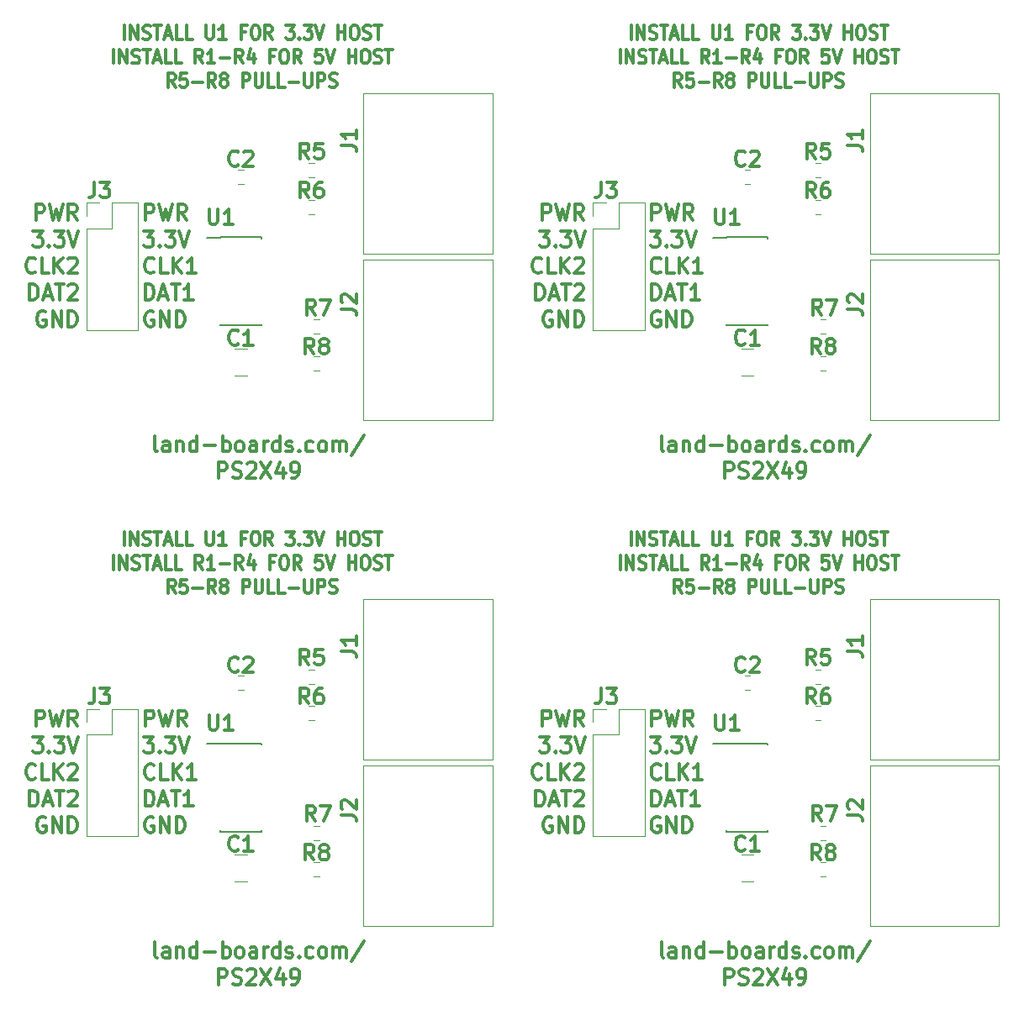
<source format=gto>
%MOIN*%
%OFA0B0*%
%FSLAX46Y46*%
%IPPOS*%
%LPD*%
%ADD10C,0.0125*%
%ADD11C,0.012000000000000002*%
%ADD12C,0.0047244094488188976*%
%ADD13C,0.005905511811023622*%
%ADD24C,0.0125*%
%ADD25C,0.012000000000000002*%
%ADD26C,0.0047244094488188976*%
%ADD27C,0.005905511811023622*%
%ADD28C,0.0125*%
%ADD29C,0.012000000000000002*%
%ADD30C,0.0047244094488188976*%
%ADD31C,0.005905511811023622*%
%ADD32C,0.0125*%
%ADD33C,0.012000000000000002*%
%ADD34C,0.0047244094488188976*%
%ADD35C,0.005905511811023622*%
G01*
D10*
X0000465346Y0001822953D02*
X0000465346Y0001877953D01*
X0000489156Y0001822953D02*
X0000489156Y0001877953D01*
X0000517727Y0001822953D01*
X0000517727Y0001877953D01*
X0000539156Y0001825572D02*
X0000546299Y0001822953D01*
X0000558203Y0001822953D01*
X0000562965Y0001825572D01*
X0000565346Y0001828191D01*
X0000567727Y0001833429D01*
X0000567727Y0001838667D01*
X0000565346Y0001843906D01*
X0000562965Y0001846525D01*
X0000558203Y0001849144D01*
X0000548680Y0001851763D01*
X0000543918Y0001854382D01*
X0000541537Y0001857001D01*
X0000539156Y0001862239D01*
X0000539156Y0001867477D01*
X0000541537Y0001872715D01*
X0000543918Y0001875334D01*
X0000548680Y0001877953D01*
X0000560584Y0001877953D01*
X0000567727Y0001875334D01*
X0000582013Y0001877953D02*
X0000610584Y0001877953D01*
X0000596299Y0001822953D02*
X0000596299Y0001877953D01*
X0000624870Y0001838667D02*
X0000648680Y0001838667D01*
X0000620108Y0001822953D02*
X0000636775Y0001877953D01*
X0000653442Y0001822953D01*
X0000693918Y0001822953D02*
X0000670108Y0001822953D01*
X0000670108Y0001877953D01*
X0000734394Y0001822953D02*
X0000710584Y0001822953D01*
X0000710584Y0001877953D01*
X0000789156Y0001877953D02*
X0000789156Y0001833429D01*
X0000791537Y0001828191D01*
X0000793918Y0001825572D01*
X0000798680Y0001822953D01*
X0000808203Y0001822953D01*
X0000812965Y0001825572D01*
X0000815346Y0001828191D01*
X0000817727Y0001833429D01*
X0000817727Y0001877953D01*
X0000867727Y0001822953D02*
X0000839156Y0001822953D01*
X0000853442Y0001822953D02*
X0000853442Y0001877953D01*
X0000848680Y0001870096D01*
X0000843918Y0001864858D01*
X0000839156Y0001862239D01*
X0000943918Y0001851763D02*
X0000927251Y0001851763D01*
X0000927251Y0001822953D02*
X0000927251Y0001877953D01*
X0000951061Y0001877953D01*
X0000979632Y0001877953D02*
X0000989156Y0001877953D01*
X0000993918Y0001875334D01*
X0000998680Y0001870096D01*
X0001001061Y0001859620D01*
X0001001061Y0001841287D01*
X0000998680Y0001830810D01*
X0000993918Y0001825572D01*
X0000989156Y0001822953D01*
X0000979632Y0001822953D01*
X0000974870Y0001825572D01*
X0000970108Y0001830810D01*
X0000967727Y0001841287D01*
X0000967727Y0001859620D01*
X0000970108Y0001870096D01*
X0000974870Y0001875334D01*
X0000979632Y0001877953D01*
X0001051061Y0001822953D02*
X0001034394Y0001849144D01*
X0001022489Y0001822953D02*
X0001022489Y0001877953D01*
X0001041537Y0001877953D01*
X0001046299Y0001875334D01*
X0001048680Y0001872715D01*
X0001051061Y0001867477D01*
X0001051061Y0001859620D01*
X0001048680Y0001854382D01*
X0001046299Y0001851763D01*
X0001041537Y0001849144D01*
X0001022489Y0001849144D01*
X0001105822Y0001877953D02*
X0001136775Y0001877953D01*
X0001120108Y0001857001D01*
X0001127251Y0001857001D01*
X0001132013Y0001854382D01*
X0001134394Y0001851763D01*
X0001136775Y0001846525D01*
X0001136775Y0001833429D01*
X0001134394Y0001828191D01*
X0001132013Y0001825572D01*
X0001127251Y0001822953D01*
X0001112965Y0001822953D01*
X0001108203Y0001825572D01*
X0001105822Y0001828191D01*
X0001158203Y0001828191D02*
X0001160584Y0001825572D01*
X0001158203Y0001822953D01*
X0001155822Y0001825572D01*
X0001158203Y0001828191D01*
X0001158203Y0001822953D01*
X0001177251Y0001877953D02*
X0001208203Y0001877953D01*
X0001191537Y0001857001D01*
X0001198680Y0001857001D01*
X0001203442Y0001854382D01*
X0001205822Y0001851763D01*
X0001208203Y0001846525D01*
X0001208203Y0001833429D01*
X0001205822Y0001828191D01*
X0001203442Y0001825572D01*
X0001198680Y0001822953D01*
X0001184394Y0001822953D01*
X0001179632Y0001825572D01*
X0001177251Y0001828191D01*
X0001222489Y0001877953D02*
X0001239156Y0001822953D01*
X0001255822Y0001877953D01*
X0001310584Y0001822953D02*
X0001310584Y0001877953D01*
X0001310584Y0001851763D02*
X0001339156Y0001851763D01*
X0001339156Y0001822953D02*
X0001339156Y0001877953D01*
X0001372489Y0001877953D02*
X0001382013Y0001877953D01*
X0001386775Y0001875334D01*
X0001391537Y0001870096D01*
X0001393918Y0001859620D01*
X0001393918Y0001841287D01*
X0001391537Y0001830810D01*
X0001386775Y0001825572D01*
X0001382013Y0001822953D01*
X0001372489Y0001822953D01*
X0001367727Y0001825572D01*
X0001362965Y0001830810D01*
X0001360584Y0001841287D01*
X0001360584Y0001859620D01*
X0001362965Y0001870096D01*
X0001367727Y0001875334D01*
X0001372489Y0001877953D01*
X0001412965Y0001825572D02*
X0001420108Y0001822953D01*
X0001432013Y0001822953D01*
X0001436775Y0001825572D01*
X0001439156Y0001828191D01*
X0001441537Y0001833429D01*
X0001441537Y0001838667D01*
X0001439156Y0001843906D01*
X0001436775Y0001846525D01*
X0001432013Y0001849144D01*
X0001422489Y0001851763D01*
X0001417727Y0001854382D01*
X0001415346Y0001857001D01*
X0001412965Y0001862239D01*
X0001412965Y0001867477D01*
X0001415346Y0001872715D01*
X0001417727Y0001875334D01*
X0001422489Y0001877953D01*
X0001434394Y0001877953D01*
X0001441537Y0001875334D01*
X0001455822Y0001877953D02*
X0001484394Y0001877953D01*
X0001470108Y0001822953D02*
X0001470108Y0001877953D01*
X0000422489Y0001727953D02*
X0000422489Y0001782953D01*
X0000446299Y0001727953D02*
X0000446299Y0001782953D01*
X0000474870Y0001727953D01*
X0000474870Y0001782953D01*
X0000496299Y0001730572D02*
X0000503442Y0001727953D01*
X0000515346Y0001727953D01*
X0000520108Y0001730572D01*
X0000522489Y0001733191D01*
X0000524870Y0001738429D01*
X0000524870Y0001743667D01*
X0000522489Y0001748906D01*
X0000520108Y0001751525D01*
X0000515346Y0001754144D01*
X0000505822Y0001756763D01*
X0000501061Y0001759382D01*
X0000498680Y0001762001D01*
X0000496299Y0001767239D01*
X0000496299Y0001772477D01*
X0000498680Y0001777715D01*
X0000501061Y0001780334D01*
X0000505822Y0001782953D01*
X0000517727Y0001782953D01*
X0000524870Y0001780334D01*
X0000539156Y0001782953D02*
X0000567727Y0001782953D01*
X0000553442Y0001727953D02*
X0000553442Y0001782953D01*
X0000582013Y0001743667D02*
X0000605822Y0001743667D01*
X0000577251Y0001727953D02*
X0000593918Y0001782953D01*
X0000610584Y0001727953D01*
X0000651061Y0001727953D02*
X0000627251Y0001727953D01*
X0000627251Y0001782953D01*
X0000691537Y0001727953D02*
X0000667727Y0001727953D01*
X0000667727Y0001782953D01*
X0000774870Y0001727953D02*
X0000758203Y0001754144D01*
X0000746299Y0001727953D02*
X0000746299Y0001782953D01*
X0000765346Y0001782953D01*
X0000770108Y0001780334D01*
X0000772489Y0001777715D01*
X0000774870Y0001772477D01*
X0000774870Y0001764620D01*
X0000772489Y0001759382D01*
X0000770108Y0001756763D01*
X0000765346Y0001754144D01*
X0000746299Y0001754144D01*
X0000822489Y0001727953D02*
X0000793918Y0001727953D01*
X0000808203Y0001727953D02*
X0000808203Y0001782953D01*
X0000803442Y0001775096D01*
X0000798680Y0001769858D01*
X0000793918Y0001767239D01*
X0000843918Y0001748906D02*
X0000882013Y0001748906D01*
X0000934394Y0001727953D02*
X0000917727Y0001754144D01*
X0000905822Y0001727953D02*
X0000905822Y0001782953D01*
X0000924870Y0001782953D01*
X0000929632Y0001780334D01*
X0000932013Y0001777715D01*
X0000934394Y0001772477D01*
X0000934394Y0001764620D01*
X0000932013Y0001759382D01*
X0000929632Y0001756763D01*
X0000924870Y0001754144D01*
X0000905822Y0001754144D01*
X0000977251Y0001764620D02*
X0000977251Y0001727953D01*
X0000965346Y0001785572D02*
X0000953442Y0001746287D01*
X0000984394Y0001746287D01*
X0001058203Y0001756763D02*
X0001041537Y0001756763D01*
X0001041537Y0001727953D02*
X0001041537Y0001782953D01*
X0001065346Y0001782953D01*
X0001093918Y0001782953D02*
X0001103442Y0001782953D01*
X0001108203Y0001780334D01*
X0001112965Y0001775096D01*
X0001115346Y0001764620D01*
X0001115346Y0001746287D01*
X0001112965Y0001735810D01*
X0001108203Y0001730572D01*
X0001103442Y0001727953D01*
X0001093918Y0001727953D01*
X0001089156Y0001730572D01*
X0001084394Y0001735810D01*
X0001082013Y0001746287D01*
X0001082013Y0001764620D01*
X0001084394Y0001775096D01*
X0001089156Y0001780334D01*
X0001093918Y0001782953D01*
X0001165346Y0001727953D02*
X0001148680Y0001754144D01*
X0001136775Y0001727953D02*
X0001136775Y0001782953D01*
X0001155822Y0001782953D01*
X0001160584Y0001780334D01*
X0001162965Y0001777715D01*
X0001165346Y0001772477D01*
X0001165346Y0001764620D01*
X0001162965Y0001759382D01*
X0001160584Y0001756763D01*
X0001155822Y0001754144D01*
X0001136775Y0001754144D01*
X0001248680Y0001782953D02*
X0001224870Y0001782953D01*
X0001222489Y0001756763D01*
X0001224870Y0001759382D01*
X0001229632Y0001762001D01*
X0001241537Y0001762001D01*
X0001246299Y0001759382D01*
X0001248680Y0001756763D01*
X0001251061Y0001751525D01*
X0001251061Y0001738429D01*
X0001248680Y0001733191D01*
X0001246299Y0001730572D01*
X0001241537Y0001727953D01*
X0001229632Y0001727953D01*
X0001224870Y0001730572D01*
X0001222489Y0001733191D01*
X0001265346Y0001782953D02*
X0001282013Y0001727953D01*
X0001298680Y0001782953D01*
X0001353442Y0001727953D02*
X0001353442Y0001782953D01*
X0001353442Y0001756763D02*
X0001382013Y0001756763D01*
X0001382013Y0001727953D02*
X0001382013Y0001782953D01*
X0001415346Y0001782953D02*
X0001424870Y0001782953D01*
X0001429632Y0001780334D01*
X0001434394Y0001775096D01*
X0001436775Y0001764620D01*
X0001436775Y0001746287D01*
X0001434394Y0001735810D01*
X0001429632Y0001730572D01*
X0001424870Y0001727953D01*
X0001415346Y0001727953D01*
X0001410584Y0001730572D01*
X0001405822Y0001735810D01*
X0001403442Y0001746287D01*
X0001403442Y0001764620D01*
X0001405822Y0001775096D01*
X0001410584Y0001780334D01*
X0001415346Y0001782953D01*
X0001455822Y0001730572D02*
X0001462965Y0001727953D01*
X0001474870Y0001727953D01*
X0001479632Y0001730572D01*
X0001482013Y0001733191D01*
X0001484394Y0001738429D01*
X0001484394Y0001743667D01*
X0001482013Y0001748906D01*
X0001479632Y0001751525D01*
X0001474870Y0001754144D01*
X0001465346Y0001756763D01*
X0001460584Y0001759382D01*
X0001458203Y0001762001D01*
X0001455822Y0001767239D01*
X0001455822Y0001772477D01*
X0001458203Y0001777715D01*
X0001460584Y0001780334D01*
X0001465346Y0001782953D01*
X0001477251Y0001782953D01*
X0001484394Y0001780334D01*
X0001498680Y0001782953D02*
X0001527251Y0001782953D01*
X0001512965Y0001727953D02*
X0001512965Y0001782953D01*
X0000666537Y0001632953D02*
X0000649870Y0001659144D01*
X0000637965Y0001632953D02*
X0000637965Y0001687953D01*
X0000657013Y0001687953D01*
X0000661775Y0001685334D01*
X0000664156Y0001682715D01*
X0000666537Y0001677477D01*
X0000666537Y0001669620D01*
X0000664156Y0001664382D01*
X0000661775Y0001661763D01*
X0000657013Y0001659144D01*
X0000637965Y0001659144D01*
X0000711775Y0001687953D02*
X0000687965Y0001687953D01*
X0000685584Y0001661763D01*
X0000687965Y0001664382D01*
X0000692727Y0001667001D01*
X0000704632Y0001667001D01*
X0000709394Y0001664382D01*
X0000711775Y0001661763D01*
X0000714156Y0001656525D01*
X0000714156Y0001643429D01*
X0000711775Y0001638191D01*
X0000709394Y0001635572D01*
X0000704632Y0001632953D01*
X0000692727Y0001632953D01*
X0000687965Y0001635572D01*
X0000685584Y0001638191D01*
X0000735584Y0001653906D02*
X0000773680Y0001653906D01*
X0000826061Y0001632953D02*
X0000809394Y0001659144D01*
X0000797489Y0001632953D02*
X0000797489Y0001687953D01*
X0000816537Y0001687953D01*
X0000821299Y0001685334D01*
X0000823680Y0001682715D01*
X0000826061Y0001677477D01*
X0000826061Y0001669620D01*
X0000823680Y0001664382D01*
X0000821299Y0001661763D01*
X0000816537Y0001659144D01*
X0000797489Y0001659144D01*
X0000854632Y0001664382D02*
X0000849870Y0001667001D01*
X0000847489Y0001669620D01*
X0000845108Y0001674858D01*
X0000845108Y0001677477D01*
X0000847489Y0001682715D01*
X0000849870Y0001685334D01*
X0000854632Y0001687953D01*
X0000864156Y0001687953D01*
X0000868918Y0001685334D01*
X0000871299Y0001682715D01*
X0000873680Y0001677477D01*
X0000873680Y0001674858D01*
X0000871299Y0001669620D01*
X0000868918Y0001667001D01*
X0000864156Y0001664382D01*
X0000854632Y0001664382D01*
X0000849870Y0001661763D01*
X0000847489Y0001659144D01*
X0000845108Y0001653906D01*
X0000845108Y0001643429D01*
X0000847489Y0001638191D01*
X0000849870Y0001635572D01*
X0000854632Y0001632953D01*
X0000864156Y0001632953D01*
X0000868918Y0001635572D01*
X0000871299Y0001638191D01*
X0000873680Y0001643429D01*
X0000873680Y0001653906D01*
X0000871299Y0001659144D01*
X0000868918Y0001661763D01*
X0000864156Y0001664382D01*
X0000933203Y0001632953D02*
X0000933203Y0001687953D01*
X0000952251Y0001687953D01*
X0000957013Y0001685334D01*
X0000959394Y0001682715D01*
X0000961775Y0001677477D01*
X0000961775Y0001669620D01*
X0000959394Y0001664382D01*
X0000957013Y0001661763D01*
X0000952251Y0001659144D01*
X0000933203Y0001659144D01*
X0000983203Y0001687953D02*
X0000983203Y0001643429D01*
X0000985584Y0001638191D01*
X0000987965Y0001635572D01*
X0000992727Y0001632953D01*
X0001002251Y0001632953D01*
X0001007013Y0001635572D01*
X0001009394Y0001638191D01*
X0001011775Y0001643429D01*
X0001011775Y0001687953D01*
X0001059394Y0001632953D02*
X0001035584Y0001632953D01*
X0001035584Y0001687953D01*
X0001099870Y0001632953D02*
X0001076061Y0001632953D01*
X0001076061Y0001687953D01*
X0001116537Y0001653906D02*
X0001154632Y0001653906D01*
X0001178442Y0001687953D02*
X0001178442Y0001643429D01*
X0001180822Y0001638191D01*
X0001183203Y0001635572D01*
X0001187965Y0001632953D01*
X0001197489Y0001632953D01*
X0001202251Y0001635572D01*
X0001204632Y0001638191D01*
X0001207013Y0001643429D01*
X0001207013Y0001687953D01*
X0001230822Y0001632953D02*
X0001230822Y0001687953D01*
X0001249870Y0001687953D01*
X0001254632Y0001685334D01*
X0001257013Y0001682715D01*
X0001259394Y0001677477D01*
X0001259394Y0001669620D01*
X0001257013Y0001664382D01*
X0001254632Y0001661763D01*
X0001249870Y0001659144D01*
X0001230822Y0001659144D01*
X0001278442Y0001635572D02*
X0001285584Y0001632953D01*
X0001297489Y0001632953D01*
X0001302251Y0001635572D01*
X0001304632Y0001638191D01*
X0001307013Y0001643429D01*
X0001307013Y0001648667D01*
X0001304632Y0001653906D01*
X0001302251Y0001656525D01*
X0001297489Y0001659144D01*
X0001287965Y0001661763D01*
X0001283203Y0001664382D01*
X0001280822Y0001667001D01*
X0001278442Y0001672239D01*
X0001278442Y0001677477D01*
X0001280822Y0001682715D01*
X0001283203Y0001685334D01*
X0001287965Y0001687953D01*
X0001299870Y0001687953D01*
X0001307013Y0001685334D01*
D11*
X0000594870Y0000187435D02*
X0000589156Y0000190412D01*
X0000586299Y0000196364D01*
X0000586299Y0000249935D01*
X0000643442Y0000187435D02*
X0000643442Y0000220173D01*
X0000640584Y0000226126D01*
X0000634870Y0000229102D01*
X0000623442Y0000229102D01*
X0000617727Y0000226126D01*
X0000643442Y0000190412D02*
X0000637727Y0000187435D01*
X0000623442Y0000187435D01*
X0000617727Y0000190412D01*
X0000614870Y0000196364D01*
X0000614870Y0000202316D01*
X0000617727Y0000208269D01*
X0000623442Y0000211245D01*
X0000637727Y0000211245D01*
X0000643442Y0000214221D01*
X0000672013Y0000229102D02*
X0000672013Y0000187435D01*
X0000672013Y0000223150D02*
X0000674870Y0000226126D01*
X0000680584Y0000229102D01*
X0000689156Y0000229102D01*
X0000694870Y0000226126D01*
X0000697727Y0000220173D01*
X0000697727Y0000187435D01*
X0000752013Y0000187435D02*
X0000752013Y0000249935D01*
X0000752013Y0000190412D02*
X0000746299Y0000187435D01*
X0000734870Y0000187435D01*
X0000729156Y0000190412D01*
X0000726299Y0000193388D01*
X0000723442Y0000199340D01*
X0000723442Y0000217197D01*
X0000726299Y0000223150D01*
X0000729156Y0000226126D01*
X0000734870Y0000229102D01*
X0000746299Y0000229102D01*
X0000752013Y0000226126D01*
X0000780584Y0000211245D02*
X0000826299Y0000211245D01*
X0000854870Y0000187435D02*
X0000854870Y0000249935D01*
X0000854870Y0000226126D02*
X0000860584Y0000229102D01*
X0000872013Y0000229102D01*
X0000877727Y0000226126D01*
X0000880584Y0000223150D01*
X0000883442Y0000217197D01*
X0000883442Y0000199340D01*
X0000880584Y0000193388D01*
X0000877727Y0000190412D01*
X0000872013Y0000187435D01*
X0000860584Y0000187435D01*
X0000854870Y0000190412D01*
X0000917727Y0000187435D02*
X0000912013Y0000190412D01*
X0000909156Y0000193388D01*
X0000906299Y0000199340D01*
X0000906299Y0000217197D01*
X0000909156Y0000223150D01*
X0000912013Y0000226126D01*
X0000917727Y0000229102D01*
X0000926299Y0000229102D01*
X0000932013Y0000226126D01*
X0000934870Y0000223150D01*
X0000937727Y0000217197D01*
X0000937727Y0000199340D01*
X0000934870Y0000193388D01*
X0000932013Y0000190412D01*
X0000926299Y0000187435D01*
X0000917727Y0000187435D01*
X0000989156Y0000187435D02*
X0000989156Y0000220173D01*
X0000986299Y0000226126D01*
X0000980584Y0000229102D01*
X0000969156Y0000229102D01*
X0000963442Y0000226126D01*
X0000989156Y0000190412D02*
X0000983442Y0000187435D01*
X0000969156Y0000187435D01*
X0000963442Y0000190412D01*
X0000960584Y0000196364D01*
X0000960584Y0000202316D01*
X0000963442Y0000208269D01*
X0000969156Y0000211245D01*
X0000983442Y0000211245D01*
X0000989156Y0000214221D01*
X0001017727Y0000187435D02*
X0001017727Y0000229102D01*
X0001017727Y0000217197D02*
X0001020584Y0000223150D01*
X0001023442Y0000226126D01*
X0001029156Y0000229102D01*
X0001034870Y0000229102D01*
X0001080584Y0000187435D02*
X0001080584Y0000249935D01*
X0001080584Y0000190412D02*
X0001074870Y0000187435D01*
X0001063442Y0000187435D01*
X0001057727Y0000190412D01*
X0001054870Y0000193388D01*
X0001052013Y0000199340D01*
X0001052013Y0000217197D01*
X0001054870Y0000223150D01*
X0001057727Y0000226126D01*
X0001063442Y0000229102D01*
X0001074870Y0000229102D01*
X0001080584Y0000226126D01*
X0001106299Y0000190412D02*
X0001112013Y0000187435D01*
X0001123442Y0000187435D01*
X0001129156Y0000190412D01*
X0001132013Y0000196364D01*
X0001132013Y0000199340D01*
X0001129156Y0000205292D01*
X0001123442Y0000208269D01*
X0001114870Y0000208269D01*
X0001109156Y0000211245D01*
X0001106299Y0000217197D01*
X0001106299Y0000220173D01*
X0001109156Y0000226126D01*
X0001114870Y0000229102D01*
X0001123442Y0000229102D01*
X0001129156Y0000226126D01*
X0001157727Y0000193388D02*
X0001160584Y0000190412D01*
X0001157727Y0000187435D01*
X0001154870Y0000190412D01*
X0001157727Y0000193388D01*
X0001157727Y0000187435D01*
X0001212013Y0000190412D02*
X0001206299Y0000187435D01*
X0001194870Y0000187435D01*
X0001189156Y0000190412D01*
X0001186299Y0000193388D01*
X0001183442Y0000199340D01*
X0001183442Y0000217197D01*
X0001186299Y0000223150D01*
X0001189156Y0000226126D01*
X0001194870Y0000229102D01*
X0001206299Y0000229102D01*
X0001212013Y0000226126D01*
X0001246299Y0000187435D02*
X0001240584Y0000190412D01*
X0001237727Y0000193388D01*
X0001234870Y0000199340D01*
X0001234870Y0000217197D01*
X0001237727Y0000223150D01*
X0001240584Y0000226126D01*
X0001246299Y0000229102D01*
X0001254870Y0000229102D01*
X0001260584Y0000226126D01*
X0001263442Y0000223150D01*
X0001266299Y0000217197D01*
X0001266299Y0000199340D01*
X0001263442Y0000193388D01*
X0001260584Y0000190412D01*
X0001254870Y0000187435D01*
X0001246299Y0000187435D01*
X0001292013Y0000187435D02*
X0001292013Y0000229102D01*
X0001292013Y0000223150D02*
X0001294870Y0000226126D01*
X0001300584Y0000229102D01*
X0001309156Y0000229102D01*
X0001314870Y0000226126D01*
X0001317727Y0000220173D01*
X0001317727Y0000187435D01*
X0001317727Y0000220173D02*
X0001320584Y0000226126D01*
X0001326299Y0000229102D01*
X0001334870Y0000229102D01*
X0001340584Y0000226126D01*
X0001343442Y0000220173D01*
X0001343442Y0000187435D01*
X0001414870Y0000252912D02*
X0001363442Y0000172554D01*
X0000837727Y0000081685D02*
X0000837727Y0000144185D01*
X0000860584Y0000144185D01*
X0000866299Y0000141209D01*
X0000869156Y0000138233D01*
X0000872013Y0000132281D01*
X0000872013Y0000123352D01*
X0000869156Y0000117400D01*
X0000866299Y0000114423D01*
X0000860584Y0000111447D01*
X0000837727Y0000111447D01*
X0000894870Y0000084662D02*
X0000903442Y0000081685D01*
X0000917727Y0000081685D01*
X0000923442Y0000084662D01*
X0000926299Y0000087638D01*
X0000929156Y0000093590D01*
X0000929156Y0000099542D01*
X0000926299Y0000105495D01*
X0000923442Y0000108471D01*
X0000917727Y0000111447D01*
X0000906299Y0000114423D01*
X0000900584Y0000117400D01*
X0000897727Y0000120376D01*
X0000894870Y0000126328D01*
X0000894870Y0000132281D01*
X0000897727Y0000138233D01*
X0000900584Y0000141209D01*
X0000906299Y0000144185D01*
X0000920584Y0000144185D01*
X0000929156Y0000141209D01*
X0000952013Y0000138233D02*
X0000954870Y0000141209D01*
X0000960584Y0000144185D01*
X0000974870Y0000144185D01*
X0000980584Y0000141209D01*
X0000983442Y0000138233D01*
X0000986299Y0000132281D01*
X0000986299Y0000126328D01*
X0000983442Y0000117400D01*
X0000949156Y0000081685D01*
X0000986299Y0000081685D01*
X0001006299Y0000144185D02*
X0001046299Y0000081685D01*
X0001046299Y0000144185D02*
X0001006299Y0000081685D01*
X0001094870Y0000123352D02*
X0001094870Y0000081685D01*
X0001080584Y0000147162D02*
X0001066299Y0000102519D01*
X0001103442Y0000102519D01*
X0001129156Y0000081685D02*
X0001140584Y0000081685D01*
X0001146299Y0000084662D01*
X0001149156Y0000087638D01*
X0001154870Y0000096566D01*
X0001157727Y0000108471D01*
X0001157727Y0000132281D01*
X0001154870Y0000138233D01*
X0001152013Y0000141209D01*
X0001146299Y0000144185D01*
X0001134870Y0000144185D01*
X0001129156Y0000141209D01*
X0001126299Y0000138233D01*
X0001123442Y0000132281D01*
X0001123442Y0000117400D01*
X0001126299Y0000111447D01*
X0001129156Y0000108471D01*
X0001134870Y0000105495D01*
X0001146299Y0000105495D01*
X0001152013Y0000108471D01*
X0001154870Y0000111447D01*
X0001157727Y0000117400D01*
X0000114213Y0001106060D02*
X0000114213Y0001168560D01*
X0000137070Y0001168560D01*
X0000142784Y0001165584D01*
X0000145642Y0001162608D01*
X0000148499Y0001156656D01*
X0000148499Y0001147727D01*
X0000145642Y0001141775D01*
X0000142784Y0001138798D01*
X0000137070Y0001135822D01*
X0000114213Y0001135822D01*
X0000168499Y0001168560D02*
X0000182784Y0001106060D01*
X0000194213Y0001150703D01*
X0000205642Y0001106060D01*
X0000219927Y0001168560D01*
X0000277070Y0001106060D02*
X0000257070Y0001135822D01*
X0000242784Y0001106060D02*
X0000242784Y0001168560D01*
X0000265642Y0001168560D01*
X0000271356Y0001165584D01*
X0000274213Y0001162608D01*
X0000277070Y0001156656D01*
X0000277070Y0001147727D01*
X0000274213Y0001141775D01*
X0000271356Y0001138798D01*
X0000265642Y0001135822D01*
X0000242784Y0001135822D01*
X0000102784Y0001062810D02*
X0000139927Y0001062810D01*
X0000119927Y0001039001D01*
X0000128499Y0001039001D01*
X0000134213Y0001036025D01*
X0000137070Y0001033048D01*
X0000139927Y0001027096D01*
X0000139927Y0001012215D01*
X0000137070Y0001006263D01*
X0000134213Y0001003287D01*
X0000128499Y0001000310D01*
X0000111356Y0001000310D01*
X0000105642Y0001003287D01*
X0000102784Y0001006263D01*
X0000165642Y0001006263D02*
X0000168499Y0001003287D01*
X0000165642Y0001000310D01*
X0000162784Y0001003287D01*
X0000165642Y0001006263D01*
X0000165642Y0001000310D01*
X0000188499Y0001062810D02*
X0000225642Y0001062810D01*
X0000205642Y0001039001D01*
X0000214213Y0001039001D01*
X0000219927Y0001036025D01*
X0000222784Y0001033048D01*
X0000225642Y0001027096D01*
X0000225642Y0001012215D01*
X0000222784Y0001006263D01*
X0000219927Y0001003287D01*
X0000214213Y0001000310D01*
X0000197070Y0001000310D01*
X0000191356Y0001003287D01*
X0000188499Y0001006263D01*
X0000242784Y0001062810D02*
X0000262784Y0001000310D01*
X0000282784Y0001062810D01*
X0000111356Y0000900513D02*
X0000108499Y0000897537D01*
X0000099927Y0000894560D01*
X0000094213Y0000894560D01*
X0000085642Y0000897537D01*
X0000079927Y0000903489D01*
X0000077070Y0000909441D01*
X0000074213Y0000921346D01*
X0000074213Y0000930275D01*
X0000077070Y0000942179D01*
X0000079927Y0000948132D01*
X0000085642Y0000954084D01*
X0000094213Y0000957060D01*
X0000099927Y0000957060D01*
X0000108499Y0000954084D01*
X0000111356Y0000951108D01*
X0000165642Y0000894560D02*
X0000137070Y0000894560D01*
X0000137070Y0000957060D01*
X0000185642Y0000894560D02*
X0000185642Y0000957060D01*
X0000219927Y0000894560D02*
X0000194213Y0000930275D01*
X0000219927Y0000957060D02*
X0000185642Y0000921346D01*
X0000242784Y0000951108D02*
X0000245642Y0000954084D01*
X0000251356Y0000957060D01*
X0000265642Y0000957060D01*
X0000271356Y0000954084D01*
X0000274213Y0000951108D01*
X0000277070Y0000945156D01*
X0000277070Y0000939203D01*
X0000274213Y0000930275D01*
X0000239927Y0000894560D01*
X0000277070Y0000894560D01*
X0000088499Y0000788810D02*
X0000088499Y0000851310D01*
X0000102784Y0000851310D01*
X0000111356Y0000848334D01*
X0000117070Y0000842382D01*
X0000119927Y0000836429D01*
X0000122784Y0000824525D01*
X0000122784Y0000815596D01*
X0000119927Y0000803691D01*
X0000117070Y0000797739D01*
X0000111356Y0000791787D01*
X0000102784Y0000788810D01*
X0000088499Y0000788810D01*
X0000145642Y0000806667D02*
X0000174213Y0000806667D01*
X0000139927Y0000788810D02*
X0000159927Y0000851310D01*
X0000179927Y0000788810D01*
X0000191356Y0000851310D02*
X0000225642Y0000851310D01*
X0000208499Y0000788810D02*
X0000208499Y0000851310D01*
X0000242784Y0000845358D02*
X0000245642Y0000848334D01*
X0000251356Y0000851310D01*
X0000265642Y0000851310D01*
X0000271356Y0000848334D01*
X0000274213Y0000845358D01*
X0000277070Y0000839406D01*
X0000277070Y0000833453D01*
X0000274213Y0000824525D01*
X0000239927Y0000788810D01*
X0000277070Y0000788810D01*
X0000151356Y0000742584D02*
X0000145642Y0000745560D01*
X0000137070Y0000745560D01*
X0000128499Y0000742584D01*
X0000122784Y0000736632D01*
X0000119927Y0000730679D01*
X0000117070Y0000718775D01*
X0000117070Y0000709846D01*
X0000119927Y0000697941D01*
X0000122784Y0000691989D01*
X0000128499Y0000686037D01*
X0000137070Y0000683060D01*
X0000142784Y0000683060D01*
X0000151356Y0000686037D01*
X0000154213Y0000689013D01*
X0000154213Y0000709846D01*
X0000142784Y0000709846D01*
X0000179927Y0000683060D02*
X0000179927Y0000745560D01*
X0000214213Y0000683060D01*
X0000214213Y0000745560D01*
X0000242784Y0000683060D02*
X0000242784Y0000745560D01*
X0000257070Y0000745560D01*
X0000265642Y0000742584D01*
X0000271356Y0000736632D01*
X0000274213Y0000730679D01*
X0000277070Y0000718775D01*
X0000277070Y0000709846D01*
X0000274213Y0000697941D01*
X0000271356Y0000691989D01*
X0000265642Y0000686037D01*
X0000257070Y0000683060D01*
X0000242784Y0000683060D01*
X0000548384Y0001106060D02*
X0000548384Y0001168560D01*
X0000571242Y0001168560D01*
X0000576956Y0001165584D01*
X0000579813Y0001162608D01*
X0000582670Y0001156656D01*
X0000582670Y0001147727D01*
X0000579813Y0001141775D01*
X0000576956Y0001138798D01*
X0000571242Y0001135822D01*
X0000548384Y0001135822D01*
X0000602670Y0001168560D02*
X0000616956Y0001106060D01*
X0000628384Y0001150703D01*
X0000639813Y0001106060D01*
X0000654099Y0001168560D01*
X0000711242Y0001106060D02*
X0000691242Y0001135822D01*
X0000676956Y0001106060D02*
X0000676956Y0001168560D01*
X0000699813Y0001168560D01*
X0000705527Y0001165584D01*
X0000708384Y0001162608D01*
X0000711242Y0001156656D01*
X0000711242Y0001147727D01*
X0000708384Y0001141775D01*
X0000705527Y0001138798D01*
X0000699813Y0001135822D01*
X0000676956Y0001135822D01*
X0000542670Y0001062810D02*
X0000579813Y0001062810D01*
X0000559813Y0001039001D01*
X0000568384Y0001039001D01*
X0000574099Y0001036025D01*
X0000576956Y0001033048D01*
X0000579813Y0001027096D01*
X0000579813Y0001012215D01*
X0000576956Y0001006263D01*
X0000574099Y0001003287D01*
X0000568384Y0001000310D01*
X0000551242Y0001000310D01*
X0000545527Y0001003287D01*
X0000542670Y0001006263D01*
X0000605527Y0001006263D02*
X0000608384Y0001003287D01*
X0000605527Y0001000310D01*
X0000602670Y0001003287D01*
X0000605527Y0001006263D01*
X0000605527Y0001000310D01*
X0000628384Y0001062810D02*
X0000665527Y0001062810D01*
X0000645527Y0001039001D01*
X0000654099Y0001039001D01*
X0000659813Y0001036025D01*
X0000662670Y0001033048D01*
X0000665527Y0001027096D01*
X0000665527Y0001012215D01*
X0000662670Y0001006263D01*
X0000659813Y0001003287D01*
X0000654099Y0001000310D01*
X0000636956Y0001000310D01*
X0000631242Y0001003287D01*
X0000628384Y0001006263D01*
X0000682670Y0001062810D02*
X0000702670Y0001000310D01*
X0000722670Y0001062810D01*
X0000582670Y0000900513D02*
X0000579813Y0000897537D01*
X0000571242Y0000894560D01*
X0000565527Y0000894560D01*
X0000556956Y0000897537D01*
X0000551242Y0000903489D01*
X0000548384Y0000909441D01*
X0000545527Y0000921346D01*
X0000545527Y0000930275D01*
X0000548384Y0000942179D01*
X0000551242Y0000948132D01*
X0000556956Y0000954084D01*
X0000565527Y0000957060D01*
X0000571242Y0000957060D01*
X0000579813Y0000954084D01*
X0000582670Y0000951108D01*
X0000636956Y0000894560D02*
X0000608384Y0000894560D01*
X0000608384Y0000957060D01*
X0000656956Y0000894560D02*
X0000656956Y0000957060D01*
X0000691242Y0000894560D02*
X0000665527Y0000930275D01*
X0000691242Y0000957060D02*
X0000656956Y0000921346D01*
X0000748384Y0000894560D02*
X0000714099Y0000894560D01*
X0000731242Y0000894560D02*
X0000731242Y0000957060D01*
X0000725527Y0000948132D01*
X0000719813Y0000942179D01*
X0000714099Y0000939203D01*
X0000548384Y0000788810D02*
X0000548384Y0000851310D01*
X0000562670Y0000851310D01*
X0000571242Y0000848334D01*
X0000576956Y0000842382D01*
X0000579813Y0000836429D01*
X0000582670Y0000824525D01*
X0000582670Y0000815596D01*
X0000579813Y0000803691D01*
X0000576956Y0000797739D01*
X0000571242Y0000791787D01*
X0000562670Y0000788810D01*
X0000548384Y0000788810D01*
X0000605527Y0000806667D02*
X0000634099Y0000806667D01*
X0000599813Y0000788810D02*
X0000619813Y0000851310D01*
X0000639813Y0000788810D01*
X0000651242Y0000851310D02*
X0000685527Y0000851310D01*
X0000668384Y0000788810D02*
X0000668384Y0000851310D01*
X0000736956Y0000788810D02*
X0000702670Y0000788810D01*
X0000719813Y0000788810D02*
X0000719813Y0000851310D01*
X0000714099Y0000842382D01*
X0000708384Y0000836429D01*
X0000702670Y0000833453D01*
X0000579813Y0000742584D02*
X0000574099Y0000745560D01*
X0000565527Y0000745560D01*
X0000556956Y0000742584D01*
X0000551242Y0000736632D01*
X0000548384Y0000730679D01*
X0000545527Y0000718775D01*
X0000545527Y0000709846D01*
X0000548384Y0000697941D01*
X0000551242Y0000691989D01*
X0000556956Y0000686037D01*
X0000565527Y0000683060D01*
X0000571242Y0000683060D01*
X0000579813Y0000686037D01*
X0000582670Y0000689013D01*
X0000582670Y0000709846D01*
X0000571242Y0000709846D01*
X0000608384Y0000683060D02*
X0000608384Y0000745560D01*
X0000642670Y0000683060D01*
X0000642670Y0000745560D01*
X0000671242Y0000683060D02*
X0000671242Y0000745560D01*
X0000685527Y0000745560D01*
X0000694099Y0000742584D01*
X0000699813Y0000736632D01*
X0000702670Y0000730679D01*
X0000705527Y0000718775D01*
X0000705527Y0000709846D01*
X0000702670Y0000697941D01*
X0000699813Y0000691989D01*
X0000694099Y0000686037D01*
X0000685527Y0000683060D01*
X0000671242Y0000683060D01*
D12*
X0001924881Y0000972755D02*
X0001924881Y0001610551D01*
X0001413070Y0000972755D02*
X0001413070Y0001610551D01*
X0001413070Y0000972755D02*
X0001924881Y0000972755D01*
X0001413070Y0001610551D02*
X0001924881Y0001610551D01*
X0001413070Y0000950551D02*
X0001924881Y0000950551D01*
X0001413070Y0000312755D02*
X0001924881Y0000312755D01*
X0001413070Y0000312755D02*
X0001413070Y0000950551D01*
X0001924881Y0000312755D02*
X0001924881Y0000950551D01*
X0000313937Y0001175196D02*
X0000366299Y0001175196D01*
X0000313937Y0001122834D02*
X0000313937Y0001175196D01*
X0000416299Y0001175196D02*
X0000518661Y0001175196D01*
X0000416299Y0001072834D02*
X0000416299Y0001175196D01*
X0000313937Y0001072834D02*
X0000416299Y0001072834D01*
X0000518661Y0001175196D02*
X0000518661Y0000670472D01*
X0000313937Y0001072834D02*
X0000313937Y0000670472D01*
X0000313937Y0000670472D02*
X0000518661Y0000670472D01*
D13*
X0000844606Y0001037047D02*
X0000790472Y0001037047D01*
X0000844606Y0000687637D02*
X0001007992Y0000687637D01*
X0000844606Y0001038031D02*
X0001007992Y0001038031D01*
X0000844606Y0000687637D02*
X0000844606Y0000692165D01*
X0001007992Y0000687637D02*
X0001007992Y0000692165D01*
X0001007992Y0001038031D02*
X0001007992Y0001033503D01*
X0000844606Y0001038031D02*
X0000844606Y0001037047D01*
D12*
X0000902595Y0000489291D02*
X0000950002Y0000489291D01*
X0000902595Y0000596377D02*
X0000950002Y0000596377D01*
X0001196013Y0001274881D02*
X0001216584Y0001274881D01*
X0001196013Y0001330787D02*
X0001216584Y0001330787D01*
X0001196013Y0001185787D02*
X0001216584Y0001185787D01*
X0001196013Y0001129881D02*
X0001216584Y0001129881D01*
X0001216367Y0000654881D02*
X0001236939Y0000654881D01*
X0001216367Y0000710787D02*
X0001236939Y0000710787D01*
X0001216013Y0000565787D02*
X0001236584Y0000565787D01*
X0001216013Y0000509881D02*
X0001236584Y0000509881D01*
X0000916013Y0001249881D02*
X0000936584Y0001249881D01*
X0000916013Y0001305787D02*
X0000936584Y0001305787D01*
D11*
X0001323442Y0001402834D02*
X0001366299Y0001402834D01*
X0001374870Y0001399977D01*
X0001380584Y0001394263D01*
X0001383442Y0001385691D01*
X0001383442Y0001379977D01*
X0001383442Y0001462834D02*
X0001383442Y0001428548D01*
X0001383442Y0001445691D02*
X0001323442Y0001445691D01*
X0001332013Y0001439977D01*
X0001337727Y0001434263D01*
X0001340584Y0001428548D01*
X0001323442Y0000752834D02*
X0001366299Y0000752834D01*
X0001374870Y0000749977D01*
X0001380584Y0000744263D01*
X0001383442Y0000735691D01*
X0001383442Y0000729977D01*
X0001329156Y0000778548D02*
X0001326299Y0000781406D01*
X0001323442Y0000787120D01*
X0001323442Y0000801406D01*
X0001326299Y0000807120D01*
X0001329156Y0000809977D01*
X0001334870Y0000812834D01*
X0001340584Y0000812834D01*
X0001349156Y0000809977D01*
X0001383442Y0000775691D01*
X0001383442Y0000812834D01*
X0000346299Y0001255691D02*
X0000346299Y0001212834D01*
X0000343442Y0001204263D01*
X0000337727Y0001198548D01*
X0000329156Y0001195691D01*
X0000323442Y0001195691D01*
X0000369156Y0001255691D02*
X0000406299Y0001255691D01*
X0000386299Y0001232834D01*
X0000394870Y0001232834D01*
X0000400584Y0001229977D01*
X0000403442Y0001227120D01*
X0000406299Y0001221406D01*
X0000406299Y0001207120D01*
X0000403442Y0001201406D01*
X0000400584Y0001198548D01*
X0000394870Y0001195691D01*
X0000377727Y0001195691D01*
X0000372013Y0001198548D01*
X0000369156Y0001201406D01*
X0000800584Y0001150691D02*
X0000800584Y0001102120D01*
X0000803442Y0001096406D01*
X0000806299Y0001093548D01*
X0000812013Y0001090691D01*
X0000823442Y0001090691D01*
X0000829156Y0001093548D01*
X0000832013Y0001096406D01*
X0000834870Y0001102120D01*
X0000834870Y0001150691D01*
X0000894870Y0001090691D02*
X0000860584Y0001090691D01*
X0000877727Y0001090691D02*
X0000877727Y0001150691D01*
X0000872013Y0001142120D01*
X0000866299Y0001136406D01*
X0000860584Y0001133548D01*
X0000916299Y0000616406D02*
X0000913442Y0000613548D01*
X0000904870Y0000610691D01*
X0000899156Y0000610691D01*
X0000890584Y0000613548D01*
X0000884870Y0000619263D01*
X0000882013Y0000624977D01*
X0000879156Y0000636406D01*
X0000879156Y0000644977D01*
X0000882013Y0000656406D01*
X0000884870Y0000662120D01*
X0000890584Y0000667834D01*
X0000899156Y0000670691D01*
X0000904870Y0000670691D01*
X0000913442Y0000667834D01*
X0000916299Y0000664977D01*
X0000973442Y0000610691D02*
X0000939156Y0000610691D01*
X0000956299Y0000610691D02*
X0000956299Y0000670691D01*
X0000950584Y0000662120D01*
X0000944870Y0000656406D01*
X0000939156Y0000653548D01*
X0001196299Y0001350691D02*
X0001176299Y0001379263D01*
X0001162013Y0001350691D02*
X0001162013Y0001410691D01*
X0001184870Y0001410691D01*
X0001190584Y0001407834D01*
X0001193442Y0001404977D01*
X0001196299Y0001399263D01*
X0001196299Y0001390691D01*
X0001193442Y0001384977D01*
X0001190584Y0001382120D01*
X0001184870Y0001379263D01*
X0001162013Y0001379263D01*
X0001250584Y0001410691D02*
X0001222013Y0001410691D01*
X0001219156Y0001382120D01*
X0001222013Y0001384977D01*
X0001227727Y0001387834D01*
X0001242013Y0001387834D01*
X0001247727Y0001384977D01*
X0001250584Y0001382120D01*
X0001253442Y0001376406D01*
X0001253442Y0001362120D01*
X0001250584Y0001356406D01*
X0001247727Y0001353548D01*
X0001242013Y0001350691D01*
X0001227727Y0001350691D01*
X0001222013Y0001353548D01*
X0001219156Y0001356406D01*
X0001196299Y0001195691D02*
X0001176299Y0001224263D01*
X0001162013Y0001195691D02*
X0001162013Y0001255691D01*
X0001184870Y0001255691D01*
X0001190584Y0001252834D01*
X0001193442Y0001249977D01*
X0001196299Y0001244263D01*
X0001196299Y0001235691D01*
X0001193442Y0001229977D01*
X0001190584Y0001227120D01*
X0001184870Y0001224263D01*
X0001162013Y0001224263D01*
X0001247727Y0001255691D02*
X0001236299Y0001255691D01*
X0001230584Y0001252834D01*
X0001227727Y0001249977D01*
X0001222013Y0001241406D01*
X0001219156Y0001229977D01*
X0001219156Y0001207120D01*
X0001222013Y0001201406D01*
X0001224870Y0001198548D01*
X0001230584Y0001195691D01*
X0001242013Y0001195691D01*
X0001247727Y0001198548D01*
X0001250584Y0001201406D01*
X0001253442Y0001207120D01*
X0001253442Y0001221406D01*
X0001250584Y0001227120D01*
X0001247727Y0001229977D01*
X0001242013Y0001232834D01*
X0001230584Y0001232834D01*
X0001224870Y0001229977D01*
X0001222013Y0001227120D01*
X0001219156Y0001221406D01*
X0001221299Y0000730691D02*
X0001201299Y0000759263D01*
X0001187013Y0000730691D02*
X0001187013Y0000790691D01*
X0001209870Y0000790691D01*
X0001215584Y0000787834D01*
X0001218442Y0000784977D01*
X0001221299Y0000779263D01*
X0001221299Y0000770691D01*
X0001218442Y0000764977D01*
X0001215584Y0000762120D01*
X0001209870Y0000759263D01*
X0001187013Y0000759263D01*
X0001241299Y0000790691D02*
X0001281299Y0000790691D01*
X0001255584Y0000730691D01*
X0001216299Y0000575652D02*
X0001196299Y0000604223D01*
X0001182013Y0000575652D02*
X0001182013Y0000635652D01*
X0001204870Y0000635652D01*
X0001210584Y0000632795D01*
X0001213442Y0000629938D01*
X0001216299Y0000624223D01*
X0001216299Y0000615652D01*
X0001213442Y0000609938D01*
X0001210584Y0000607080D01*
X0001204870Y0000604223D01*
X0001182013Y0000604223D01*
X0001250584Y0000609938D02*
X0001244870Y0000612795D01*
X0001242013Y0000615652D01*
X0001239156Y0000621366D01*
X0001239156Y0000624223D01*
X0001242013Y0000629938D01*
X0001244870Y0000632795D01*
X0001250584Y0000635652D01*
X0001262013Y0000635652D01*
X0001267727Y0000632795D01*
X0001270584Y0000629938D01*
X0001273442Y0000624223D01*
X0001273442Y0000621366D01*
X0001270584Y0000615652D01*
X0001267727Y0000612795D01*
X0001262013Y0000609938D01*
X0001250584Y0000609938D01*
X0001244870Y0000607080D01*
X0001242013Y0000604223D01*
X0001239156Y0000598509D01*
X0001239156Y0000587081D01*
X0001242013Y0000581366D01*
X0001244870Y0000578509D01*
X0001250584Y0000575652D01*
X0001262013Y0000575652D01*
X0001267727Y0000578509D01*
X0001270584Y0000581366D01*
X0001273442Y0000587081D01*
X0001273442Y0000598509D01*
X0001270584Y0000604223D01*
X0001267727Y0000607080D01*
X0001262013Y0000609938D01*
X0000916299Y0001326406D02*
X0000913442Y0001323548D01*
X0000904870Y0001320691D01*
X0000899156Y0001320691D01*
X0000890584Y0001323548D01*
X0000884870Y0001329263D01*
X0000882013Y0001334977D01*
X0000879156Y0001346406D01*
X0000879156Y0001354977D01*
X0000882013Y0001366406D01*
X0000884870Y0001372120D01*
X0000890584Y0001377834D01*
X0000899156Y0001380691D01*
X0000904870Y0001380691D01*
X0000913442Y0001377834D01*
X0000916299Y0001374977D01*
X0000939156Y0001374977D02*
X0000942013Y0001377834D01*
X0000947727Y0001380691D01*
X0000962013Y0001380691D01*
X0000967727Y0001377834D01*
X0000970584Y0001374977D01*
X0000973442Y0001369263D01*
X0000973442Y0001363548D01*
X0000970584Y0001354977D01*
X0000936299Y0001320691D01*
X0000973442Y0001320691D01*
G04 next file*
G04 #@! TF.GenerationSoftware,KiCad,Pcbnew,(5.1.10)-1*
G04 #@! TF.CreationDate,2022-01-20T17:19:38-05:00*
G04 #@! TF.ProjectId,PS2X49,50533258-3439-42e6-9b69-6361645f7063,X1*
G04 #@! TF.SameCoordinates,Original*
G04 #@! TF.FileFunction,Legend,Top*
G04 #@! TF.FilePolarity,Positive*
G04 Gerber Fmt 4.6, Leading zero omitted, Abs format (unit mm)*
G04 Created by KiCad (PCBNEW (5.1.10)-1) date 2022-01-20 17:19:38*
G01*
G04 APERTURE LIST*
G04 APERTURE END LIST*
D24*
X0002473220Y0003830827D02*
X0002473220Y0003885827D01*
X0002497030Y0003830827D02*
X0002497030Y0003885827D01*
X0002525601Y0003830827D01*
X0002525601Y0003885827D01*
X0002547030Y0003833446D02*
X0002554173Y0003830827D01*
X0002566077Y0003830827D01*
X0002570839Y0003833446D01*
X0002573220Y0003836065D01*
X0002575601Y0003841303D01*
X0002575601Y0003846542D01*
X0002573220Y0003851780D01*
X0002570839Y0003854399D01*
X0002566077Y0003857018D01*
X0002556554Y0003859637D01*
X0002551792Y0003862256D01*
X0002549411Y0003864875D01*
X0002547030Y0003870113D01*
X0002547030Y0003875351D01*
X0002549411Y0003880589D01*
X0002551792Y0003883208D01*
X0002556554Y0003885827D01*
X0002568458Y0003885827D01*
X0002575601Y0003883208D01*
X0002589887Y0003885827D02*
X0002618458Y0003885827D01*
X0002604173Y0003830827D02*
X0002604173Y0003885827D01*
X0002632744Y0003846542D02*
X0002656554Y0003846542D01*
X0002627982Y0003830827D02*
X0002644649Y0003885827D01*
X0002661316Y0003830827D01*
X0002701792Y0003830827D02*
X0002677982Y0003830827D01*
X0002677982Y0003885827D01*
X0002742268Y0003830827D02*
X0002718458Y0003830827D01*
X0002718458Y0003885827D01*
X0002797030Y0003885827D02*
X0002797030Y0003841303D01*
X0002799411Y0003836065D01*
X0002801792Y0003833446D01*
X0002806554Y0003830827D01*
X0002816077Y0003830827D01*
X0002820839Y0003833446D01*
X0002823220Y0003836065D01*
X0002825601Y0003841303D01*
X0002825601Y0003885827D01*
X0002875601Y0003830827D02*
X0002847030Y0003830827D01*
X0002861316Y0003830827D02*
X0002861316Y0003885827D01*
X0002856554Y0003877970D01*
X0002851792Y0003872732D01*
X0002847030Y0003870113D01*
X0002951792Y0003859637D02*
X0002935125Y0003859637D01*
X0002935125Y0003830827D02*
X0002935125Y0003885827D01*
X0002958935Y0003885827D01*
X0002987506Y0003885827D02*
X0002997030Y0003885827D01*
X0003001792Y0003883208D01*
X0003006554Y0003877970D01*
X0003008935Y0003867494D01*
X0003008935Y0003849161D01*
X0003006554Y0003838684D01*
X0003001792Y0003833446D01*
X0002997030Y0003830827D01*
X0002987506Y0003830827D01*
X0002982744Y0003833446D01*
X0002977982Y0003838684D01*
X0002975601Y0003849161D01*
X0002975601Y0003867494D01*
X0002977982Y0003877970D01*
X0002982744Y0003883208D01*
X0002987506Y0003885827D01*
X0003058935Y0003830827D02*
X0003042268Y0003857018D01*
X0003030363Y0003830827D02*
X0003030363Y0003885827D01*
X0003049411Y0003885827D01*
X0003054173Y0003883208D01*
X0003056554Y0003880589D01*
X0003058935Y0003875351D01*
X0003058935Y0003867494D01*
X0003056554Y0003862256D01*
X0003054173Y0003859637D01*
X0003049411Y0003857018D01*
X0003030363Y0003857018D01*
X0003113697Y0003885827D02*
X0003144649Y0003885827D01*
X0003127982Y0003864875D01*
X0003135125Y0003864875D01*
X0003139887Y0003862256D01*
X0003142268Y0003859637D01*
X0003144649Y0003854399D01*
X0003144649Y0003841303D01*
X0003142268Y0003836065D01*
X0003139887Y0003833446D01*
X0003135125Y0003830827D01*
X0003120839Y0003830827D01*
X0003116077Y0003833446D01*
X0003113697Y0003836065D01*
X0003166077Y0003836065D02*
X0003168458Y0003833446D01*
X0003166077Y0003830827D01*
X0003163696Y0003833446D01*
X0003166077Y0003836065D01*
X0003166077Y0003830827D01*
X0003185125Y0003885827D02*
X0003216077Y0003885827D01*
X0003199411Y0003864875D01*
X0003206554Y0003864875D01*
X0003211316Y0003862256D01*
X0003213697Y0003859637D01*
X0003216077Y0003854399D01*
X0003216077Y0003841303D01*
X0003213697Y0003836065D01*
X0003211316Y0003833446D01*
X0003206554Y0003830827D01*
X0003192268Y0003830827D01*
X0003187506Y0003833446D01*
X0003185125Y0003836065D01*
X0003230363Y0003885827D02*
X0003247030Y0003830827D01*
X0003263697Y0003885827D01*
X0003318458Y0003830827D02*
X0003318458Y0003885827D01*
X0003318458Y0003859637D02*
X0003347030Y0003859637D01*
X0003347030Y0003830827D02*
X0003347030Y0003885827D01*
X0003380363Y0003885827D02*
X0003389887Y0003885827D01*
X0003394649Y0003883208D01*
X0003399411Y0003877970D01*
X0003401792Y0003867494D01*
X0003401792Y0003849161D01*
X0003399411Y0003838684D01*
X0003394649Y0003833446D01*
X0003389887Y0003830827D01*
X0003380363Y0003830827D01*
X0003375601Y0003833446D01*
X0003370839Y0003838684D01*
X0003368458Y0003849161D01*
X0003368458Y0003867494D01*
X0003370839Y0003877970D01*
X0003375601Y0003883208D01*
X0003380363Y0003885827D01*
X0003420839Y0003833446D02*
X0003427982Y0003830827D01*
X0003439887Y0003830827D01*
X0003444649Y0003833446D01*
X0003447030Y0003836065D01*
X0003449411Y0003841303D01*
X0003449411Y0003846542D01*
X0003447030Y0003851780D01*
X0003444649Y0003854399D01*
X0003439887Y0003857018D01*
X0003430363Y0003859637D01*
X0003425601Y0003862256D01*
X0003423220Y0003864875D01*
X0003420839Y0003870113D01*
X0003420839Y0003875351D01*
X0003423220Y0003880589D01*
X0003425601Y0003883208D01*
X0003430363Y0003885827D01*
X0003442268Y0003885827D01*
X0003449411Y0003883208D01*
X0003463697Y0003885827D02*
X0003492268Y0003885827D01*
X0003477982Y0003830827D02*
X0003477982Y0003885827D01*
X0002430363Y0003735827D02*
X0002430363Y0003790827D01*
X0002454173Y0003735827D02*
X0002454173Y0003790827D01*
X0002482744Y0003735827D01*
X0002482744Y0003790827D01*
X0002504173Y0003738446D02*
X0002511316Y0003735827D01*
X0002523220Y0003735827D01*
X0002527982Y0003738446D01*
X0002530363Y0003741065D01*
X0002532744Y0003746303D01*
X0002532744Y0003751542D01*
X0002530363Y0003756780D01*
X0002527982Y0003759399D01*
X0002523220Y0003762018D01*
X0002513697Y0003764637D01*
X0002508935Y0003767256D01*
X0002506554Y0003769875D01*
X0002504173Y0003775113D01*
X0002504173Y0003780351D01*
X0002506554Y0003785589D01*
X0002508935Y0003788208D01*
X0002513697Y0003790827D01*
X0002525601Y0003790827D01*
X0002532744Y0003788208D01*
X0002547030Y0003790827D02*
X0002575601Y0003790827D01*
X0002561316Y0003735827D02*
X0002561316Y0003790827D01*
X0002589887Y0003751542D02*
X0002613696Y0003751542D01*
X0002585125Y0003735827D02*
X0002601792Y0003790827D01*
X0002618458Y0003735827D01*
X0002658935Y0003735827D02*
X0002635125Y0003735827D01*
X0002635125Y0003790827D01*
X0002699411Y0003735827D02*
X0002675601Y0003735827D01*
X0002675601Y0003790827D01*
X0002782744Y0003735827D02*
X0002766077Y0003762018D01*
X0002754173Y0003735827D02*
X0002754173Y0003790827D01*
X0002773220Y0003790827D01*
X0002777982Y0003788208D01*
X0002780363Y0003785589D01*
X0002782744Y0003780351D01*
X0002782744Y0003772494D01*
X0002780363Y0003767256D01*
X0002777982Y0003764637D01*
X0002773220Y0003762018D01*
X0002754173Y0003762018D01*
X0002830363Y0003735827D02*
X0002801792Y0003735827D01*
X0002816077Y0003735827D02*
X0002816077Y0003790827D01*
X0002811316Y0003782970D01*
X0002806554Y0003777732D01*
X0002801792Y0003775113D01*
X0002851792Y0003756780D02*
X0002889887Y0003756780D01*
X0002942268Y0003735827D02*
X0002925601Y0003762018D01*
X0002913697Y0003735827D02*
X0002913697Y0003790827D01*
X0002932744Y0003790827D01*
X0002937506Y0003788208D01*
X0002939887Y0003785589D01*
X0002942268Y0003780351D01*
X0002942268Y0003772494D01*
X0002939887Y0003767256D01*
X0002937506Y0003764637D01*
X0002932744Y0003762018D01*
X0002913697Y0003762018D01*
X0002985125Y0003772494D02*
X0002985125Y0003735827D01*
X0002973220Y0003793446D02*
X0002961316Y0003754161D01*
X0002992268Y0003754161D01*
X0003066077Y0003764637D02*
X0003049411Y0003764637D01*
X0003049411Y0003735827D02*
X0003049411Y0003790827D01*
X0003073220Y0003790827D01*
X0003101792Y0003790827D02*
X0003111316Y0003790827D01*
X0003116077Y0003788208D01*
X0003120839Y0003782970D01*
X0003123220Y0003772494D01*
X0003123220Y0003754161D01*
X0003120839Y0003743684D01*
X0003116077Y0003738446D01*
X0003111316Y0003735827D01*
X0003101792Y0003735827D01*
X0003097030Y0003738446D01*
X0003092268Y0003743684D01*
X0003089887Y0003754161D01*
X0003089887Y0003772494D01*
X0003092268Y0003782970D01*
X0003097030Y0003788208D01*
X0003101792Y0003790827D01*
X0003173220Y0003735827D02*
X0003156554Y0003762018D01*
X0003144649Y0003735827D02*
X0003144649Y0003790827D01*
X0003163696Y0003790827D01*
X0003168458Y0003788208D01*
X0003170839Y0003785589D01*
X0003173220Y0003780351D01*
X0003173220Y0003772494D01*
X0003170839Y0003767256D01*
X0003168458Y0003764637D01*
X0003163696Y0003762018D01*
X0003144649Y0003762018D01*
X0003256554Y0003790827D02*
X0003232744Y0003790827D01*
X0003230363Y0003764637D01*
X0003232744Y0003767256D01*
X0003237506Y0003769875D01*
X0003249411Y0003769875D01*
X0003254173Y0003767256D01*
X0003256554Y0003764637D01*
X0003258935Y0003759399D01*
X0003258935Y0003746303D01*
X0003256554Y0003741065D01*
X0003254173Y0003738446D01*
X0003249411Y0003735827D01*
X0003237506Y0003735827D01*
X0003232744Y0003738446D01*
X0003230363Y0003741065D01*
X0003273220Y0003790827D02*
X0003289887Y0003735827D01*
X0003306554Y0003790827D01*
X0003361316Y0003735827D02*
X0003361316Y0003790827D01*
X0003361316Y0003764637D02*
X0003389887Y0003764637D01*
X0003389887Y0003735827D02*
X0003389887Y0003790827D01*
X0003423220Y0003790827D02*
X0003432744Y0003790827D01*
X0003437506Y0003788208D01*
X0003442268Y0003782970D01*
X0003444649Y0003772494D01*
X0003444649Y0003754161D01*
X0003442268Y0003743684D01*
X0003437506Y0003738446D01*
X0003432744Y0003735827D01*
X0003423220Y0003735827D01*
X0003418458Y0003738446D01*
X0003413697Y0003743684D01*
X0003411316Y0003754161D01*
X0003411316Y0003772494D01*
X0003413697Y0003782970D01*
X0003418458Y0003788208D01*
X0003423220Y0003790827D01*
X0003463697Y0003738446D02*
X0003470839Y0003735827D01*
X0003482744Y0003735827D01*
X0003487506Y0003738446D01*
X0003489887Y0003741065D01*
X0003492268Y0003746303D01*
X0003492268Y0003751542D01*
X0003489887Y0003756780D01*
X0003487506Y0003759399D01*
X0003482744Y0003762018D01*
X0003473220Y0003764637D01*
X0003468458Y0003767256D01*
X0003466077Y0003769875D01*
X0003463697Y0003775113D01*
X0003463697Y0003780351D01*
X0003466077Y0003785589D01*
X0003468458Y0003788208D01*
X0003473220Y0003790827D01*
X0003485125Y0003790827D01*
X0003492268Y0003788208D01*
X0003506554Y0003790827D02*
X0003535125Y0003790827D01*
X0003520839Y0003735827D02*
X0003520839Y0003790827D01*
X0002674411Y0003640827D02*
X0002657744Y0003667018D01*
X0002645839Y0003640827D02*
X0002645839Y0003695827D01*
X0002664887Y0003695827D01*
X0002669649Y0003693208D01*
X0002672030Y0003690589D01*
X0002674411Y0003685351D01*
X0002674411Y0003677494D01*
X0002672030Y0003672256D01*
X0002669649Y0003669637D01*
X0002664887Y0003667018D01*
X0002645839Y0003667018D01*
X0002719649Y0003695827D02*
X0002695839Y0003695827D01*
X0002693458Y0003669637D01*
X0002695839Y0003672256D01*
X0002700601Y0003674875D01*
X0002712506Y0003674875D01*
X0002717268Y0003672256D01*
X0002719649Y0003669637D01*
X0002722030Y0003664399D01*
X0002722030Y0003651303D01*
X0002719649Y0003646065D01*
X0002717268Y0003643446D01*
X0002712506Y0003640827D01*
X0002700601Y0003640827D01*
X0002695839Y0003643446D01*
X0002693458Y0003646065D01*
X0002743458Y0003661780D02*
X0002781554Y0003661780D01*
X0002833935Y0003640827D02*
X0002817268Y0003667018D01*
X0002805363Y0003640827D02*
X0002805363Y0003695827D01*
X0002824411Y0003695827D01*
X0002829173Y0003693208D01*
X0002831554Y0003690589D01*
X0002833935Y0003685351D01*
X0002833935Y0003677494D01*
X0002831554Y0003672256D01*
X0002829173Y0003669637D01*
X0002824411Y0003667018D01*
X0002805363Y0003667018D01*
X0002862506Y0003672256D02*
X0002857744Y0003674875D01*
X0002855363Y0003677494D01*
X0002852982Y0003682732D01*
X0002852982Y0003685351D01*
X0002855363Y0003690589D01*
X0002857744Y0003693208D01*
X0002862506Y0003695827D01*
X0002872030Y0003695827D01*
X0002876792Y0003693208D01*
X0002879173Y0003690589D01*
X0002881554Y0003685351D01*
X0002881554Y0003682732D01*
X0002879173Y0003677494D01*
X0002876792Y0003674875D01*
X0002872030Y0003672256D01*
X0002862506Y0003672256D01*
X0002857744Y0003669637D01*
X0002855363Y0003667018D01*
X0002852982Y0003661780D01*
X0002852982Y0003651303D01*
X0002855363Y0003646065D01*
X0002857744Y0003643446D01*
X0002862506Y0003640827D01*
X0002872030Y0003640827D01*
X0002876792Y0003643446D01*
X0002879173Y0003646065D01*
X0002881554Y0003651303D01*
X0002881554Y0003661780D01*
X0002879173Y0003667018D01*
X0002876792Y0003669637D01*
X0002872030Y0003672256D01*
X0002941077Y0003640827D02*
X0002941077Y0003695827D01*
X0002960125Y0003695827D01*
X0002964887Y0003693208D01*
X0002967268Y0003690589D01*
X0002969649Y0003685351D01*
X0002969649Y0003677494D01*
X0002967268Y0003672256D01*
X0002964887Y0003669637D01*
X0002960125Y0003667018D01*
X0002941077Y0003667018D01*
X0002991077Y0003695827D02*
X0002991077Y0003651303D01*
X0002993458Y0003646065D01*
X0002995839Y0003643446D01*
X0003000601Y0003640827D01*
X0003010125Y0003640827D01*
X0003014887Y0003643446D01*
X0003017268Y0003646065D01*
X0003019649Y0003651303D01*
X0003019649Y0003695827D01*
X0003067268Y0003640827D02*
X0003043458Y0003640827D01*
X0003043458Y0003695827D01*
X0003107744Y0003640827D02*
X0003083935Y0003640827D01*
X0003083935Y0003695827D01*
X0003124411Y0003661780D02*
X0003162506Y0003661780D01*
X0003186316Y0003695827D02*
X0003186316Y0003651303D01*
X0003188697Y0003646065D01*
X0003191077Y0003643446D01*
X0003195839Y0003640827D01*
X0003205363Y0003640827D01*
X0003210125Y0003643446D01*
X0003212506Y0003646065D01*
X0003214887Y0003651303D01*
X0003214887Y0003695827D01*
X0003238696Y0003640827D02*
X0003238696Y0003695827D01*
X0003257744Y0003695827D01*
X0003262506Y0003693208D01*
X0003264887Y0003690589D01*
X0003267268Y0003685351D01*
X0003267268Y0003677494D01*
X0003264887Y0003672256D01*
X0003262506Y0003669637D01*
X0003257744Y0003667018D01*
X0003238696Y0003667018D01*
X0003286316Y0003643446D02*
X0003293458Y0003640827D01*
X0003305363Y0003640827D01*
X0003310125Y0003643446D01*
X0003312506Y0003646065D01*
X0003314887Y0003651303D01*
X0003314887Y0003656542D01*
X0003312506Y0003661780D01*
X0003310125Y0003664399D01*
X0003305363Y0003667018D01*
X0003295839Y0003669637D01*
X0003291077Y0003672256D01*
X0003288697Y0003674875D01*
X0003286316Y0003680113D01*
X0003286316Y0003685351D01*
X0003288697Y0003690589D01*
X0003291077Y0003693208D01*
X0003295839Y0003695827D01*
X0003307744Y0003695827D01*
X0003314887Y0003693208D01*
D25*
X0002602744Y0002195309D02*
X0002597030Y0002198286D01*
X0002594173Y0002204238D01*
X0002594173Y0002257809D01*
X0002651316Y0002195309D02*
X0002651316Y0002228047D01*
X0002648458Y0002234000D01*
X0002642744Y0002236976D01*
X0002631316Y0002236976D01*
X0002625601Y0002234000D01*
X0002651316Y0002198286D02*
X0002645601Y0002195309D01*
X0002631316Y0002195309D01*
X0002625601Y0002198286D01*
X0002622744Y0002204238D01*
X0002622744Y0002210190D01*
X0002625601Y0002216143D01*
X0002631316Y0002219119D01*
X0002645601Y0002219119D01*
X0002651316Y0002222095D01*
X0002679887Y0002236976D02*
X0002679887Y0002195309D01*
X0002679887Y0002231024D02*
X0002682744Y0002234000D01*
X0002688458Y0002236976D01*
X0002697030Y0002236976D01*
X0002702744Y0002234000D01*
X0002705601Y0002228047D01*
X0002705601Y0002195309D01*
X0002759887Y0002195309D02*
X0002759887Y0002257809D01*
X0002759887Y0002198286D02*
X0002754173Y0002195309D01*
X0002742744Y0002195309D01*
X0002737030Y0002198286D01*
X0002734173Y0002201262D01*
X0002731316Y0002207214D01*
X0002731316Y0002225071D01*
X0002734173Y0002231024D01*
X0002737030Y0002234000D01*
X0002742744Y0002236976D01*
X0002754173Y0002236976D01*
X0002759887Y0002234000D01*
X0002788458Y0002219119D02*
X0002834173Y0002219119D01*
X0002862744Y0002195309D02*
X0002862744Y0002257809D01*
X0002862744Y0002234000D02*
X0002868458Y0002236976D01*
X0002879887Y0002236976D01*
X0002885601Y0002234000D01*
X0002888458Y0002231024D01*
X0002891316Y0002225071D01*
X0002891316Y0002207214D01*
X0002888458Y0002201262D01*
X0002885601Y0002198286D01*
X0002879887Y0002195309D01*
X0002868458Y0002195309D01*
X0002862744Y0002198286D01*
X0002925601Y0002195309D02*
X0002919887Y0002198286D01*
X0002917030Y0002201262D01*
X0002914173Y0002207214D01*
X0002914173Y0002225071D01*
X0002917030Y0002231024D01*
X0002919887Y0002234000D01*
X0002925601Y0002236976D01*
X0002934173Y0002236976D01*
X0002939887Y0002234000D01*
X0002942744Y0002231024D01*
X0002945601Y0002225071D01*
X0002945601Y0002207214D01*
X0002942744Y0002201262D01*
X0002939887Y0002198286D01*
X0002934173Y0002195309D01*
X0002925601Y0002195309D01*
X0002997030Y0002195309D02*
X0002997030Y0002228047D01*
X0002994173Y0002234000D01*
X0002988458Y0002236976D01*
X0002977030Y0002236976D01*
X0002971316Y0002234000D01*
X0002997030Y0002198286D02*
X0002991316Y0002195309D01*
X0002977030Y0002195309D01*
X0002971316Y0002198286D01*
X0002968458Y0002204238D01*
X0002968458Y0002210190D01*
X0002971316Y0002216143D01*
X0002977030Y0002219119D01*
X0002991316Y0002219119D01*
X0002997030Y0002222095D01*
X0003025601Y0002195309D02*
X0003025601Y0002236976D01*
X0003025601Y0002225071D02*
X0003028458Y0002231024D01*
X0003031316Y0002234000D01*
X0003037030Y0002236976D01*
X0003042744Y0002236976D01*
X0003088458Y0002195309D02*
X0003088458Y0002257809D01*
X0003088458Y0002198286D02*
X0003082744Y0002195309D01*
X0003071316Y0002195309D01*
X0003065601Y0002198286D01*
X0003062744Y0002201262D01*
X0003059887Y0002207214D01*
X0003059887Y0002225071D01*
X0003062744Y0002231024D01*
X0003065601Y0002234000D01*
X0003071316Y0002236976D01*
X0003082744Y0002236976D01*
X0003088458Y0002234000D01*
X0003114173Y0002198286D02*
X0003119887Y0002195309D01*
X0003131316Y0002195309D01*
X0003137030Y0002198286D01*
X0003139887Y0002204238D01*
X0003139887Y0002207214D01*
X0003137030Y0002213167D01*
X0003131316Y0002216143D01*
X0003122744Y0002216143D01*
X0003117030Y0002219119D01*
X0003114173Y0002225071D01*
X0003114173Y0002228047D01*
X0003117030Y0002234000D01*
X0003122744Y0002236976D01*
X0003131316Y0002236976D01*
X0003137030Y0002234000D01*
X0003165601Y0002201262D02*
X0003168458Y0002198286D01*
X0003165601Y0002195309D01*
X0003162744Y0002198286D01*
X0003165601Y0002201262D01*
X0003165601Y0002195309D01*
X0003219887Y0002198286D02*
X0003214173Y0002195309D01*
X0003202744Y0002195309D01*
X0003197030Y0002198286D01*
X0003194173Y0002201262D01*
X0003191316Y0002207214D01*
X0003191316Y0002225071D01*
X0003194173Y0002231024D01*
X0003197030Y0002234000D01*
X0003202744Y0002236976D01*
X0003214173Y0002236976D01*
X0003219887Y0002234000D01*
X0003254173Y0002195309D02*
X0003248458Y0002198286D01*
X0003245601Y0002201262D01*
X0003242744Y0002207214D01*
X0003242744Y0002225071D01*
X0003245601Y0002231024D01*
X0003248458Y0002234000D01*
X0003254173Y0002236976D01*
X0003262744Y0002236976D01*
X0003268458Y0002234000D01*
X0003271316Y0002231024D01*
X0003274173Y0002225071D01*
X0003274173Y0002207214D01*
X0003271316Y0002201262D01*
X0003268458Y0002198286D01*
X0003262744Y0002195309D01*
X0003254173Y0002195309D01*
X0003299887Y0002195309D02*
X0003299887Y0002236976D01*
X0003299887Y0002231024D02*
X0003302744Y0002234000D01*
X0003308458Y0002236976D01*
X0003317030Y0002236976D01*
X0003322744Y0002234000D01*
X0003325601Y0002228047D01*
X0003325601Y0002195309D01*
X0003325601Y0002228047D02*
X0003328458Y0002234000D01*
X0003334173Y0002236976D01*
X0003342744Y0002236976D01*
X0003348458Y0002234000D01*
X0003351316Y0002228047D01*
X0003351316Y0002195309D01*
X0003422744Y0002260786D02*
X0003371316Y0002180428D01*
X0002845601Y0002089559D02*
X0002845601Y0002152059D01*
X0002868458Y0002152059D01*
X0002874173Y0002149083D01*
X0002877030Y0002146107D01*
X0002879887Y0002140155D01*
X0002879887Y0002131226D01*
X0002877030Y0002125274D01*
X0002874173Y0002122297D01*
X0002868458Y0002119321D01*
X0002845601Y0002119321D01*
X0002902744Y0002092536D02*
X0002911316Y0002089559D01*
X0002925601Y0002089559D01*
X0002931316Y0002092536D01*
X0002934173Y0002095512D01*
X0002937030Y0002101464D01*
X0002937030Y0002107417D01*
X0002934173Y0002113369D01*
X0002931316Y0002116345D01*
X0002925601Y0002119321D01*
X0002914173Y0002122297D01*
X0002908458Y0002125274D01*
X0002905601Y0002128250D01*
X0002902744Y0002134202D01*
X0002902744Y0002140155D01*
X0002905601Y0002146107D01*
X0002908458Y0002149083D01*
X0002914173Y0002152059D01*
X0002928458Y0002152059D01*
X0002937030Y0002149083D01*
X0002959887Y0002146107D02*
X0002962744Y0002149083D01*
X0002968458Y0002152059D01*
X0002982744Y0002152059D01*
X0002988458Y0002149083D01*
X0002991316Y0002146107D01*
X0002994173Y0002140155D01*
X0002994173Y0002134202D01*
X0002991316Y0002125274D01*
X0002957030Y0002089559D01*
X0002994173Y0002089559D01*
X0003014173Y0002152059D02*
X0003054173Y0002089559D01*
X0003054173Y0002152059D02*
X0003014173Y0002089559D01*
X0003102744Y0002131226D02*
X0003102744Y0002089559D01*
X0003088458Y0002155036D02*
X0003074173Y0002110393D01*
X0003111316Y0002110393D01*
X0003137030Y0002089559D02*
X0003148458Y0002089559D01*
X0003154173Y0002092536D01*
X0003157030Y0002095512D01*
X0003162744Y0002104440D01*
X0003165601Y0002116345D01*
X0003165601Y0002140155D01*
X0003162744Y0002146107D01*
X0003159887Y0002149083D01*
X0003154173Y0002152059D01*
X0003142744Y0002152059D01*
X0003137030Y0002149083D01*
X0003134173Y0002146107D01*
X0003131316Y0002140155D01*
X0003131316Y0002125274D01*
X0003134173Y0002119321D01*
X0003137030Y0002116345D01*
X0003142744Y0002113369D01*
X0003154173Y0002113369D01*
X0003159887Y0002116345D01*
X0003162744Y0002119321D01*
X0003165601Y0002125274D01*
X0002122087Y0003113934D02*
X0002122087Y0003176434D01*
X0002144944Y0003176434D01*
X0002150658Y0003173458D01*
X0002153516Y0003170482D01*
X0002156373Y0003164530D01*
X0002156373Y0003155601D01*
X0002153516Y0003149649D01*
X0002150658Y0003146672D01*
X0002144944Y0003143696D01*
X0002122087Y0003143696D01*
X0002176373Y0003176434D02*
X0002190658Y0003113934D01*
X0002202087Y0003158577D01*
X0002213516Y0003113934D01*
X0002227801Y0003176434D01*
X0002284944Y0003113934D02*
X0002264944Y0003143696D01*
X0002250658Y0003113934D02*
X0002250658Y0003176434D01*
X0002273516Y0003176434D01*
X0002279230Y0003173458D01*
X0002282087Y0003170482D01*
X0002284944Y0003164530D01*
X0002284944Y0003155601D01*
X0002282087Y0003149649D01*
X0002279230Y0003146672D01*
X0002273516Y0003143696D01*
X0002250658Y0003143696D01*
X0002110658Y0003070684D02*
X0002147801Y0003070684D01*
X0002127801Y0003046875D01*
X0002136373Y0003046875D01*
X0002142087Y0003043899D01*
X0002144944Y0003040922D01*
X0002147801Y0003034970D01*
X0002147801Y0003020089D01*
X0002144944Y0003014137D01*
X0002142087Y0003011161D01*
X0002136373Y0003008184D01*
X0002119230Y0003008184D01*
X0002113516Y0003011161D01*
X0002110658Y0003014137D01*
X0002173516Y0003014137D02*
X0002176373Y0003011161D01*
X0002173516Y0003008184D01*
X0002170658Y0003011161D01*
X0002173516Y0003014137D01*
X0002173516Y0003008184D01*
X0002196373Y0003070684D02*
X0002233516Y0003070684D01*
X0002213516Y0003046875D01*
X0002222087Y0003046875D01*
X0002227801Y0003043899D01*
X0002230658Y0003040922D01*
X0002233516Y0003034970D01*
X0002233516Y0003020089D01*
X0002230658Y0003014137D01*
X0002227801Y0003011161D01*
X0002222087Y0003008184D01*
X0002204944Y0003008184D01*
X0002199230Y0003011161D01*
X0002196373Y0003014137D01*
X0002250658Y0003070684D02*
X0002270658Y0003008184D01*
X0002290658Y0003070684D01*
X0002119230Y0002908387D02*
X0002116373Y0002905411D01*
X0002107801Y0002902434D01*
X0002102087Y0002902434D01*
X0002093516Y0002905411D01*
X0002087801Y0002911363D01*
X0002084944Y0002917315D01*
X0002082087Y0002929220D01*
X0002082087Y0002938149D01*
X0002084944Y0002950053D01*
X0002087801Y0002956006D01*
X0002093516Y0002961958D01*
X0002102087Y0002964934D01*
X0002107801Y0002964934D01*
X0002116373Y0002961958D01*
X0002119230Y0002958982D01*
X0002173516Y0002902434D02*
X0002144944Y0002902434D01*
X0002144944Y0002964934D01*
X0002193516Y0002902434D02*
X0002193516Y0002964934D01*
X0002227801Y0002902434D02*
X0002202087Y0002938149D01*
X0002227801Y0002964934D02*
X0002193516Y0002929220D01*
X0002250658Y0002958982D02*
X0002253516Y0002961958D01*
X0002259230Y0002964934D01*
X0002273516Y0002964934D01*
X0002279230Y0002961958D01*
X0002282087Y0002958982D01*
X0002284944Y0002953030D01*
X0002284944Y0002947077D01*
X0002282087Y0002938149D01*
X0002247801Y0002902434D01*
X0002284944Y0002902434D01*
X0002096373Y0002796684D02*
X0002096373Y0002859184D01*
X0002110658Y0002859184D01*
X0002119230Y0002856208D01*
X0002124944Y0002850256D01*
X0002127801Y0002844303D01*
X0002130658Y0002832399D01*
X0002130658Y0002823470D01*
X0002127801Y0002811565D01*
X0002124944Y0002805613D01*
X0002119230Y0002799661D01*
X0002110658Y0002796684D01*
X0002096373Y0002796684D01*
X0002153516Y0002814542D02*
X0002182087Y0002814542D01*
X0002147801Y0002796684D02*
X0002167801Y0002859184D01*
X0002187801Y0002796684D01*
X0002199230Y0002859184D02*
X0002233516Y0002859184D01*
X0002216373Y0002796684D02*
X0002216373Y0002859184D01*
X0002250658Y0002853232D02*
X0002253516Y0002856208D01*
X0002259230Y0002859184D01*
X0002273516Y0002859184D01*
X0002279230Y0002856208D01*
X0002282087Y0002853232D01*
X0002284944Y0002847280D01*
X0002284944Y0002841327D01*
X0002282087Y0002832399D01*
X0002247801Y0002796684D01*
X0002284944Y0002796684D01*
X0002159230Y0002750458D02*
X0002153516Y0002753434D01*
X0002144944Y0002753434D01*
X0002136373Y0002750458D01*
X0002130658Y0002744506D01*
X0002127801Y0002738553D01*
X0002124944Y0002726649D01*
X0002124944Y0002717720D01*
X0002127801Y0002705815D01*
X0002130658Y0002699863D01*
X0002136373Y0002693911D01*
X0002144944Y0002690934D01*
X0002150658Y0002690934D01*
X0002159230Y0002693911D01*
X0002162087Y0002696887D01*
X0002162087Y0002717720D01*
X0002150658Y0002717720D01*
X0002187801Y0002690934D02*
X0002187801Y0002753434D01*
X0002222087Y0002690934D01*
X0002222087Y0002753434D01*
X0002250658Y0002690934D02*
X0002250658Y0002753434D01*
X0002264944Y0002753434D01*
X0002273516Y0002750458D01*
X0002279230Y0002744506D01*
X0002282087Y0002738553D01*
X0002284944Y0002726649D01*
X0002284944Y0002717720D01*
X0002282087Y0002705815D01*
X0002279230Y0002699863D01*
X0002273516Y0002693911D01*
X0002264944Y0002690934D01*
X0002250658Y0002690934D01*
X0002556258Y0003113934D02*
X0002556258Y0003176434D01*
X0002579116Y0003176434D01*
X0002584830Y0003173458D01*
X0002587687Y0003170482D01*
X0002590544Y0003164530D01*
X0002590544Y0003155601D01*
X0002587687Y0003149649D01*
X0002584830Y0003146672D01*
X0002579116Y0003143696D01*
X0002556258Y0003143696D01*
X0002610544Y0003176434D02*
X0002624830Y0003113934D01*
X0002636258Y0003158577D01*
X0002647687Y0003113934D01*
X0002661973Y0003176434D01*
X0002719116Y0003113934D02*
X0002699116Y0003143696D01*
X0002684830Y0003113934D02*
X0002684830Y0003176434D01*
X0002707687Y0003176434D01*
X0002713401Y0003173458D01*
X0002716258Y0003170482D01*
X0002719116Y0003164530D01*
X0002719116Y0003155601D01*
X0002716258Y0003149649D01*
X0002713401Y0003146672D01*
X0002707687Y0003143696D01*
X0002684830Y0003143696D01*
X0002550544Y0003070684D02*
X0002587687Y0003070684D01*
X0002567687Y0003046875D01*
X0002576258Y0003046875D01*
X0002581973Y0003043899D01*
X0002584830Y0003040922D01*
X0002587687Y0003034970D01*
X0002587687Y0003020089D01*
X0002584830Y0003014137D01*
X0002581973Y0003011161D01*
X0002576258Y0003008184D01*
X0002559116Y0003008184D01*
X0002553401Y0003011161D01*
X0002550544Y0003014137D01*
X0002613401Y0003014137D02*
X0002616258Y0003011161D01*
X0002613401Y0003008184D01*
X0002610544Y0003011161D01*
X0002613401Y0003014137D01*
X0002613401Y0003008184D01*
X0002636258Y0003070684D02*
X0002673401Y0003070684D01*
X0002653401Y0003046875D01*
X0002661973Y0003046875D01*
X0002667687Y0003043899D01*
X0002670544Y0003040922D01*
X0002673401Y0003034970D01*
X0002673401Y0003020089D01*
X0002670544Y0003014137D01*
X0002667687Y0003011161D01*
X0002661973Y0003008184D01*
X0002644830Y0003008184D01*
X0002639116Y0003011161D01*
X0002636258Y0003014137D01*
X0002690544Y0003070684D02*
X0002710544Y0003008184D01*
X0002730544Y0003070684D01*
X0002590544Y0002908387D02*
X0002587687Y0002905411D01*
X0002579116Y0002902434D01*
X0002573401Y0002902434D01*
X0002564830Y0002905411D01*
X0002559116Y0002911363D01*
X0002556258Y0002917315D01*
X0002553401Y0002929220D01*
X0002553401Y0002938149D01*
X0002556258Y0002950053D01*
X0002559116Y0002956006D01*
X0002564830Y0002961958D01*
X0002573401Y0002964934D01*
X0002579116Y0002964934D01*
X0002587687Y0002961958D01*
X0002590544Y0002958982D01*
X0002644830Y0002902434D02*
X0002616258Y0002902434D01*
X0002616258Y0002964934D01*
X0002664830Y0002902434D02*
X0002664830Y0002964934D01*
X0002699116Y0002902434D02*
X0002673401Y0002938149D01*
X0002699116Y0002964934D02*
X0002664830Y0002929220D01*
X0002756258Y0002902434D02*
X0002721973Y0002902434D01*
X0002739116Y0002902434D02*
X0002739116Y0002964934D01*
X0002733401Y0002956006D01*
X0002727687Y0002950053D01*
X0002721973Y0002947077D01*
X0002556258Y0002796684D02*
X0002556258Y0002859184D01*
X0002570544Y0002859184D01*
X0002579116Y0002856208D01*
X0002584830Y0002850256D01*
X0002587687Y0002844303D01*
X0002590544Y0002832399D01*
X0002590544Y0002823470D01*
X0002587687Y0002811565D01*
X0002584830Y0002805613D01*
X0002579116Y0002799661D01*
X0002570544Y0002796684D01*
X0002556258Y0002796684D01*
X0002613401Y0002814542D02*
X0002641973Y0002814542D01*
X0002607687Y0002796684D02*
X0002627687Y0002859184D01*
X0002647687Y0002796684D01*
X0002659116Y0002859184D02*
X0002693401Y0002859184D01*
X0002676258Y0002796684D02*
X0002676258Y0002859184D01*
X0002744830Y0002796684D02*
X0002710544Y0002796684D01*
X0002727687Y0002796684D02*
X0002727687Y0002859184D01*
X0002721973Y0002850256D01*
X0002716258Y0002844303D01*
X0002710544Y0002841327D01*
X0002587687Y0002750458D02*
X0002581973Y0002753434D01*
X0002573401Y0002753434D01*
X0002564830Y0002750458D01*
X0002559116Y0002744506D01*
X0002556258Y0002738553D01*
X0002553401Y0002726649D01*
X0002553401Y0002717720D01*
X0002556258Y0002705815D01*
X0002559116Y0002699863D01*
X0002564830Y0002693911D01*
X0002573401Y0002690934D01*
X0002579116Y0002690934D01*
X0002587687Y0002693911D01*
X0002590544Y0002696887D01*
X0002590544Y0002717720D01*
X0002579116Y0002717720D01*
X0002616258Y0002690934D02*
X0002616258Y0002753434D01*
X0002650544Y0002690934D01*
X0002650544Y0002753434D01*
X0002679116Y0002690934D02*
X0002679116Y0002753434D01*
X0002693401Y0002753434D01*
X0002701973Y0002750458D01*
X0002707687Y0002744506D01*
X0002710544Y0002738553D01*
X0002713401Y0002726649D01*
X0002713401Y0002717720D01*
X0002710544Y0002705815D01*
X0002707687Y0002699863D01*
X0002701973Y0002693911D01*
X0002693401Y0002690934D01*
X0002679116Y0002690934D01*
D26*
X0003932755Y0002980629D02*
X0003932755Y0003618425D01*
X0003420944Y0002980629D02*
X0003420944Y0003618425D01*
X0003420944Y0002980629D02*
X0003932755Y0002980629D01*
X0003420944Y0003618425D02*
X0003932755Y0003618425D01*
X0003420944Y0002958425D02*
X0003932755Y0002958425D01*
X0003420944Y0002320629D02*
X0003932755Y0002320629D01*
X0003420944Y0002320629D02*
X0003420944Y0002958425D01*
X0003932755Y0002320629D02*
X0003932755Y0002958425D01*
X0002321811Y0003183070D02*
X0002374173Y0003183070D01*
X0002321811Y0003130708D02*
X0002321811Y0003183070D01*
X0002424173Y0003183070D02*
X0002526535Y0003183070D01*
X0002424173Y0003080708D02*
X0002424173Y0003183070D01*
X0002321811Y0003080708D02*
X0002424173Y0003080708D01*
X0002526535Y0003183070D02*
X0002526535Y0002678346D01*
X0002321811Y0003080708D02*
X0002321811Y0002678346D01*
X0002321811Y0002678346D02*
X0002526535Y0002678346D01*
D27*
X0002852480Y0003044921D02*
X0002798346Y0003044921D01*
X0002852480Y0002695511D02*
X0003015866Y0002695511D01*
X0002852480Y0003045905D02*
X0003015866Y0003045905D01*
X0002852480Y0002695511D02*
X0002852480Y0002700039D01*
X0003015866Y0002695511D02*
X0003015866Y0002700039D01*
X0003015866Y0003045905D02*
X0003015866Y0003041377D01*
X0002852480Y0003045905D02*
X0002852480Y0003044921D01*
D26*
X0002910469Y0002497165D02*
X0002957876Y0002497165D01*
X0002910469Y0002604251D02*
X0002957876Y0002604251D01*
X0003203887Y0003282755D02*
X0003224458Y0003282755D01*
X0003203887Y0003338661D02*
X0003224458Y0003338661D01*
X0003203887Y0003193661D02*
X0003224458Y0003193661D01*
X0003203887Y0003137755D02*
X0003224458Y0003137755D01*
X0003224242Y0002662755D02*
X0003244813Y0002662755D01*
X0003224242Y0002718661D02*
X0003244813Y0002718661D01*
X0003223887Y0002573661D02*
X0003244458Y0002573661D01*
X0003223887Y0002517755D02*
X0003244458Y0002517755D01*
X0002923887Y0003257755D02*
X0002944458Y0003257755D01*
X0002923887Y0003313661D02*
X0002944458Y0003313661D01*
D25*
X0003331316Y0003410708D02*
X0003374173Y0003410708D01*
X0003382744Y0003407851D01*
X0003388458Y0003402137D01*
X0003391316Y0003393565D01*
X0003391316Y0003387851D01*
X0003391316Y0003470708D02*
X0003391316Y0003436422D01*
X0003391316Y0003453565D02*
X0003331316Y0003453565D01*
X0003339887Y0003447851D01*
X0003345601Y0003442137D01*
X0003348458Y0003436422D01*
X0003331316Y0002760708D02*
X0003374173Y0002760708D01*
X0003382744Y0002757851D01*
X0003388458Y0002752137D01*
X0003391316Y0002743565D01*
X0003391316Y0002737851D01*
X0003337030Y0002786422D02*
X0003334173Y0002789280D01*
X0003331316Y0002794994D01*
X0003331316Y0002809280D01*
X0003334173Y0002814994D01*
X0003337030Y0002817851D01*
X0003342744Y0002820708D01*
X0003348458Y0002820708D01*
X0003357030Y0002817851D01*
X0003391316Y0002783565D01*
X0003391316Y0002820708D01*
X0002354173Y0003263565D02*
X0002354173Y0003220708D01*
X0002351316Y0003212137D01*
X0002345601Y0003206422D01*
X0002337030Y0003203565D01*
X0002331316Y0003203565D01*
X0002377030Y0003263565D02*
X0002414173Y0003263565D01*
X0002394173Y0003240708D01*
X0002402744Y0003240708D01*
X0002408458Y0003237851D01*
X0002411316Y0003234994D01*
X0002414173Y0003229280D01*
X0002414173Y0003214994D01*
X0002411316Y0003209280D01*
X0002408458Y0003206422D01*
X0002402744Y0003203565D01*
X0002385601Y0003203565D01*
X0002379887Y0003206422D01*
X0002377030Y0003209280D01*
X0002808458Y0003158565D02*
X0002808458Y0003109994D01*
X0002811316Y0003104280D01*
X0002814173Y0003101422D01*
X0002819887Y0003098565D01*
X0002831316Y0003098565D01*
X0002837030Y0003101422D01*
X0002839887Y0003104280D01*
X0002842744Y0003109994D01*
X0002842744Y0003158565D01*
X0002902744Y0003098565D02*
X0002868458Y0003098565D01*
X0002885601Y0003098565D02*
X0002885601Y0003158565D01*
X0002879887Y0003149994D01*
X0002874173Y0003144280D01*
X0002868458Y0003141422D01*
X0002924173Y0002624280D02*
X0002921316Y0002621422D01*
X0002912744Y0002618565D01*
X0002907030Y0002618565D01*
X0002898458Y0002621422D01*
X0002892744Y0002627137D01*
X0002889887Y0002632851D01*
X0002887030Y0002644280D01*
X0002887030Y0002652851D01*
X0002889887Y0002664280D01*
X0002892744Y0002669994D01*
X0002898458Y0002675708D01*
X0002907030Y0002678565D01*
X0002912744Y0002678565D01*
X0002921316Y0002675708D01*
X0002924173Y0002672851D01*
X0002981316Y0002618565D02*
X0002947030Y0002618565D01*
X0002964173Y0002618565D02*
X0002964173Y0002678565D01*
X0002958458Y0002669994D01*
X0002952744Y0002664280D01*
X0002947030Y0002661422D01*
X0003204173Y0003358565D02*
X0003184173Y0003387137D01*
X0003169887Y0003358565D02*
X0003169887Y0003418565D01*
X0003192744Y0003418565D01*
X0003198458Y0003415708D01*
X0003201316Y0003412851D01*
X0003204173Y0003407137D01*
X0003204173Y0003398565D01*
X0003201316Y0003392851D01*
X0003198458Y0003389994D01*
X0003192744Y0003387137D01*
X0003169887Y0003387137D01*
X0003258458Y0003418565D02*
X0003229887Y0003418565D01*
X0003227030Y0003389994D01*
X0003229887Y0003392851D01*
X0003235601Y0003395708D01*
X0003249887Y0003395708D01*
X0003255601Y0003392851D01*
X0003258458Y0003389994D01*
X0003261316Y0003384280D01*
X0003261316Y0003369994D01*
X0003258458Y0003364280D01*
X0003255601Y0003361422D01*
X0003249887Y0003358565D01*
X0003235601Y0003358565D01*
X0003229887Y0003361422D01*
X0003227030Y0003364280D01*
X0003204173Y0003203565D02*
X0003184173Y0003232137D01*
X0003169887Y0003203565D02*
X0003169887Y0003263565D01*
X0003192744Y0003263565D01*
X0003198458Y0003260708D01*
X0003201316Y0003257851D01*
X0003204173Y0003252137D01*
X0003204173Y0003243565D01*
X0003201316Y0003237851D01*
X0003198458Y0003234994D01*
X0003192744Y0003232137D01*
X0003169887Y0003232137D01*
X0003255601Y0003263565D02*
X0003244173Y0003263565D01*
X0003238458Y0003260708D01*
X0003235601Y0003257851D01*
X0003229887Y0003249280D01*
X0003227030Y0003237851D01*
X0003227030Y0003214994D01*
X0003229887Y0003209280D01*
X0003232744Y0003206422D01*
X0003238458Y0003203565D01*
X0003249887Y0003203565D01*
X0003255601Y0003206422D01*
X0003258458Y0003209280D01*
X0003261316Y0003214994D01*
X0003261316Y0003229280D01*
X0003258458Y0003234994D01*
X0003255601Y0003237851D01*
X0003249887Y0003240708D01*
X0003238458Y0003240708D01*
X0003232744Y0003237851D01*
X0003229887Y0003234994D01*
X0003227030Y0003229280D01*
X0003229173Y0002738565D02*
X0003209173Y0002767137D01*
X0003194887Y0002738565D02*
X0003194887Y0002798565D01*
X0003217744Y0002798565D01*
X0003223458Y0002795708D01*
X0003226316Y0002792851D01*
X0003229173Y0002787137D01*
X0003229173Y0002778565D01*
X0003226316Y0002772851D01*
X0003223458Y0002769994D01*
X0003217744Y0002767137D01*
X0003194887Y0002767137D01*
X0003249173Y0002798565D02*
X0003289173Y0002798565D01*
X0003263458Y0002738565D01*
X0003224173Y0002583526D02*
X0003204173Y0002612097D01*
X0003189887Y0002583526D02*
X0003189887Y0002643526D01*
X0003212744Y0002643526D01*
X0003218458Y0002640669D01*
X0003221316Y0002637812D01*
X0003224173Y0002632097D01*
X0003224173Y0002623526D01*
X0003221316Y0002617812D01*
X0003218458Y0002614955D01*
X0003212744Y0002612097D01*
X0003189887Y0002612097D01*
X0003258458Y0002617812D02*
X0003252744Y0002620669D01*
X0003249887Y0002623526D01*
X0003247030Y0002629240D01*
X0003247030Y0002632097D01*
X0003249887Y0002637812D01*
X0003252744Y0002640669D01*
X0003258458Y0002643526D01*
X0003269887Y0002643526D01*
X0003275601Y0002640669D01*
X0003278458Y0002637812D01*
X0003281316Y0002632097D01*
X0003281316Y0002629240D01*
X0003278458Y0002623526D01*
X0003275601Y0002620669D01*
X0003269887Y0002617812D01*
X0003258458Y0002617812D01*
X0003252744Y0002614955D01*
X0003249887Y0002612097D01*
X0003247030Y0002606383D01*
X0003247030Y0002594955D01*
X0003249887Y0002589240D01*
X0003252744Y0002586383D01*
X0003258458Y0002583526D01*
X0003269887Y0002583526D01*
X0003275601Y0002586383D01*
X0003278458Y0002589240D01*
X0003281316Y0002594955D01*
X0003281316Y0002606383D01*
X0003278458Y0002612097D01*
X0003275601Y0002614955D01*
X0003269887Y0002617812D01*
X0002924173Y0003334280D02*
X0002921316Y0003331422D01*
X0002912744Y0003328565D01*
X0002907030Y0003328565D01*
X0002898458Y0003331422D01*
X0002892744Y0003337137D01*
X0002889887Y0003342851D01*
X0002887030Y0003354280D01*
X0002887030Y0003362851D01*
X0002889887Y0003374280D01*
X0002892744Y0003379994D01*
X0002898458Y0003385708D01*
X0002907030Y0003388565D01*
X0002912744Y0003388565D01*
X0002921316Y0003385708D01*
X0002924173Y0003382851D01*
X0002947030Y0003382851D02*
X0002949887Y0003385708D01*
X0002955601Y0003388565D01*
X0002969887Y0003388565D01*
X0002975601Y0003385708D01*
X0002978458Y0003382851D01*
X0002981316Y0003377137D01*
X0002981316Y0003371422D01*
X0002978458Y0003362851D01*
X0002944173Y0003328565D01*
X0002981316Y0003328565D01*
G04 next file*
G04 #@! TF.GenerationSoftware,KiCad,Pcbnew,(5.1.10)-1*
G04 #@! TF.CreationDate,2022-01-20T17:19:38-05:00*
G04 #@! TF.ProjectId,PS2X49,50533258-3439-42e6-9b69-6361645f7063,X1*
G04 #@! TF.SameCoordinates,Original*
G04 #@! TF.FileFunction,Legend,Top*
G04 #@! TF.FilePolarity,Positive*
G04 Gerber Fmt 4.6, Leading zero omitted, Abs format (unit mm)*
G04 Created by KiCad (PCBNEW (5.1.10)-1) date 2022-01-20 17:19:38*
G01*
G04 APERTURE LIST*
G04 APERTURE END LIST*
D28*
X0002473220Y0001822953D02*
X0002473220Y0001877953D01*
X0002497030Y0001822953D02*
X0002497030Y0001877953D01*
X0002525601Y0001822953D01*
X0002525601Y0001877953D01*
X0002547030Y0001825572D02*
X0002554173Y0001822953D01*
X0002566077Y0001822953D01*
X0002570839Y0001825572D01*
X0002573220Y0001828191D01*
X0002575601Y0001833429D01*
X0002575601Y0001838667D01*
X0002573220Y0001843906D01*
X0002570839Y0001846525D01*
X0002566077Y0001849144D01*
X0002556554Y0001851763D01*
X0002551792Y0001854382D01*
X0002549411Y0001857001D01*
X0002547030Y0001862239D01*
X0002547030Y0001867477D01*
X0002549411Y0001872715D01*
X0002551792Y0001875334D01*
X0002556554Y0001877953D01*
X0002568458Y0001877953D01*
X0002575601Y0001875334D01*
X0002589887Y0001877953D02*
X0002618458Y0001877953D01*
X0002604173Y0001822953D02*
X0002604173Y0001877953D01*
X0002632744Y0001838667D02*
X0002656554Y0001838667D01*
X0002627982Y0001822953D02*
X0002644649Y0001877953D01*
X0002661316Y0001822953D01*
X0002701792Y0001822953D02*
X0002677982Y0001822953D01*
X0002677982Y0001877953D01*
X0002742268Y0001822953D02*
X0002718458Y0001822953D01*
X0002718458Y0001877953D01*
X0002797030Y0001877953D02*
X0002797030Y0001833429D01*
X0002799411Y0001828191D01*
X0002801792Y0001825572D01*
X0002806554Y0001822953D01*
X0002816077Y0001822953D01*
X0002820839Y0001825572D01*
X0002823220Y0001828191D01*
X0002825601Y0001833429D01*
X0002825601Y0001877953D01*
X0002875601Y0001822953D02*
X0002847030Y0001822953D01*
X0002861316Y0001822953D02*
X0002861316Y0001877953D01*
X0002856554Y0001870096D01*
X0002851792Y0001864858D01*
X0002847030Y0001862239D01*
X0002951792Y0001851763D02*
X0002935125Y0001851763D01*
X0002935125Y0001822953D02*
X0002935125Y0001877953D01*
X0002958935Y0001877953D01*
X0002987506Y0001877953D02*
X0002997030Y0001877953D01*
X0003001792Y0001875334D01*
X0003006554Y0001870096D01*
X0003008935Y0001859620D01*
X0003008935Y0001841287D01*
X0003006554Y0001830810D01*
X0003001792Y0001825572D01*
X0002997030Y0001822953D01*
X0002987506Y0001822953D01*
X0002982744Y0001825572D01*
X0002977982Y0001830810D01*
X0002975601Y0001841287D01*
X0002975601Y0001859620D01*
X0002977982Y0001870096D01*
X0002982744Y0001875334D01*
X0002987506Y0001877953D01*
X0003058935Y0001822953D02*
X0003042268Y0001849144D01*
X0003030363Y0001822953D02*
X0003030363Y0001877953D01*
X0003049411Y0001877953D01*
X0003054173Y0001875334D01*
X0003056554Y0001872715D01*
X0003058935Y0001867477D01*
X0003058935Y0001859620D01*
X0003056554Y0001854382D01*
X0003054173Y0001851763D01*
X0003049411Y0001849144D01*
X0003030363Y0001849144D01*
X0003113697Y0001877953D02*
X0003144649Y0001877953D01*
X0003127982Y0001857001D01*
X0003135125Y0001857001D01*
X0003139887Y0001854382D01*
X0003142268Y0001851763D01*
X0003144649Y0001846525D01*
X0003144649Y0001833429D01*
X0003142268Y0001828191D01*
X0003139887Y0001825572D01*
X0003135125Y0001822953D01*
X0003120839Y0001822953D01*
X0003116077Y0001825572D01*
X0003113697Y0001828191D01*
X0003166077Y0001828191D02*
X0003168458Y0001825572D01*
X0003166077Y0001822953D01*
X0003163696Y0001825572D01*
X0003166077Y0001828191D01*
X0003166077Y0001822953D01*
X0003185125Y0001877953D02*
X0003216077Y0001877953D01*
X0003199411Y0001857001D01*
X0003206554Y0001857001D01*
X0003211316Y0001854382D01*
X0003213697Y0001851763D01*
X0003216077Y0001846525D01*
X0003216077Y0001833429D01*
X0003213697Y0001828191D01*
X0003211316Y0001825572D01*
X0003206554Y0001822953D01*
X0003192268Y0001822953D01*
X0003187506Y0001825572D01*
X0003185125Y0001828191D01*
X0003230363Y0001877953D02*
X0003247030Y0001822953D01*
X0003263697Y0001877953D01*
X0003318458Y0001822953D02*
X0003318458Y0001877953D01*
X0003318458Y0001851763D02*
X0003347030Y0001851763D01*
X0003347030Y0001822953D02*
X0003347030Y0001877953D01*
X0003380363Y0001877953D02*
X0003389887Y0001877953D01*
X0003394649Y0001875334D01*
X0003399411Y0001870096D01*
X0003401792Y0001859620D01*
X0003401792Y0001841287D01*
X0003399411Y0001830810D01*
X0003394649Y0001825572D01*
X0003389887Y0001822953D01*
X0003380363Y0001822953D01*
X0003375601Y0001825572D01*
X0003370839Y0001830810D01*
X0003368458Y0001841287D01*
X0003368458Y0001859620D01*
X0003370839Y0001870096D01*
X0003375601Y0001875334D01*
X0003380363Y0001877953D01*
X0003420839Y0001825572D02*
X0003427982Y0001822953D01*
X0003439887Y0001822953D01*
X0003444649Y0001825572D01*
X0003447030Y0001828191D01*
X0003449411Y0001833429D01*
X0003449411Y0001838667D01*
X0003447030Y0001843906D01*
X0003444649Y0001846525D01*
X0003439887Y0001849144D01*
X0003430363Y0001851763D01*
X0003425601Y0001854382D01*
X0003423220Y0001857001D01*
X0003420839Y0001862239D01*
X0003420839Y0001867477D01*
X0003423220Y0001872715D01*
X0003425601Y0001875334D01*
X0003430363Y0001877953D01*
X0003442268Y0001877953D01*
X0003449411Y0001875334D01*
X0003463697Y0001877953D02*
X0003492268Y0001877953D01*
X0003477982Y0001822953D02*
X0003477982Y0001877953D01*
X0002430363Y0001727953D02*
X0002430363Y0001782953D01*
X0002454173Y0001727953D02*
X0002454173Y0001782953D01*
X0002482744Y0001727953D01*
X0002482744Y0001782953D01*
X0002504173Y0001730572D02*
X0002511316Y0001727953D01*
X0002523220Y0001727953D01*
X0002527982Y0001730572D01*
X0002530363Y0001733191D01*
X0002532744Y0001738429D01*
X0002532744Y0001743667D01*
X0002530363Y0001748906D01*
X0002527982Y0001751525D01*
X0002523220Y0001754144D01*
X0002513697Y0001756763D01*
X0002508935Y0001759382D01*
X0002506554Y0001762001D01*
X0002504173Y0001767239D01*
X0002504173Y0001772477D01*
X0002506554Y0001777715D01*
X0002508935Y0001780334D01*
X0002513697Y0001782953D01*
X0002525601Y0001782953D01*
X0002532744Y0001780334D01*
X0002547030Y0001782953D02*
X0002575601Y0001782953D01*
X0002561316Y0001727953D02*
X0002561316Y0001782953D01*
X0002589887Y0001743667D02*
X0002613696Y0001743667D01*
X0002585125Y0001727953D02*
X0002601792Y0001782953D01*
X0002618458Y0001727953D01*
X0002658935Y0001727953D02*
X0002635125Y0001727953D01*
X0002635125Y0001782953D01*
X0002699411Y0001727953D02*
X0002675601Y0001727953D01*
X0002675601Y0001782953D01*
X0002782744Y0001727953D02*
X0002766077Y0001754144D01*
X0002754173Y0001727953D02*
X0002754173Y0001782953D01*
X0002773220Y0001782953D01*
X0002777982Y0001780334D01*
X0002780363Y0001777715D01*
X0002782744Y0001772477D01*
X0002782744Y0001764620D01*
X0002780363Y0001759382D01*
X0002777982Y0001756763D01*
X0002773220Y0001754144D01*
X0002754173Y0001754144D01*
X0002830363Y0001727953D02*
X0002801792Y0001727953D01*
X0002816077Y0001727953D02*
X0002816077Y0001782953D01*
X0002811316Y0001775096D01*
X0002806554Y0001769858D01*
X0002801792Y0001767239D01*
X0002851792Y0001748906D02*
X0002889887Y0001748906D01*
X0002942268Y0001727953D02*
X0002925601Y0001754144D01*
X0002913697Y0001727953D02*
X0002913697Y0001782953D01*
X0002932744Y0001782953D01*
X0002937506Y0001780334D01*
X0002939887Y0001777715D01*
X0002942268Y0001772477D01*
X0002942268Y0001764620D01*
X0002939887Y0001759382D01*
X0002937506Y0001756763D01*
X0002932744Y0001754144D01*
X0002913697Y0001754144D01*
X0002985125Y0001764620D02*
X0002985125Y0001727953D01*
X0002973220Y0001785572D02*
X0002961316Y0001746287D01*
X0002992268Y0001746287D01*
X0003066077Y0001756763D02*
X0003049411Y0001756763D01*
X0003049411Y0001727953D02*
X0003049411Y0001782953D01*
X0003073220Y0001782953D01*
X0003101792Y0001782953D02*
X0003111316Y0001782953D01*
X0003116077Y0001780334D01*
X0003120839Y0001775096D01*
X0003123220Y0001764620D01*
X0003123220Y0001746287D01*
X0003120839Y0001735810D01*
X0003116077Y0001730572D01*
X0003111316Y0001727953D01*
X0003101792Y0001727953D01*
X0003097030Y0001730572D01*
X0003092268Y0001735810D01*
X0003089887Y0001746287D01*
X0003089887Y0001764620D01*
X0003092268Y0001775096D01*
X0003097030Y0001780334D01*
X0003101792Y0001782953D01*
X0003173220Y0001727953D02*
X0003156554Y0001754144D01*
X0003144649Y0001727953D02*
X0003144649Y0001782953D01*
X0003163696Y0001782953D01*
X0003168458Y0001780334D01*
X0003170839Y0001777715D01*
X0003173220Y0001772477D01*
X0003173220Y0001764620D01*
X0003170839Y0001759382D01*
X0003168458Y0001756763D01*
X0003163696Y0001754144D01*
X0003144649Y0001754144D01*
X0003256554Y0001782953D02*
X0003232744Y0001782953D01*
X0003230363Y0001756763D01*
X0003232744Y0001759382D01*
X0003237506Y0001762001D01*
X0003249411Y0001762001D01*
X0003254173Y0001759382D01*
X0003256554Y0001756763D01*
X0003258935Y0001751525D01*
X0003258935Y0001738429D01*
X0003256554Y0001733191D01*
X0003254173Y0001730572D01*
X0003249411Y0001727953D01*
X0003237506Y0001727953D01*
X0003232744Y0001730572D01*
X0003230363Y0001733191D01*
X0003273220Y0001782953D02*
X0003289887Y0001727953D01*
X0003306554Y0001782953D01*
X0003361316Y0001727953D02*
X0003361316Y0001782953D01*
X0003361316Y0001756763D02*
X0003389887Y0001756763D01*
X0003389887Y0001727953D02*
X0003389887Y0001782953D01*
X0003423220Y0001782953D02*
X0003432744Y0001782953D01*
X0003437506Y0001780334D01*
X0003442268Y0001775096D01*
X0003444649Y0001764620D01*
X0003444649Y0001746287D01*
X0003442268Y0001735810D01*
X0003437506Y0001730572D01*
X0003432744Y0001727953D01*
X0003423220Y0001727953D01*
X0003418458Y0001730572D01*
X0003413697Y0001735810D01*
X0003411316Y0001746287D01*
X0003411316Y0001764620D01*
X0003413697Y0001775096D01*
X0003418458Y0001780334D01*
X0003423220Y0001782953D01*
X0003463697Y0001730572D02*
X0003470839Y0001727953D01*
X0003482744Y0001727953D01*
X0003487506Y0001730572D01*
X0003489887Y0001733191D01*
X0003492268Y0001738429D01*
X0003492268Y0001743667D01*
X0003489887Y0001748906D01*
X0003487506Y0001751525D01*
X0003482744Y0001754144D01*
X0003473220Y0001756763D01*
X0003468458Y0001759382D01*
X0003466077Y0001762001D01*
X0003463697Y0001767239D01*
X0003463697Y0001772477D01*
X0003466077Y0001777715D01*
X0003468458Y0001780334D01*
X0003473220Y0001782953D01*
X0003485125Y0001782953D01*
X0003492268Y0001780334D01*
X0003506554Y0001782953D02*
X0003535125Y0001782953D01*
X0003520839Y0001727953D02*
X0003520839Y0001782953D01*
X0002674411Y0001632953D02*
X0002657744Y0001659144D01*
X0002645839Y0001632953D02*
X0002645839Y0001687953D01*
X0002664887Y0001687953D01*
X0002669649Y0001685334D01*
X0002672030Y0001682715D01*
X0002674411Y0001677477D01*
X0002674411Y0001669620D01*
X0002672030Y0001664382D01*
X0002669649Y0001661763D01*
X0002664887Y0001659144D01*
X0002645839Y0001659144D01*
X0002719649Y0001687953D02*
X0002695839Y0001687953D01*
X0002693458Y0001661763D01*
X0002695839Y0001664382D01*
X0002700601Y0001667001D01*
X0002712506Y0001667001D01*
X0002717268Y0001664382D01*
X0002719649Y0001661763D01*
X0002722030Y0001656525D01*
X0002722030Y0001643429D01*
X0002719649Y0001638191D01*
X0002717268Y0001635572D01*
X0002712506Y0001632953D01*
X0002700601Y0001632953D01*
X0002695839Y0001635572D01*
X0002693458Y0001638191D01*
X0002743458Y0001653906D02*
X0002781554Y0001653906D01*
X0002833935Y0001632953D02*
X0002817268Y0001659144D01*
X0002805363Y0001632953D02*
X0002805363Y0001687953D01*
X0002824411Y0001687953D01*
X0002829173Y0001685334D01*
X0002831554Y0001682715D01*
X0002833935Y0001677477D01*
X0002833935Y0001669620D01*
X0002831554Y0001664382D01*
X0002829173Y0001661763D01*
X0002824411Y0001659144D01*
X0002805363Y0001659144D01*
X0002862506Y0001664382D02*
X0002857744Y0001667001D01*
X0002855363Y0001669620D01*
X0002852982Y0001674858D01*
X0002852982Y0001677477D01*
X0002855363Y0001682715D01*
X0002857744Y0001685334D01*
X0002862506Y0001687953D01*
X0002872030Y0001687953D01*
X0002876792Y0001685334D01*
X0002879173Y0001682715D01*
X0002881554Y0001677477D01*
X0002881554Y0001674858D01*
X0002879173Y0001669620D01*
X0002876792Y0001667001D01*
X0002872030Y0001664382D01*
X0002862506Y0001664382D01*
X0002857744Y0001661763D01*
X0002855363Y0001659144D01*
X0002852982Y0001653906D01*
X0002852982Y0001643429D01*
X0002855363Y0001638191D01*
X0002857744Y0001635572D01*
X0002862506Y0001632953D01*
X0002872030Y0001632953D01*
X0002876792Y0001635572D01*
X0002879173Y0001638191D01*
X0002881554Y0001643429D01*
X0002881554Y0001653906D01*
X0002879173Y0001659144D01*
X0002876792Y0001661763D01*
X0002872030Y0001664382D01*
X0002941077Y0001632953D02*
X0002941077Y0001687953D01*
X0002960125Y0001687953D01*
X0002964887Y0001685334D01*
X0002967268Y0001682715D01*
X0002969649Y0001677477D01*
X0002969649Y0001669620D01*
X0002967268Y0001664382D01*
X0002964887Y0001661763D01*
X0002960125Y0001659144D01*
X0002941077Y0001659144D01*
X0002991077Y0001687953D02*
X0002991077Y0001643429D01*
X0002993458Y0001638191D01*
X0002995839Y0001635572D01*
X0003000601Y0001632953D01*
X0003010125Y0001632953D01*
X0003014887Y0001635572D01*
X0003017268Y0001638191D01*
X0003019649Y0001643429D01*
X0003019649Y0001687953D01*
X0003067268Y0001632953D02*
X0003043458Y0001632953D01*
X0003043458Y0001687953D01*
X0003107744Y0001632953D02*
X0003083935Y0001632953D01*
X0003083935Y0001687953D01*
X0003124411Y0001653906D02*
X0003162506Y0001653906D01*
X0003186316Y0001687953D02*
X0003186316Y0001643429D01*
X0003188697Y0001638191D01*
X0003191077Y0001635572D01*
X0003195839Y0001632953D01*
X0003205363Y0001632953D01*
X0003210125Y0001635572D01*
X0003212506Y0001638191D01*
X0003214887Y0001643429D01*
X0003214887Y0001687953D01*
X0003238696Y0001632953D02*
X0003238696Y0001687953D01*
X0003257744Y0001687953D01*
X0003262506Y0001685334D01*
X0003264887Y0001682715D01*
X0003267268Y0001677477D01*
X0003267268Y0001669620D01*
X0003264887Y0001664382D01*
X0003262506Y0001661763D01*
X0003257744Y0001659144D01*
X0003238696Y0001659144D01*
X0003286316Y0001635572D02*
X0003293458Y0001632953D01*
X0003305363Y0001632953D01*
X0003310125Y0001635572D01*
X0003312506Y0001638191D01*
X0003314887Y0001643429D01*
X0003314887Y0001648667D01*
X0003312506Y0001653906D01*
X0003310125Y0001656525D01*
X0003305363Y0001659144D01*
X0003295839Y0001661763D01*
X0003291077Y0001664382D01*
X0003288697Y0001667001D01*
X0003286316Y0001672239D01*
X0003286316Y0001677477D01*
X0003288697Y0001682715D01*
X0003291077Y0001685334D01*
X0003295839Y0001687953D01*
X0003307744Y0001687953D01*
X0003314887Y0001685334D01*
D29*
X0002602744Y0000187435D02*
X0002597030Y0000190412D01*
X0002594173Y0000196364D01*
X0002594173Y0000249935D01*
X0002651316Y0000187435D02*
X0002651316Y0000220173D01*
X0002648458Y0000226126D01*
X0002642744Y0000229102D01*
X0002631316Y0000229102D01*
X0002625601Y0000226126D01*
X0002651316Y0000190412D02*
X0002645601Y0000187435D01*
X0002631316Y0000187435D01*
X0002625601Y0000190412D01*
X0002622744Y0000196364D01*
X0002622744Y0000202316D01*
X0002625601Y0000208269D01*
X0002631316Y0000211245D01*
X0002645601Y0000211245D01*
X0002651316Y0000214221D01*
X0002679887Y0000229102D02*
X0002679887Y0000187435D01*
X0002679887Y0000223150D02*
X0002682744Y0000226126D01*
X0002688458Y0000229102D01*
X0002697030Y0000229102D01*
X0002702744Y0000226126D01*
X0002705601Y0000220173D01*
X0002705601Y0000187435D01*
X0002759887Y0000187435D02*
X0002759887Y0000249935D01*
X0002759887Y0000190412D02*
X0002754173Y0000187435D01*
X0002742744Y0000187435D01*
X0002737030Y0000190412D01*
X0002734173Y0000193388D01*
X0002731316Y0000199340D01*
X0002731316Y0000217197D01*
X0002734173Y0000223150D01*
X0002737030Y0000226126D01*
X0002742744Y0000229102D01*
X0002754173Y0000229102D01*
X0002759887Y0000226126D01*
X0002788458Y0000211245D02*
X0002834173Y0000211245D01*
X0002862744Y0000187435D02*
X0002862744Y0000249935D01*
X0002862744Y0000226126D02*
X0002868458Y0000229102D01*
X0002879887Y0000229102D01*
X0002885601Y0000226126D01*
X0002888458Y0000223150D01*
X0002891316Y0000217197D01*
X0002891316Y0000199340D01*
X0002888458Y0000193388D01*
X0002885601Y0000190412D01*
X0002879887Y0000187435D01*
X0002868458Y0000187435D01*
X0002862744Y0000190412D01*
X0002925601Y0000187435D02*
X0002919887Y0000190412D01*
X0002917030Y0000193388D01*
X0002914173Y0000199340D01*
X0002914173Y0000217197D01*
X0002917030Y0000223150D01*
X0002919887Y0000226126D01*
X0002925601Y0000229102D01*
X0002934173Y0000229102D01*
X0002939887Y0000226126D01*
X0002942744Y0000223150D01*
X0002945601Y0000217197D01*
X0002945601Y0000199340D01*
X0002942744Y0000193388D01*
X0002939887Y0000190412D01*
X0002934173Y0000187435D01*
X0002925601Y0000187435D01*
X0002997030Y0000187435D02*
X0002997030Y0000220173D01*
X0002994173Y0000226126D01*
X0002988458Y0000229102D01*
X0002977030Y0000229102D01*
X0002971316Y0000226126D01*
X0002997030Y0000190412D02*
X0002991316Y0000187435D01*
X0002977030Y0000187435D01*
X0002971316Y0000190412D01*
X0002968458Y0000196364D01*
X0002968458Y0000202316D01*
X0002971316Y0000208269D01*
X0002977030Y0000211245D01*
X0002991316Y0000211245D01*
X0002997030Y0000214221D01*
X0003025601Y0000187435D02*
X0003025601Y0000229102D01*
X0003025601Y0000217197D02*
X0003028458Y0000223150D01*
X0003031316Y0000226126D01*
X0003037030Y0000229102D01*
X0003042744Y0000229102D01*
X0003088458Y0000187435D02*
X0003088458Y0000249935D01*
X0003088458Y0000190412D02*
X0003082744Y0000187435D01*
X0003071316Y0000187435D01*
X0003065601Y0000190412D01*
X0003062744Y0000193388D01*
X0003059887Y0000199340D01*
X0003059887Y0000217197D01*
X0003062744Y0000223150D01*
X0003065601Y0000226126D01*
X0003071316Y0000229102D01*
X0003082744Y0000229102D01*
X0003088458Y0000226126D01*
X0003114173Y0000190412D02*
X0003119887Y0000187435D01*
X0003131316Y0000187435D01*
X0003137030Y0000190412D01*
X0003139887Y0000196364D01*
X0003139887Y0000199340D01*
X0003137030Y0000205292D01*
X0003131316Y0000208269D01*
X0003122744Y0000208269D01*
X0003117030Y0000211245D01*
X0003114173Y0000217197D01*
X0003114173Y0000220173D01*
X0003117030Y0000226126D01*
X0003122744Y0000229102D01*
X0003131316Y0000229102D01*
X0003137030Y0000226126D01*
X0003165601Y0000193388D02*
X0003168458Y0000190412D01*
X0003165601Y0000187435D01*
X0003162744Y0000190412D01*
X0003165601Y0000193388D01*
X0003165601Y0000187435D01*
X0003219887Y0000190412D02*
X0003214173Y0000187435D01*
X0003202744Y0000187435D01*
X0003197030Y0000190412D01*
X0003194173Y0000193388D01*
X0003191316Y0000199340D01*
X0003191316Y0000217197D01*
X0003194173Y0000223150D01*
X0003197030Y0000226126D01*
X0003202744Y0000229102D01*
X0003214173Y0000229102D01*
X0003219887Y0000226126D01*
X0003254173Y0000187435D02*
X0003248458Y0000190412D01*
X0003245601Y0000193388D01*
X0003242744Y0000199340D01*
X0003242744Y0000217197D01*
X0003245601Y0000223150D01*
X0003248458Y0000226126D01*
X0003254173Y0000229102D01*
X0003262744Y0000229102D01*
X0003268458Y0000226126D01*
X0003271316Y0000223150D01*
X0003274173Y0000217197D01*
X0003274173Y0000199340D01*
X0003271316Y0000193388D01*
X0003268458Y0000190412D01*
X0003262744Y0000187435D01*
X0003254173Y0000187435D01*
X0003299887Y0000187435D02*
X0003299887Y0000229102D01*
X0003299887Y0000223150D02*
X0003302744Y0000226126D01*
X0003308458Y0000229102D01*
X0003317030Y0000229102D01*
X0003322744Y0000226126D01*
X0003325601Y0000220173D01*
X0003325601Y0000187435D01*
X0003325601Y0000220173D02*
X0003328458Y0000226126D01*
X0003334173Y0000229102D01*
X0003342744Y0000229102D01*
X0003348458Y0000226126D01*
X0003351316Y0000220173D01*
X0003351316Y0000187435D01*
X0003422744Y0000252912D02*
X0003371316Y0000172554D01*
X0002845601Y0000081685D02*
X0002845601Y0000144185D01*
X0002868458Y0000144185D01*
X0002874173Y0000141209D01*
X0002877030Y0000138233D01*
X0002879887Y0000132281D01*
X0002879887Y0000123352D01*
X0002877030Y0000117400D01*
X0002874173Y0000114423D01*
X0002868458Y0000111447D01*
X0002845601Y0000111447D01*
X0002902744Y0000084662D02*
X0002911316Y0000081685D01*
X0002925601Y0000081685D01*
X0002931316Y0000084662D01*
X0002934173Y0000087638D01*
X0002937030Y0000093590D01*
X0002937030Y0000099542D01*
X0002934173Y0000105495D01*
X0002931316Y0000108471D01*
X0002925601Y0000111447D01*
X0002914173Y0000114423D01*
X0002908458Y0000117400D01*
X0002905601Y0000120376D01*
X0002902744Y0000126328D01*
X0002902744Y0000132281D01*
X0002905601Y0000138233D01*
X0002908458Y0000141209D01*
X0002914173Y0000144185D01*
X0002928458Y0000144185D01*
X0002937030Y0000141209D01*
X0002959887Y0000138233D02*
X0002962744Y0000141209D01*
X0002968458Y0000144185D01*
X0002982744Y0000144185D01*
X0002988458Y0000141209D01*
X0002991316Y0000138233D01*
X0002994173Y0000132281D01*
X0002994173Y0000126328D01*
X0002991316Y0000117400D01*
X0002957030Y0000081685D01*
X0002994173Y0000081685D01*
X0003014173Y0000144185D02*
X0003054173Y0000081685D01*
X0003054173Y0000144185D02*
X0003014173Y0000081685D01*
X0003102744Y0000123352D02*
X0003102744Y0000081685D01*
X0003088458Y0000147162D02*
X0003074173Y0000102519D01*
X0003111316Y0000102519D01*
X0003137030Y0000081685D02*
X0003148458Y0000081685D01*
X0003154173Y0000084662D01*
X0003157030Y0000087638D01*
X0003162744Y0000096566D01*
X0003165601Y0000108471D01*
X0003165601Y0000132281D01*
X0003162744Y0000138233D01*
X0003159887Y0000141209D01*
X0003154173Y0000144185D01*
X0003142744Y0000144185D01*
X0003137030Y0000141209D01*
X0003134173Y0000138233D01*
X0003131316Y0000132281D01*
X0003131316Y0000117400D01*
X0003134173Y0000111447D01*
X0003137030Y0000108471D01*
X0003142744Y0000105495D01*
X0003154173Y0000105495D01*
X0003159887Y0000108471D01*
X0003162744Y0000111447D01*
X0003165601Y0000117400D01*
X0002122087Y0001106060D02*
X0002122087Y0001168560D01*
X0002144944Y0001168560D01*
X0002150658Y0001165584D01*
X0002153516Y0001162608D01*
X0002156373Y0001156656D01*
X0002156373Y0001147727D01*
X0002153516Y0001141775D01*
X0002150658Y0001138798D01*
X0002144944Y0001135822D01*
X0002122087Y0001135822D01*
X0002176373Y0001168560D02*
X0002190658Y0001106060D01*
X0002202087Y0001150703D01*
X0002213516Y0001106060D01*
X0002227801Y0001168560D01*
X0002284944Y0001106060D02*
X0002264944Y0001135822D01*
X0002250658Y0001106060D02*
X0002250658Y0001168560D01*
X0002273516Y0001168560D01*
X0002279230Y0001165584D01*
X0002282087Y0001162608D01*
X0002284944Y0001156656D01*
X0002284944Y0001147727D01*
X0002282087Y0001141775D01*
X0002279230Y0001138798D01*
X0002273516Y0001135822D01*
X0002250658Y0001135822D01*
X0002110658Y0001062810D02*
X0002147801Y0001062810D01*
X0002127801Y0001039001D01*
X0002136373Y0001039001D01*
X0002142087Y0001036025D01*
X0002144944Y0001033048D01*
X0002147801Y0001027096D01*
X0002147801Y0001012215D01*
X0002144944Y0001006263D01*
X0002142087Y0001003287D01*
X0002136373Y0001000310D01*
X0002119230Y0001000310D01*
X0002113516Y0001003287D01*
X0002110658Y0001006263D01*
X0002173516Y0001006263D02*
X0002176373Y0001003287D01*
X0002173516Y0001000310D01*
X0002170658Y0001003287D01*
X0002173516Y0001006263D01*
X0002173516Y0001000310D01*
X0002196373Y0001062810D02*
X0002233516Y0001062810D01*
X0002213516Y0001039001D01*
X0002222087Y0001039001D01*
X0002227801Y0001036025D01*
X0002230658Y0001033048D01*
X0002233516Y0001027096D01*
X0002233516Y0001012215D01*
X0002230658Y0001006263D01*
X0002227801Y0001003287D01*
X0002222087Y0001000310D01*
X0002204944Y0001000310D01*
X0002199230Y0001003287D01*
X0002196373Y0001006263D01*
X0002250658Y0001062810D02*
X0002270658Y0001000310D01*
X0002290658Y0001062810D01*
X0002119230Y0000900513D02*
X0002116373Y0000897537D01*
X0002107801Y0000894560D01*
X0002102087Y0000894560D01*
X0002093516Y0000897537D01*
X0002087801Y0000903489D01*
X0002084944Y0000909441D01*
X0002082087Y0000921346D01*
X0002082087Y0000930275D01*
X0002084944Y0000942179D01*
X0002087801Y0000948132D01*
X0002093516Y0000954084D01*
X0002102087Y0000957060D01*
X0002107801Y0000957060D01*
X0002116373Y0000954084D01*
X0002119230Y0000951108D01*
X0002173516Y0000894560D02*
X0002144944Y0000894560D01*
X0002144944Y0000957060D01*
X0002193516Y0000894560D02*
X0002193516Y0000957060D01*
X0002227801Y0000894560D02*
X0002202087Y0000930275D01*
X0002227801Y0000957060D02*
X0002193516Y0000921346D01*
X0002250658Y0000951108D02*
X0002253516Y0000954084D01*
X0002259230Y0000957060D01*
X0002273516Y0000957060D01*
X0002279230Y0000954084D01*
X0002282087Y0000951108D01*
X0002284944Y0000945156D01*
X0002284944Y0000939203D01*
X0002282087Y0000930275D01*
X0002247801Y0000894560D01*
X0002284944Y0000894560D01*
X0002096373Y0000788810D02*
X0002096373Y0000851310D01*
X0002110658Y0000851310D01*
X0002119230Y0000848334D01*
X0002124944Y0000842382D01*
X0002127801Y0000836429D01*
X0002130658Y0000824525D01*
X0002130658Y0000815596D01*
X0002127801Y0000803691D01*
X0002124944Y0000797739D01*
X0002119230Y0000791787D01*
X0002110658Y0000788810D01*
X0002096373Y0000788810D01*
X0002153516Y0000806667D02*
X0002182087Y0000806667D01*
X0002147801Y0000788810D02*
X0002167801Y0000851310D01*
X0002187801Y0000788810D01*
X0002199230Y0000851310D02*
X0002233516Y0000851310D01*
X0002216373Y0000788810D02*
X0002216373Y0000851310D01*
X0002250658Y0000845358D02*
X0002253516Y0000848334D01*
X0002259230Y0000851310D01*
X0002273516Y0000851310D01*
X0002279230Y0000848334D01*
X0002282087Y0000845358D01*
X0002284944Y0000839406D01*
X0002284944Y0000833453D01*
X0002282087Y0000824525D01*
X0002247801Y0000788810D01*
X0002284944Y0000788810D01*
X0002159230Y0000742584D02*
X0002153516Y0000745560D01*
X0002144944Y0000745560D01*
X0002136373Y0000742584D01*
X0002130658Y0000736632D01*
X0002127801Y0000730679D01*
X0002124944Y0000718775D01*
X0002124944Y0000709846D01*
X0002127801Y0000697941D01*
X0002130658Y0000691989D01*
X0002136373Y0000686037D01*
X0002144944Y0000683060D01*
X0002150658Y0000683060D01*
X0002159230Y0000686037D01*
X0002162087Y0000689013D01*
X0002162087Y0000709846D01*
X0002150658Y0000709846D01*
X0002187801Y0000683060D02*
X0002187801Y0000745560D01*
X0002222087Y0000683060D01*
X0002222087Y0000745560D01*
X0002250658Y0000683060D02*
X0002250658Y0000745560D01*
X0002264944Y0000745560D01*
X0002273516Y0000742584D01*
X0002279230Y0000736632D01*
X0002282087Y0000730679D01*
X0002284944Y0000718775D01*
X0002284944Y0000709846D01*
X0002282087Y0000697941D01*
X0002279230Y0000691989D01*
X0002273516Y0000686037D01*
X0002264944Y0000683060D01*
X0002250658Y0000683060D01*
X0002556258Y0001106060D02*
X0002556258Y0001168560D01*
X0002579116Y0001168560D01*
X0002584830Y0001165584D01*
X0002587687Y0001162608D01*
X0002590544Y0001156656D01*
X0002590544Y0001147727D01*
X0002587687Y0001141775D01*
X0002584830Y0001138798D01*
X0002579116Y0001135822D01*
X0002556258Y0001135822D01*
X0002610544Y0001168560D02*
X0002624830Y0001106060D01*
X0002636258Y0001150703D01*
X0002647687Y0001106060D01*
X0002661973Y0001168560D01*
X0002719116Y0001106060D02*
X0002699116Y0001135822D01*
X0002684830Y0001106060D02*
X0002684830Y0001168560D01*
X0002707687Y0001168560D01*
X0002713401Y0001165584D01*
X0002716258Y0001162608D01*
X0002719116Y0001156656D01*
X0002719116Y0001147727D01*
X0002716258Y0001141775D01*
X0002713401Y0001138798D01*
X0002707687Y0001135822D01*
X0002684830Y0001135822D01*
X0002550544Y0001062810D02*
X0002587687Y0001062810D01*
X0002567687Y0001039001D01*
X0002576258Y0001039001D01*
X0002581973Y0001036025D01*
X0002584830Y0001033048D01*
X0002587687Y0001027096D01*
X0002587687Y0001012215D01*
X0002584830Y0001006263D01*
X0002581973Y0001003287D01*
X0002576258Y0001000310D01*
X0002559116Y0001000310D01*
X0002553401Y0001003287D01*
X0002550544Y0001006263D01*
X0002613401Y0001006263D02*
X0002616258Y0001003287D01*
X0002613401Y0001000310D01*
X0002610544Y0001003287D01*
X0002613401Y0001006263D01*
X0002613401Y0001000310D01*
X0002636258Y0001062810D02*
X0002673401Y0001062810D01*
X0002653401Y0001039001D01*
X0002661973Y0001039001D01*
X0002667687Y0001036025D01*
X0002670544Y0001033048D01*
X0002673401Y0001027096D01*
X0002673401Y0001012215D01*
X0002670544Y0001006263D01*
X0002667687Y0001003287D01*
X0002661973Y0001000310D01*
X0002644830Y0001000310D01*
X0002639116Y0001003287D01*
X0002636258Y0001006263D01*
X0002690544Y0001062810D02*
X0002710544Y0001000310D01*
X0002730544Y0001062810D01*
X0002590544Y0000900513D02*
X0002587687Y0000897537D01*
X0002579116Y0000894560D01*
X0002573401Y0000894560D01*
X0002564830Y0000897537D01*
X0002559116Y0000903489D01*
X0002556258Y0000909441D01*
X0002553401Y0000921346D01*
X0002553401Y0000930275D01*
X0002556258Y0000942179D01*
X0002559116Y0000948132D01*
X0002564830Y0000954084D01*
X0002573401Y0000957060D01*
X0002579116Y0000957060D01*
X0002587687Y0000954084D01*
X0002590544Y0000951108D01*
X0002644830Y0000894560D02*
X0002616258Y0000894560D01*
X0002616258Y0000957060D01*
X0002664830Y0000894560D02*
X0002664830Y0000957060D01*
X0002699116Y0000894560D02*
X0002673401Y0000930275D01*
X0002699116Y0000957060D02*
X0002664830Y0000921346D01*
X0002756258Y0000894560D02*
X0002721973Y0000894560D01*
X0002739116Y0000894560D02*
X0002739116Y0000957060D01*
X0002733401Y0000948132D01*
X0002727687Y0000942179D01*
X0002721973Y0000939203D01*
X0002556258Y0000788810D02*
X0002556258Y0000851310D01*
X0002570544Y0000851310D01*
X0002579116Y0000848334D01*
X0002584830Y0000842382D01*
X0002587687Y0000836429D01*
X0002590544Y0000824525D01*
X0002590544Y0000815596D01*
X0002587687Y0000803691D01*
X0002584830Y0000797739D01*
X0002579116Y0000791787D01*
X0002570544Y0000788810D01*
X0002556258Y0000788810D01*
X0002613401Y0000806667D02*
X0002641973Y0000806667D01*
X0002607687Y0000788810D02*
X0002627687Y0000851310D01*
X0002647687Y0000788810D01*
X0002659116Y0000851310D02*
X0002693401Y0000851310D01*
X0002676258Y0000788810D02*
X0002676258Y0000851310D01*
X0002744830Y0000788810D02*
X0002710544Y0000788810D01*
X0002727687Y0000788810D02*
X0002727687Y0000851310D01*
X0002721973Y0000842382D01*
X0002716258Y0000836429D01*
X0002710544Y0000833453D01*
X0002587687Y0000742584D02*
X0002581973Y0000745560D01*
X0002573401Y0000745560D01*
X0002564830Y0000742584D01*
X0002559116Y0000736632D01*
X0002556258Y0000730679D01*
X0002553401Y0000718775D01*
X0002553401Y0000709846D01*
X0002556258Y0000697941D01*
X0002559116Y0000691989D01*
X0002564830Y0000686037D01*
X0002573401Y0000683060D01*
X0002579116Y0000683060D01*
X0002587687Y0000686037D01*
X0002590544Y0000689013D01*
X0002590544Y0000709846D01*
X0002579116Y0000709846D01*
X0002616258Y0000683060D02*
X0002616258Y0000745560D01*
X0002650544Y0000683060D01*
X0002650544Y0000745560D01*
X0002679116Y0000683060D02*
X0002679116Y0000745560D01*
X0002693401Y0000745560D01*
X0002701973Y0000742584D01*
X0002707687Y0000736632D01*
X0002710544Y0000730679D01*
X0002713401Y0000718775D01*
X0002713401Y0000709846D01*
X0002710544Y0000697941D01*
X0002707687Y0000691989D01*
X0002701973Y0000686037D01*
X0002693401Y0000683060D01*
X0002679116Y0000683060D01*
D30*
X0003932755Y0000972755D02*
X0003932755Y0001610551D01*
X0003420944Y0000972755D02*
X0003420944Y0001610551D01*
X0003420944Y0000972755D02*
X0003932755Y0000972755D01*
X0003420944Y0001610551D02*
X0003932755Y0001610551D01*
X0003420944Y0000950551D02*
X0003932755Y0000950551D01*
X0003420944Y0000312755D02*
X0003932755Y0000312755D01*
X0003420944Y0000312755D02*
X0003420944Y0000950551D01*
X0003932755Y0000312755D02*
X0003932755Y0000950551D01*
X0002321811Y0001175196D02*
X0002374173Y0001175196D01*
X0002321811Y0001122834D02*
X0002321811Y0001175196D01*
X0002424173Y0001175196D02*
X0002526535Y0001175196D01*
X0002424173Y0001072834D02*
X0002424173Y0001175196D01*
X0002321811Y0001072834D02*
X0002424173Y0001072834D01*
X0002526535Y0001175196D02*
X0002526535Y0000670472D01*
X0002321811Y0001072834D02*
X0002321811Y0000670472D01*
X0002321811Y0000670472D02*
X0002526535Y0000670472D01*
D31*
X0002852480Y0001037047D02*
X0002798346Y0001037047D01*
X0002852480Y0000687637D02*
X0003015866Y0000687637D01*
X0002852480Y0001038031D02*
X0003015866Y0001038031D01*
X0002852480Y0000687637D02*
X0002852480Y0000692165D01*
X0003015866Y0000687637D02*
X0003015866Y0000692165D01*
X0003015866Y0001038031D02*
X0003015866Y0001033503D01*
X0002852480Y0001038031D02*
X0002852480Y0001037047D01*
D30*
X0002910469Y0000489291D02*
X0002957876Y0000489291D01*
X0002910469Y0000596377D02*
X0002957876Y0000596377D01*
X0003203887Y0001274881D02*
X0003224458Y0001274881D01*
X0003203887Y0001330787D02*
X0003224458Y0001330787D01*
X0003203887Y0001185787D02*
X0003224458Y0001185787D01*
X0003203887Y0001129881D02*
X0003224458Y0001129881D01*
X0003224242Y0000654881D02*
X0003244813Y0000654881D01*
X0003224242Y0000710787D02*
X0003244813Y0000710787D01*
X0003223887Y0000565787D02*
X0003244458Y0000565787D01*
X0003223887Y0000509881D02*
X0003244458Y0000509881D01*
X0002923887Y0001249881D02*
X0002944458Y0001249881D01*
X0002923887Y0001305787D02*
X0002944458Y0001305787D01*
D29*
X0003331316Y0001402834D02*
X0003374173Y0001402834D01*
X0003382744Y0001399977D01*
X0003388458Y0001394263D01*
X0003391316Y0001385691D01*
X0003391316Y0001379977D01*
X0003391316Y0001462834D02*
X0003391316Y0001428548D01*
X0003391316Y0001445691D02*
X0003331316Y0001445691D01*
X0003339887Y0001439977D01*
X0003345601Y0001434263D01*
X0003348458Y0001428548D01*
X0003331316Y0000752834D02*
X0003374173Y0000752834D01*
X0003382744Y0000749977D01*
X0003388458Y0000744263D01*
X0003391316Y0000735691D01*
X0003391316Y0000729977D01*
X0003337030Y0000778548D02*
X0003334173Y0000781406D01*
X0003331316Y0000787120D01*
X0003331316Y0000801406D01*
X0003334173Y0000807120D01*
X0003337030Y0000809977D01*
X0003342744Y0000812834D01*
X0003348458Y0000812834D01*
X0003357030Y0000809977D01*
X0003391316Y0000775691D01*
X0003391316Y0000812834D01*
X0002354173Y0001255691D02*
X0002354173Y0001212834D01*
X0002351316Y0001204263D01*
X0002345601Y0001198548D01*
X0002337030Y0001195691D01*
X0002331316Y0001195691D01*
X0002377030Y0001255691D02*
X0002414173Y0001255691D01*
X0002394173Y0001232834D01*
X0002402744Y0001232834D01*
X0002408458Y0001229977D01*
X0002411316Y0001227120D01*
X0002414173Y0001221406D01*
X0002414173Y0001207120D01*
X0002411316Y0001201406D01*
X0002408458Y0001198548D01*
X0002402744Y0001195691D01*
X0002385601Y0001195691D01*
X0002379887Y0001198548D01*
X0002377030Y0001201406D01*
X0002808458Y0001150691D02*
X0002808458Y0001102120D01*
X0002811316Y0001096406D01*
X0002814173Y0001093548D01*
X0002819887Y0001090691D01*
X0002831316Y0001090691D01*
X0002837030Y0001093548D01*
X0002839887Y0001096406D01*
X0002842744Y0001102120D01*
X0002842744Y0001150691D01*
X0002902744Y0001090691D02*
X0002868458Y0001090691D01*
X0002885601Y0001090691D02*
X0002885601Y0001150691D01*
X0002879887Y0001142120D01*
X0002874173Y0001136406D01*
X0002868458Y0001133548D01*
X0002924173Y0000616406D02*
X0002921316Y0000613548D01*
X0002912744Y0000610691D01*
X0002907030Y0000610691D01*
X0002898458Y0000613548D01*
X0002892744Y0000619263D01*
X0002889887Y0000624977D01*
X0002887030Y0000636406D01*
X0002887030Y0000644977D01*
X0002889887Y0000656406D01*
X0002892744Y0000662120D01*
X0002898458Y0000667834D01*
X0002907030Y0000670691D01*
X0002912744Y0000670691D01*
X0002921316Y0000667834D01*
X0002924173Y0000664977D01*
X0002981316Y0000610691D02*
X0002947030Y0000610691D01*
X0002964173Y0000610691D02*
X0002964173Y0000670691D01*
X0002958458Y0000662120D01*
X0002952744Y0000656406D01*
X0002947030Y0000653548D01*
X0003204173Y0001350691D02*
X0003184173Y0001379263D01*
X0003169887Y0001350691D02*
X0003169887Y0001410691D01*
X0003192744Y0001410691D01*
X0003198458Y0001407834D01*
X0003201316Y0001404977D01*
X0003204173Y0001399263D01*
X0003204173Y0001390691D01*
X0003201316Y0001384977D01*
X0003198458Y0001382120D01*
X0003192744Y0001379263D01*
X0003169887Y0001379263D01*
X0003258458Y0001410691D02*
X0003229887Y0001410691D01*
X0003227030Y0001382120D01*
X0003229887Y0001384977D01*
X0003235601Y0001387834D01*
X0003249887Y0001387834D01*
X0003255601Y0001384977D01*
X0003258458Y0001382120D01*
X0003261316Y0001376406D01*
X0003261316Y0001362120D01*
X0003258458Y0001356406D01*
X0003255601Y0001353548D01*
X0003249887Y0001350691D01*
X0003235601Y0001350691D01*
X0003229887Y0001353548D01*
X0003227030Y0001356406D01*
X0003204173Y0001195691D02*
X0003184173Y0001224263D01*
X0003169887Y0001195691D02*
X0003169887Y0001255691D01*
X0003192744Y0001255691D01*
X0003198458Y0001252834D01*
X0003201316Y0001249977D01*
X0003204173Y0001244263D01*
X0003204173Y0001235691D01*
X0003201316Y0001229977D01*
X0003198458Y0001227120D01*
X0003192744Y0001224263D01*
X0003169887Y0001224263D01*
X0003255601Y0001255691D02*
X0003244173Y0001255691D01*
X0003238458Y0001252834D01*
X0003235601Y0001249977D01*
X0003229887Y0001241406D01*
X0003227030Y0001229977D01*
X0003227030Y0001207120D01*
X0003229887Y0001201406D01*
X0003232744Y0001198548D01*
X0003238458Y0001195691D01*
X0003249887Y0001195691D01*
X0003255601Y0001198548D01*
X0003258458Y0001201406D01*
X0003261316Y0001207120D01*
X0003261316Y0001221406D01*
X0003258458Y0001227120D01*
X0003255601Y0001229977D01*
X0003249887Y0001232834D01*
X0003238458Y0001232834D01*
X0003232744Y0001229977D01*
X0003229887Y0001227120D01*
X0003227030Y0001221406D01*
X0003229173Y0000730691D02*
X0003209173Y0000759263D01*
X0003194887Y0000730691D02*
X0003194887Y0000790691D01*
X0003217744Y0000790691D01*
X0003223458Y0000787834D01*
X0003226316Y0000784977D01*
X0003229173Y0000779263D01*
X0003229173Y0000770691D01*
X0003226316Y0000764977D01*
X0003223458Y0000762120D01*
X0003217744Y0000759263D01*
X0003194887Y0000759263D01*
X0003249173Y0000790691D02*
X0003289173Y0000790691D01*
X0003263458Y0000730691D01*
X0003224173Y0000575652D02*
X0003204173Y0000604223D01*
X0003189887Y0000575652D02*
X0003189887Y0000635652D01*
X0003212744Y0000635652D01*
X0003218458Y0000632795D01*
X0003221316Y0000629938D01*
X0003224173Y0000624223D01*
X0003224173Y0000615652D01*
X0003221316Y0000609938D01*
X0003218458Y0000607080D01*
X0003212744Y0000604223D01*
X0003189887Y0000604223D01*
X0003258458Y0000609938D02*
X0003252744Y0000612795D01*
X0003249887Y0000615652D01*
X0003247030Y0000621366D01*
X0003247030Y0000624223D01*
X0003249887Y0000629938D01*
X0003252744Y0000632795D01*
X0003258458Y0000635652D01*
X0003269887Y0000635652D01*
X0003275601Y0000632795D01*
X0003278458Y0000629938D01*
X0003281316Y0000624223D01*
X0003281316Y0000621366D01*
X0003278458Y0000615652D01*
X0003275601Y0000612795D01*
X0003269887Y0000609938D01*
X0003258458Y0000609938D01*
X0003252744Y0000607080D01*
X0003249887Y0000604223D01*
X0003247030Y0000598509D01*
X0003247030Y0000587081D01*
X0003249887Y0000581366D01*
X0003252744Y0000578509D01*
X0003258458Y0000575652D01*
X0003269887Y0000575652D01*
X0003275601Y0000578509D01*
X0003278458Y0000581366D01*
X0003281316Y0000587081D01*
X0003281316Y0000598509D01*
X0003278458Y0000604223D01*
X0003275601Y0000607080D01*
X0003269887Y0000609938D01*
X0002924173Y0001326406D02*
X0002921316Y0001323548D01*
X0002912744Y0001320691D01*
X0002907030Y0001320691D01*
X0002898458Y0001323548D01*
X0002892744Y0001329263D01*
X0002889887Y0001334977D01*
X0002887030Y0001346406D01*
X0002887030Y0001354977D01*
X0002889887Y0001366406D01*
X0002892744Y0001372120D01*
X0002898458Y0001377834D01*
X0002907030Y0001380691D01*
X0002912744Y0001380691D01*
X0002921316Y0001377834D01*
X0002924173Y0001374977D01*
X0002947030Y0001374977D02*
X0002949887Y0001377834D01*
X0002955601Y0001380691D01*
X0002969887Y0001380691D01*
X0002975601Y0001377834D01*
X0002978458Y0001374977D01*
X0002981316Y0001369263D01*
X0002981316Y0001363548D01*
X0002978458Y0001354977D01*
X0002944173Y0001320691D01*
X0002981316Y0001320691D01*
G04 next file*
G04 #@! TF.GenerationSoftware,KiCad,Pcbnew,(5.1.10)-1*
G04 #@! TF.CreationDate,2022-01-20T17:19:38-05:00*
G04 #@! TF.ProjectId,PS2X49,50533258-3439-42e6-9b69-6361645f7063,X1*
G04 #@! TF.SameCoordinates,Original*
G04 #@! TF.FileFunction,Legend,Top*
G04 #@! TF.FilePolarity,Positive*
G04 Gerber Fmt 4.6, Leading zero omitted, Abs format (unit mm)*
G04 Created by KiCad (PCBNEW (5.1.10)-1) date 2022-01-20 17:19:38*
G01*
G04 APERTURE LIST*
G04 APERTURE END LIST*
D32*
X0000465346Y0003830827D02*
X0000465346Y0003885827D01*
X0000489156Y0003830827D02*
X0000489156Y0003885827D01*
X0000517727Y0003830827D01*
X0000517727Y0003885827D01*
X0000539156Y0003833446D02*
X0000546299Y0003830827D01*
X0000558203Y0003830827D01*
X0000562965Y0003833446D01*
X0000565346Y0003836065D01*
X0000567727Y0003841303D01*
X0000567727Y0003846542D01*
X0000565346Y0003851780D01*
X0000562965Y0003854399D01*
X0000558203Y0003857018D01*
X0000548680Y0003859637D01*
X0000543918Y0003862256D01*
X0000541537Y0003864875D01*
X0000539156Y0003870113D01*
X0000539156Y0003875351D01*
X0000541537Y0003880589D01*
X0000543918Y0003883208D01*
X0000548680Y0003885827D01*
X0000560584Y0003885827D01*
X0000567727Y0003883208D01*
X0000582013Y0003885827D02*
X0000610584Y0003885827D01*
X0000596299Y0003830827D02*
X0000596299Y0003885827D01*
X0000624870Y0003846542D02*
X0000648680Y0003846542D01*
X0000620108Y0003830827D02*
X0000636775Y0003885827D01*
X0000653442Y0003830827D01*
X0000693918Y0003830827D02*
X0000670108Y0003830827D01*
X0000670108Y0003885827D01*
X0000734394Y0003830827D02*
X0000710584Y0003830827D01*
X0000710584Y0003885827D01*
X0000789156Y0003885827D02*
X0000789156Y0003841303D01*
X0000791537Y0003836065D01*
X0000793918Y0003833446D01*
X0000798680Y0003830827D01*
X0000808203Y0003830827D01*
X0000812965Y0003833446D01*
X0000815346Y0003836065D01*
X0000817727Y0003841303D01*
X0000817727Y0003885827D01*
X0000867727Y0003830827D02*
X0000839156Y0003830827D01*
X0000853442Y0003830827D02*
X0000853442Y0003885827D01*
X0000848680Y0003877970D01*
X0000843918Y0003872732D01*
X0000839156Y0003870113D01*
X0000943918Y0003859637D02*
X0000927251Y0003859637D01*
X0000927251Y0003830827D02*
X0000927251Y0003885827D01*
X0000951061Y0003885827D01*
X0000979632Y0003885827D02*
X0000989156Y0003885827D01*
X0000993918Y0003883208D01*
X0000998680Y0003877970D01*
X0001001061Y0003867494D01*
X0001001061Y0003849161D01*
X0000998680Y0003838684D01*
X0000993918Y0003833446D01*
X0000989156Y0003830827D01*
X0000979632Y0003830827D01*
X0000974870Y0003833446D01*
X0000970108Y0003838684D01*
X0000967727Y0003849161D01*
X0000967727Y0003867494D01*
X0000970108Y0003877970D01*
X0000974870Y0003883208D01*
X0000979632Y0003885827D01*
X0001051061Y0003830827D02*
X0001034394Y0003857018D01*
X0001022489Y0003830827D02*
X0001022489Y0003885827D01*
X0001041537Y0003885827D01*
X0001046299Y0003883208D01*
X0001048680Y0003880589D01*
X0001051061Y0003875351D01*
X0001051061Y0003867494D01*
X0001048680Y0003862256D01*
X0001046299Y0003859637D01*
X0001041537Y0003857018D01*
X0001022489Y0003857018D01*
X0001105822Y0003885827D02*
X0001136775Y0003885827D01*
X0001120108Y0003864875D01*
X0001127251Y0003864875D01*
X0001132013Y0003862256D01*
X0001134394Y0003859637D01*
X0001136775Y0003854399D01*
X0001136775Y0003841303D01*
X0001134394Y0003836065D01*
X0001132013Y0003833446D01*
X0001127251Y0003830827D01*
X0001112965Y0003830827D01*
X0001108203Y0003833446D01*
X0001105822Y0003836065D01*
X0001158203Y0003836065D02*
X0001160584Y0003833446D01*
X0001158203Y0003830827D01*
X0001155822Y0003833446D01*
X0001158203Y0003836065D01*
X0001158203Y0003830827D01*
X0001177251Y0003885827D02*
X0001208203Y0003885827D01*
X0001191537Y0003864875D01*
X0001198680Y0003864875D01*
X0001203442Y0003862256D01*
X0001205822Y0003859637D01*
X0001208203Y0003854399D01*
X0001208203Y0003841303D01*
X0001205822Y0003836065D01*
X0001203442Y0003833446D01*
X0001198680Y0003830827D01*
X0001184394Y0003830827D01*
X0001179632Y0003833446D01*
X0001177251Y0003836065D01*
X0001222489Y0003885827D02*
X0001239156Y0003830827D01*
X0001255822Y0003885827D01*
X0001310584Y0003830827D02*
X0001310584Y0003885827D01*
X0001310584Y0003859637D02*
X0001339156Y0003859637D01*
X0001339156Y0003830827D02*
X0001339156Y0003885827D01*
X0001372489Y0003885827D02*
X0001382013Y0003885827D01*
X0001386775Y0003883208D01*
X0001391537Y0003877970D01*
X0001393918Y0003867494D01*
X0001393918Y0003849161D01*
X0001391537Y0003838684D01*
X0001386775Y0003833446D01*
X0001382013Y0003830827D01*
X0001372489Y0003830827D01*
X0001367727Y0003833446D01*
X0001362965Y0003838684D01*
X0001360584Y0003849161D01*
X0001360584Y0003867494D01*
X0001362965Y0003877970D01*
X0001367727Y0003883208D01*
X0001372489Y0003885827D01*
X0001412965Y0003833446D02*
X0001420108Y0003830827D01*
X0001432013Y0003830827D01*
X0001436775Y0003833446D01*
X0001439156Y0003836065D01*
X0001441537Y0003841303D01*
X0001441537Y0003846542D01*
X0001439156Y0003851780D01*
X0001436775Y0003854399D01*
X0001432013Y0003857018D01*
X0001422489Y0003859637D01*
X0001417727Y0003862256D01*
X0001415346Y0003864875D01*
X0001412965Y0003870113D01*
X0001412965Y0003875351D01*
X0001415346Y0003880589D01*
X0001417727Y0003883208D01*
X0001422489Y0003885827D01*
X0001434394Y0003885827D01*
X0001441537Y0003883208D01*
X0001455822Y0003885827D02*
X0001484394Y0003885827D01*
X0001470108Y0003830827D02*
X0001470108Y0003885827D01*
X0000422489Y0003735827D02*
X0000422489Y0003790827D01*
X0000446299Y0003735827D02*
X0000446299Y0003790827D01*
X0000474870Y0003735827D01*
X0000474870Y0003790827D01*
X0000496299Y0003738446D02*
X0000503442Y0003735827D01*
X0000515346Y0003735827D01*
X0000520108Y0003738446D01*
X0000522489Y0003741065D01*
X0000524870Y0003746303D01*
X0000524870Y0003751542D01*
X0000522489Y0003756780D01*
X0000520108Y0003759399D01*
X0000515346Y0003762018D01*
X0000505822Y0003764637D01*
X0000501061Y0003767256D01*
X0000498680Y0003769875D01*
X0000496299Y0003775113D01*
X0000496299Y0003780351D01*
X0000498680Y0003785589D01*
X0000501061Y0003788208D01*
X0000505822Y0003790827D01*
X0000517727Y0003790827D01*
X0000524870Y0003788208D01*
X0000539156Y0003790827D02*
X0000567727Y0003790827D01*
X0000553442Y0003735827D02*
X0000553442Y0003790827D01*
X0000582013Y0003751542D02*
X0000605822Y0003751542D01*
X0000577251Y0003735827D02*
X0000593918Y0003790827D01*
X0000610584Y0003735827D01*
X0000651061Y0003735827D02*
X0000627251Y0003735827D01*
X0000627251Y0003790827D01*
X0000691537Y0003735827D02*
X0000667727Y0003735827D01*
X0000667727Y0003790827D01*
X0000774870Y0003735827D02*
X0000758203Y0003762018D01*
X0000746299Y0003735827D02*
X0000746299Y0003790827D01*
X0000765346Y0003790827D01*
X0000770108Y0003788208D01*
X0000772489Y0003785589D01*
X0000774870Y0003780351D01*
X0000774870Y0003772494D01*
X0000772489Y0003767256D01*
X0000770108Y0003764637D01*
X0000765346Y0003762018D01*
X0000746299Y0003762018D01*
X0000822489Y0003735827D02*
X0000793918Y0003735827D01*
X0000808203Y0003735827D02*
X0000808203Y0003790827D01*
X0000803442Y0003782970D01*
X0000798680Y0003777732D01*
X0000793918Y0003775113D01*
X0000843918Y0003756780D02*
X0000882013Y0003756780D01*
X0000934394Y0003735827D02*
X0000917727Y0003762018D01*
X0000905822Y0003735827D02*
X0000905822Y0003790827D01*
X0000924870Y0003790827D01*
X0000929632Y0003788208D01*
X0000932013Y0003785589D01*
X0000934394Y0003780351D01*
X0000934394Y0003772494D01*
X0000932013Y0003767256D01*
X0000929632Y0003764637D01*
X0000924870Y0003762018D01*
X0000905822Y0003762018D01*
X0000977251Y0003772494D02*
X0000977251Y0003735827D01*
X0000965346Y0003793446D02*
X0000953442Y0003754161D01*
X0000984394Y0003754161D01*
X0001058203Y0003764637D02*
X0001041537Y0003764637D01*
X0001041537Y0003735827D02*
X0001041537Y0003790827D01*
X0001065346Y0003790827D01*
X0001093918Y0003790827D02*
X0001103442Y0003790827D01*
X0001108203Y0003788208D01*
X0001112965Y0003782970D01*
X0001115346Y0003772494D01*
X0001115346Y0003754161D01*
X0001112965Y0003743684D01*
X0001108203Y0003738446D01*
X0001103442Y0003735827D01*
X0001093918Y0003735827D01*
X0001089156Y0003738446D01*
X0001084394Y0003743684D01*
X0001082013Y0003754161D01*
X0001082013Y0003772494D01*
X0001084394Y0003782970D01*
X0001089156Y0003788208D01*
X0001093918Y0003790827D01*
X0001165346Y0003735827D02*
X0001148680Y0003762018D01*
X0001136775Y0003735827D02*
X0001136775Y0003790827D01*
X0001155822Y0003790827D01*
X0001160584Y0003788208D01*
X0001162965Y0003785589D01*
X0001165346Y0003780351D01*
X0001165346Y0003772494D01*
X0001162965Y0003767256D01*
X0001160584Y0003764637D01*
X0001155822Y0003762018D01*
X0001136775Y0003762018D01*
X0001248680Y0003790827D02*
X0001224870Y0003790827D01*
X0001222489Y0003764637D01*
X0001224870Y0003767256D01*
X0001229632Y0003769875D01*
X0001241537Y0003769875D01*
X0001246299Y0003767256D01*
X0001248680Y0003764637D01*
X0001251061Y0003759399D01*
X0001251061Y0003746303D01*
X0001248680Y0003741065D01*
X0001246299Y0003738446D01*
X0001241537Y0003735827D01*
X0001229632Y0003735827D01*
X0001224870Y0003738446D01*
X0001222489Y0003741065D01*
X0001265346Y0003790827D02*
X0001282013Y0003735827D01*
X0001298680Y0003790827D01*
X0001353442Y0003735827D02*
X0001353442Y0003790827D01*
X0001353442Y0003764637D02*
X0001382013Y0003764637D01*
X0001382013Y0003735827D02*
X0001382013Y0003790827D01*
X0001415346Y0003790827D02*
X0001424870Y0003790827D01*
X0001429632Y0003788208D01*
X0001434394Y0003782970D01*
X0001436775Y0003772494D01*
X0001436775Y0003754161D01*
X0001434394Y0003743684D01*
X0001429632Y0003738446D01*
X0001424870Y0003735827D01*
X0001415346Y0003735827D01*
X0001410584Y0003738446D01*
X0001405822Y0003743684D01*
X0001403442Y0003754161D01*
X0001403442Y0003772494D01*
X0001405822Y0003782970D01*
X0001410584Y0003788208D01*
X0001415346Y0003790827D01*
X0001455822Y0003738446D02*
X0001462965Y0003735827D01*
X0001474870Y0003735827D01*
X0001479632Y0003738446D01*
X0001482013Y0003741065D01*
X0001484394Y0003746303D01*
X0001484394Y0003751542D01*
X0001482013Y0003756780D01*
X0001479632Y0003759399D01*
X0001474870Y0003762018D01*
X0001465346Y0003764637D01*
X0001460584Y0003767256D01*
X0001458203Y0003769875D01*
X0001455822Y0003775113D01*
X0001455822Y0003780351D01*
X0001458203Y0003785589D01*
X0001460584Y0003788208D01*
X0001465346Y0003790827D01*
X0001477251Y0003790827D01*
X0001484394Y0003788208D01*
X0001498680Y0003790827D02*
X0001527251Y0003790827D01*
X0001512965Y0003735827D02*
X0001512965Y0003790827D01*
X0000666537Y0003640827D02*
X0000649870Y0003667018D01*
X0000637965Y0003640827D02*
X0000637965Y0003695827D01*
X0000657013Y0003695827D01*
X0000661775Y0003693208D01*
X0000664156Y0003690589D01*
X0000666537Y0003685351D01*
X0000666537Y0003677494D01*
X0000664156Y0003672256D01*
X0000661775Y0003669637D01*
X0000657013Y0003667018D01*
X0000637965Y0003667018D01*
X0000711775Y0003695827D02*
X0000687965Y0003695827D01*
X0000685584Y0003669637D01*
X0000687965Y0003672256D01*
X0000692727Y0003674875D01*
X0000704632Y0003674875D01*
X0000709394Y0003672256D01*
X0000711775Y0003669637D01*
X0000714156Y0003664399D01*
X0000714156Y0003651303D01*
X0000711775Y0003646065D01*
X0000709394Y0003643446D01*
X0000704632Y0003640827D01*
X0000692727Y0003640827D01*
X0000687965Y0003643446D01*
X0000685584Y0003646065D01*
X0000735584Y0003661780D02*
X0000773680Y0003661780D01*
X0000826061Y0003640827D02*
X0000809394Y0003667018D01*
X0000797489Y0003640827D02*
X0000797489Y0003695827D01*
X0000816537Y0003695827D01*
X0000821299Y0003693208D01*
X0000823680Y0003690589D01*
X0000826061Y0003685351D01*
X0000826061Y0003677494D01*
X0000823680Y0003672256D01*
X0000821299Y0003669637D01*
X0000816537Y0003667018D01*
X0000797489Y0003667018D01*
X0000854632Y0003672256D02*
X0000849870Y0003674875D01*
X0000847489Y0003677494D01*
X0000845108Y0003682732D01*
X0000845108Y0003685351D01*
X0000847489Y0003690589D01*
X0000849870Y0003693208D01*
X0000854632Y0003695827D01*
X0000864156Y0003695827D01*
X0000868918Y0003693208D01*
X0000871299Y0003690589D01*
X0000873680Y0003685351D01*
X0000873680Y0003682732D01*
X0000871299Y0003677494D01*
X0000868918Y0003674875D01*
X0000864156Y0003672256D01*
X0000854632Y0003672256D01*
X0000849870Y0003669637D01*
X0000847489Y0003667018D01*
X0000845108Y0003661780D01*
X0000845108Y0003651303D01*
X0000847489Y0003646065D01*
X0000849870Y0003643446D01*
X0000854632Y0003640827D01*
X0000864156Y0003640827D01*
X0000868918Y0003643446D01*
X0000871299Y0003646065D01*
X0000873680Y0003651303D01*
X0000873680Y0003661780D01*
X0000871299Y0003667018D01*
X0000868918Y0003669637D01*
X0000864156Y0003672256D01*
X0000933203Y0003640827D02*
X0000933203Y0003695827D01*
X0000952251Y0003695827D01*
X0000957013Y0003693208D01*
X0000959394Y0003690589D01*
X0000961775Y0003685351D01*
X0000961775Y0003677494D01*
X0000959394Y0003672256D01*
X0000957013Y0003669637D01*
X0000952251Y0003667018D01*
X0000933203Y0003667018D01*
X0000983203Y0003695827D02*
X0000983203Y0003651303D01*
X0000985584Y0003646065D01*
X0000987965Y0003643446D01*
X0000992727Y0003640827D01*
X0001002251Y0003640827D01*
X0001007013Y0003643446D01*
X0001009394Y0003646065D01*
X0001011775Y0003651303D01*
X0001011775Y0003695827D01*
X0001059394Y0003640827D02*
X0001035584Y0003640827D01*
X0001035584Y0003695827D01*
X0001099870Y0003640827D02*
X0001076061Y0003640827D01*
X0001076061Y0003695827D01*
X0001116537Y0003661780D02*
X0001154632Y0003661780D01*
X0001178442Y0003695827D02*
X0001178442Y0003651303D01*
X0001180822Y0003646065D01*
X0001183203Y0003643446D01*
X0001187965Y0003640827D01*
X0001197489Y0003640827D01*
X0001202251Y0003643446D01*
X0001204632Y0003646065D01*
X0001207013Y0003651303D01*
X0001207013Y0003695827D01*
X0001230822Y0003640827D02*
X0001230822Y0003695827D01*
X0001249870Y0003695827D01*
X0001254632Y0003693208D01*
X0001257013Y0003690589D01*
X0001259394Y0003685351D01*
X0001259394Y0003677494D01*
X0001257013Y0003672256D01*
X0001254632Y0003669637D01*
X0001249870Y0003667018D01*
X0001230822Y0003667018D01*
X0001278442Y0003643446D02*
X0001285584Y0003640827D01*
X0001297489Y0003640827D01*
X0001302251Y0003643446D01*
X0001304632Y0003646065D01*
X0001307013Y0003651303D01*
X0001307013Y0003656542D01*
X0001304632Y0003661780D01*
X0001302251Y0003664399D01*
X0001297489Y0003667018D01*
X0001287965Y0003669637D01*
X0001283203Y0003672256D01*
X0001280822Y0003674875D01*
X0001278442Y0003680113D01*
X0001278442Y0003685351D01*
X0001280822Y0003690589D01*
X0001283203Y0003693208D01*
X0001287965Y0003695827D01*
X0001299870Y0003695827D01*
X0001307013Y0003693208D01*
D33*
X0000594870Y0002195309D02*
X0000589156Y0002198286D01*
X0000586299Y0002204238D01*
X0000586299Y0002257809D01*
X0000643442Y0002195309D02*
X0000643442Y0002228047D01*
X0000640584Y0002234000D01*
X0000634870Y0002236976D01*
X0000623442Y0002236976D01*
X0000617727Y0002234000D01*
X0000643442Y0002198286D02*
X0000637727Y0002195309D01*
X0000623442Y0002195309D01*
X0000617727Y0002198286D01*
X0000614870Y0002204238D01*
X0000614870Y0002210190D01*
X0000617727Y0002216143D01*
X0000623442Y0002219119D01*
X0000637727Y0002219119D01*
X0000643442Y0002222095D01*
X0000672013Y0002236976D02*
X0000672013Y0002195309D01*
X0000672013Y0002231024D02*
X0000674870Y0002234000D01*
X0000680584Y0002236976D01*
X0000689156Y0002236976D01*
X0000694870Y0002234000D01*
X0000697727Y0002228047D01*
X0000697727Y0002195309D01*
X0000752013Y0002195309D02*
X0000752013Y0002257809D01*
X0000752013Y0002198286D02*
X0000746299Y0002195309D01*
X0000734870Y0002195309D01*
X0000729156Y0002198286D01*
X0000726299Y0002201262D01*
X0000723442Y0002207214D01*
X0000723442Y0002225071D01*
X0000726299Y0002231024D01*
X0000729156Y0002234000D01*
X0000734870Y0002236976D01*
X0000746299Y0002236976D01*
X0000752013Y0002234000D01*
X0000780584Y0002219119D02*
X0000826299Y0002219119D01*
X0000854870Y0002195309D02*
X0000854870Y0002257809D01*
X0000854870Y0002234000D02*
X0000860584Y0002236976D01*
X0000872013Y0002236976D01*
X0000877727Y0002234000D01*
X0000880584Y0002231024D01*
X0000883442Y0002225071D01*
X0000883442Y0002207214D01*
X0000880584Y0002201262D01*
X0000877727Y0002198286D01*
X0000872013Y0002195309D01*
X0000860584Y0002195309D01*
X0000854870Y0002198286D01*
X0000917727Y0002195309D02*
X0000912013Y0002198286D01*
X0000909156Y0002201262D01*
X0000906299Y0002207214D01*
X0000906299Y0002225071D01*
X0000909156Y0002231024D01*
X0000912013Y0002234000D01*
X0000917727Y0002236976D01*
X0000926299Y0002236976D01*
X0000932013Y0002234000D01*
X0000934870Y0002231024D01*
X0000937727Y0002225071D01*
X0000937727Y0002207214D01*
X0000934870Y0002201262D01*
X0000932013Y0002198286D01*
X0000926299Y0002195309D01*
X0000917727Y0002195309D01*
X0000989156Y0002195309D02*
X0000989156Y0002228047D01*
X0000986299Y0002234000D01*
X0000980584Y0002236976D01*
X0000969156Y0002236976D01*
X0000963442Y0002234000D01*
X0000989156Y0002198286D02*
X0000983442Y0002195309D01*
X0000969156Y0002195309D01*
X0000963442Y0002198286D01*
X0000960584Y0002204238D01*
X0000960584Y0002210190D01*
X0000963442Y0002216143D01*
X0000969156Y0002219119D01*
X0000983442Y0002219119D01*
X0000989156Y0002222095D01*
X0001017727Y0002195309D02*
X0001017727Y0002236976D01*
X0001017727Y0002225071D02*
X0001020584Y0002231024D01*
X0001023442Y0002234000D01*
X0001029156Y0002236976D01*
X0001034870Y0002236976D01*
X0001080584Y0002195309D02*
X0001080584Y0002257809D01*
X0001080584Y0002198286D02*
X0001074870Y0002195309D01*
X0001063442Y0002195309D01*
X0001057727Y0002198286D01*
X0001054870Y0002201262D01*
X0001052013Y0002207214D01*
X0001052013Y0002225071D01*
X0001054870Y0002231024D01*
X0001057727Y0002234000D01*
X0001063442Y0002236976D01*
X0001074870Y0002236976D01*
X0001080584Y0002234000D01*
X0001106299Y0002198286D02*
X0001112013Y0002195309D01*
X0001123442Y0002195309D01*
X0001129156Y0002198286D01*
X0001132013Y0002204238D01*
X0001132013Y0002207214D01*
X0001129156Y0002213167D01*
X0001123442Y0002216143D01*
X0001114870Y0002216143D01*
X0001109156Y0002219119D01*
X0001106299Y0002225071D01*
X0001106299Y0002228047D01*
X0001109156Y0002234000D01*
X0001114870Y0002236976D01*
X0001123442Y0002236976D01*
X0001129156Y0002234000D01*
X0001157727Y0002201262D02*
X0001160584Y0002198286D01*
X0001157727Y0002195309D01*
X0001154870Y0002198286D01*
X0001157727Y0002201262D01*
X0001157727Y0002195309D01*
X0001212013Y0002198286D02*
X0001206299Y0002195309D01*
X0001194870Y0002195309D01*
X0001189156Y0002198286D01*
X0001186299Y0002201262D01*
X0001183442Y0002207214D01*
X0001183442Y0002225071D01*
X0001186299Y0002231024D01*
X0001189156Y0002234000D01*
X0001194870Y0002236976D01*
X0001206299Y0002236976D01*
X0001212013Y0002234000D01*
X0001246299Y0002195309D02*
X0001240584Y0002198286D01*
X0001237727Y0002201262D01*
X0001234870Y0002207214D01*
X0001234870Y0002225071D01*
X0001237727Y0002231024D01*
X0001240584Y0002234000D01*
X0001246299Y0002236976D01*
X0001254870Y0002236976D01*
X0001260584Y0002234000D01*
X0001263442Y0002231024D01*
X0001266299Y0002225071D01*
X0001266299Y0002207214D01*
X0001263442Y0002201262D01*
X0001260584Y0002198286D01*
X0001254870Y0002195309D01*
X0001246299Y0002195309D01*
X0001292013Y0002195309D02*
X0001292013Y0002236976D01*
X0001292013Y0002231024D02*
X0001294870Y0002234000D01*
X0001300584Y0002236976D01*
X0001309156Y0002236976D01*
X0001314870Y0002234000D01*
X0001317727Y0002228047D01*
X0001317727Y0002195309D01*
X0001317727Y0002228047D02*
X0001320584Y0002234000D01*
X0001326299Y0002236976D01*
X0001334870Y0002236976D01*
X0001340584Y0002234000D01*
X0001343442Y0002228047D01*
X0001343442Y0002195309D01*
X0001414870Y0002260786D02*
X0001363442Y0002180428D01*
X0000837727Y0002089559D02*
X0000837727Y0002152059D01*
X0000860584Y0002152059D01*
X0000866299Y0002149083D01*
X0000869156Y0002146107D01*
X0000872013Y0002140155D01*
X0000872013Y0002131226D01*
X0000869156Y0002125274D01*
X0000866299Y0002122297D01*
X0000860584Y0002119321D01*
X0000837727Y0002119321D01*
X0000894870Y0002092536D02*
X0000903442Y0002089559D01*
X0000917727Y0002089559D01*
X0000923442Y0002092536D01*
X0000926299Y0002095512D01*
X0000929156Y0002101464D01*
X0000929156Y0002107417D01*
X0000926299Y0002113369D01*
X0000923442Y0002116345D01*
X0000917727Y0002119321D01*
X0000906299Y0002122297D01*
X0000900584Y0002125274D01*
X0000897727Y0002128250D01*
X0000894870Y0002134202D01*
X0000894870Y0002140155D01*
X0000897727Y0002146107D01*
X0000900584Y0002149083D01*
X0000906299Y0002152059D01*
X0000920584Y0002152059D01*
X0000929156Y0002149083D01*
X0000952013Y0002146107D02*
X0000954870Y0002149083D01*
X0000960584Y0002152059D01*
X0000974870Y0002152059D01*
X0000980584Y0002149083D01*
X0000983442Y0002146107D01*
X0000986299Y0002140155D01*
X0000986299Y0002134202D01*
X0000983442Y0002125274D01*
X0000949156Y0002089559D01*
X0000986299Y0002089559D01*
X0001006299Y0002152059D02*
X0001046299Y0002089559D01*
X0001046299Y0002152059D02*
X0001006299Y0002089559D01*
X0001094870Y0002131226D02*
X0001094870Y0002089559D01*
X0001080584Y0002155036D02*
X0001066299Y0002110393D01*
X0001103442Y0002110393D01*
X0001129156Y0002089559D02*
X0001140584Y0002089559D01*
X0001146299Y0002092536D01*
X0001149156Y0002095512D01*
X0001154870Y0002104440D01*
X0001157727Y0002116345D01*
X0001157727Y0002140155D01*
X0001154870Y0002146107D01*
X0001152013Y0002149083D01*
X0001146299Y0002152059D01*
X0001134870Y0002152059D01*
X0001129156Y0002149083D01*
X0001126299Y0002146107D01*
X0001123442Y0002140155D01*
X0001123442Y0002125274D01*
X0001126299Y0002119321D01*
X0001129156Y0002116345D01*
X0001134870Y0002113369D01*
X0001146299Y0002113369D01*
X0001152013Y0002116345D01*
X0001154870Y0002119321D01*
X0001157727Y0002125274D01*
X0000114213Y0003113934D02*
X0000114213Y0003176434D01*
X0000137070Y0003176434D01*
X0000142784Y0003173458D01*
X0000145642Y0003170482D01*
X0000148499Y0003164530D01*
X0000148499Y0003155601D01*
X0000145642Y0003149649D01*
X0000142784Y0003146672D01*
X0000137070Y0003143696D01*
X0000114213Y0003143696D01*
X0000168499Y0003176434D02*
X0000182784Y0003113934D01*
X0000194213Y0003158577D01*
X0000205642Y0003113934D01*
X0000219927Y0003176434D01*
X0000277070Y0003113934D02*
X0000257070Y0003143696D01*
X0000242784Y0003113934D02*
X0000242784Y0003176434D01*
X0000265642Y0003176434D01*
X0000271356Y0003173458D01*
X0000274213Y0003170482D01*
X0000277070Y0003164530D01*
X0000277070Y0003155601D01*
X0000274213Y0003149649D01*
X0000271356Y0003146672D01*
X0000265642Y0003143696D01*
X0000242784Y0003143696D01*
X0000102784Y0003070684D02*
X0000139927Y0003070684D01*
X0000119927Y0003046875D01*
X0000128499Y0003046875D01*
X0000134213Y0003043899D01*
X0000137070Y0003040922D01*
X0000139927Y0003034970D01*
X0000139927Y0003020089D01*
X0000137070Y0003014137D01*
X0000134213Y0003011161D01*
X0000128499Y0003008184D01*
X0000111356Y0003008184D01*
X0000105642Y0003011161D01*
X0000102784Y0003014137D01*
X0000165642Y0003014137D02*
X0000168499Y0003011161D01*
X0000165642Y0003008184D01*
X0000162784Y0003011161D01*
X0000165642Y0003014137D01*
X0000165642Y0003008184D01*
X0000188499Y0003070684D02*
X0000225642Y0003070684D01*
X0000205642Y0003046875D01*
X0000214213Y0003046875D01*
X0000219927Y0003043899D01*
X0000222784Y0003040922D01*
X0000225642Y0003034970D01*
X0000225642Y0003020089D01*
X0000222784Y0003014137D01*
X0000219927Y0003011161D01*
X0000214213Y0003008184D01*
X0000197070Y0003008184D01*
X0000191356Y0003011161D01*
X0000188499Y0003014137D01*
X0000242784Y0003070684D02*
X0000262784Y0003008184D01*
X0000282784Y0003070684D01*
X0000111356Y0002908387D02*
X0000108499Y0002905411D01*
X0000099927Y0002902434D01*
X0000094213Y0002902434D01*
X0000085642Y0002905411D01*
X0000079927Y0002911363D01*
X0000077070Y0002917315D01*
X0000074213Y0002929220D01*
X0000074213Y0002938149D01*
X0000077070Y0002950053D01*
X0000079927Y0002956006D01*
X0000085642Y0002961958D01*
X0000094213Y0002964934D01*
X0000099927Y0002964934D01*
X0000108499Y0002961958D01*
X0000111356Y0002958982D01*
X0000165642Y0002902434D02*
X0000137070Y0002902434D01*
X0000137070Y0002964934D01*
X0000185642Y0002902434D02*
X0000185642Y0002964934D01*
X0000219927Y0002902434D02*
X0000194213Y0002938149D01*
X0000219927Y0002964934D02*
X0000185642Y0002929220D01*
X0000242784Y0002958982D02*
X0000245642Y0002961958D01*
X0000251356Y0002964934D01*
X0000265642Y0002964934D01*
X0000271356Y0002961958D01*
X0000274213Y0002958982D01*
X0000277070Y0002953030D01*
X0000277070Y0002947077D01*
X0000274213Y0002938149D01*
X0000239927Y0002902434D01*
X0000277070Y0002902434D01*
X0000088499Y0002796684D02*
X0000088499Y0002859184D01*
X0000102784Y0002859184D01*
X0000111356Y0002856208D01*
X0000117070Y0002850256D01*
X0000119927Y0002844303D01*
X0000122784Y0002832399D01*
X0000122784Y0002823470D01*
X0000119927Y0002811565D01*
X0000117070Y0002805613D01*
X0000111356Y0002799661D01*
X0000102784Y0002796684D01*
X0000088499Y0002796684D01*
X0000145642Y0002814542D02*
X0000174213Y0002814542D01*
X0000139927Y0002796684D02*
X0000159927Y0002859184D01*
X0000179927Y0002796684D01*
X0000191356Y0002859184D02*
X0000225642Y0002859184D01*
X0000208499Y0002796684D02*
X0000208499Y0002859184D01*
X0000242784Y0002853232D02*
X0000245642Y0002856208D01*
X0000251356Y0002859184D01*
X0000265642Y0002859184D01*
X0000271356Y0002856208D01*
X0000274213Y0002853232D01*
X0000277070Y0002847280D01*
X0000277070Y0002841327D01*
X0000274213Y0002832399D01*
X0000239927Y0002796684D01*
X0000277070Y0002796684D01*
X0000151356Y0002750458D02*
X0000145642Y0002753434D01*
X0000137070Y0002753434D01*
X0000128499Y0002750458D01*
X0000122784Y0002744506D01*
X0000119927Y0002738553D01*
X0000117070Y0002726649D01*
X0000117070Y0002717720D01*
X0000119927Y0002705815D01*
X0000122784Y0002699863D01*
X0000128499Y0002693911D01*
X0000137070Y0002690934D01*
X0000142784Y0002690934D01*
X0000151356Y0002693911D01*
X0000154213Y0002696887D01*
X0000154213Y0002717720D01*
X0000142784Y0002717720D01*
X0000179927Y0002690934D02*
X0000179927Y0002753434D01*
X0000214213Y0002690934D01*
X0000214213Y0002753434D01*
X0000242784Y0002690934D02*
X0000242784Y0002753434D01*
X0000257070Y0002753434D01*
X0000265642Y0002750458D01*
X0000271356Y0002744506D01*
X0000274213Y0002738553D01*
X0000277070Y0002726649D01*
X0000277070Y0002717720D01*
X0000274213Y0002705815D01*
X0000271356Y0002699863D01*
X0000265642Y0002693911D01*
X0000257070Y0002690934D01*
X0000242784Y0002690934D01*
X0000548384Y0003113934D02*
X0000548384Y0003176434D01*
X0000571242Y0003176434D01*
X0000576956Y0003173458D01*
X0000579813Y0003170482D01*
X0000582670Y0003164530D01*
X0000582670Y0003155601D01*
X0000579813Y0003149649D01*
X0000576956Y0003146672D01*
X0000571242Y0003143696D01*
X0000548384Y0003143696D01*
X0000602670Y0003176434D02*
X0000616956Y0003113934D01*
X0000628384Y0003158577D01*
X0000639813Y0003113934D01*
X0000654099Y0003176434D01*
X0000711242Y0003113934D02*
X0000691242Y0003143696D01*
X0000676956Y0003113934D02*
X0000676956Y0003176434D01*
X0000699813Y0003176434D01*
X0000705527Y0003173458D01*
X0000708384Y0003170482D01*
X0000711242Y0003164530D01*
X0000711242Y0003155601D01*
X0000708384Y0003149649D01*
X0000705527Y0003146672D01*
X0000699813Y0003143696D01*
X0000676956Y0003143696D01*
X0000542670Y0003070684D02*
X0000579813Y0003070684D01*
X0000559813Y0003046875D01*
X0000568384Y0003046875D01*
X0000574099Y0003043899D01*
X0000576956Y0003040922D01*
X0000579813Y0003034970D01*
X0000579813Y0003020089D01*
X0000576956Y0003014137D01*
X0000574099Y0003011161D01*
X0000568384Y0003008184D01*
X0000551242Y0003008184D01*
X0000545527Y0003011161D01*
X0000542670Y0003014137D01*
X0000605527Y0003014137D02*
X0000608384Y0003011161D01*
X0000605527Y0003008184D01*
X0000602670Y0003011161D01*
X0000605527Y0003014137D01*
X0000605527Y0003008184D01*
X0000628384Y0003070684D02*
X0000665527Y0003070684D01*
X0000645527Y0003046875D01*
X0000654099Y0003046875D01*
X0000659813Y0003043899D01*
X0000662670Y0003040922D01*
X0000665527Y0003034970D01*
X0000665527Y0003020089D01*
X0000662670Y0003014137D01*
X0000659813Y0003011161D01*
X0000654099Y0003008184D01*
X0000636956Y0003008184D01*
X0000631242Y0003011161D01*
X0000628384Y0003014137D01*
X0000682670Y0003070684D02*
X0000702670Y0003008184D01*
X0000722670Y0003070684D01*
X0000582670Y0002908387D02*
X0000579813Y0002905411D01*
X0000571242Y0002902434D01*
X0000565527Y0002902434D01*
X0000556956Y0002905411D01*
X0000551242Y0002911363D01*
X0000548384Y0002917315D01*
X0000545527Y0002929220D01*
X0000545527Y0002938149D01*
X0000548384Y0002950053D01*
X0000551242Y0002956006D01*
X0000556956Y0002961958D01*
X0000565527Y0002964934D01*
X0000571242Y0002964934D01*
X0000579813Y0002961958D01*
X0000582670Y0002958982D01*
X0000636956Y0002902434D02*
X0000608384Y0002902434D01*
X0000608384Y0002964934D01*
X0000656956Y0002902434D02*
X0000656956Y0002964934D01*
X0000691242Y0002902434D02*
X0000665527Y0002938149D01*
X0000691242Y0002964934D02*
X0000656956Y0002929220D01*
X0000748384Y0002902434D02*
X0000714099Y0002902434D01*
X0000731242Y0002902434D02*
X0000731242Y0002964934D01*
X0000725527Y0002956006D01*
X0000719813Y0002950053D01*
X0000714099Y0002947077D01*
X0000548384Y0002796684D02*
X0000548384Y0002859184D01*
X0000562670Y0002859184D01*
X0000571242Y0002856208D01*
X0000576956Y0002850256D01*
X0000579813Y0002844303D01*
X0000582670Y0002832399D01*
X0000582670Y0002823470D01*
X0000579813Y0002811565D01*
X0000576956Y0002805613D01*
X0000571242Y0002799661D01*
X0000562670Y0002796684D01*
X0000548384Y0002796684D01*
X0000605527Y0002814542D02*
X0000634099Y0002814542D01*
X0000599813Y0002796684D02*
X0000619813Y0002859184D01*
X0000639813Y0002796684D01*
X0000651242Y0002859184D02*
X0000685527Y0002859184D01*
X0000668384Y0002796684D02*
X0000668384Y0002859184D01*
X0000736956Y0002796684D02*
X0000702670Y0002796684D01*
X0000719813Y0002796684D02*
X0000719813Y0002859184D01*
X0000714099Y0002850256D01*
X0000708384Y0002844303D01*
X0000702670Y0002841327D01*
X0000579813Y0002750458D02*
X0000574099Y0002753434D01*
X0000565527Y0002753434D01*
X0000556956Y0002750458D01*
X0000551242Y0002744506D01*
X0000548384Y0002738553D01*
X0000545527Y0002726649D01*
X0000545527Y0002717720D01*
X0000548384Y0002705815D01*
X0000551242Y0002699863D01*
X0000556956Y0002693911D01*
X0000565527Y0002690934D01*
X0000571242Y0002690934D01*
X0000579813Y0002693911D01*
X0000582670Y0002696887D01*
X0000582670Y0002717720D01*
X0000571242Y0002717720D01*
X0000608384Y0002690934D02*
X0000608384Y0002753434D01*
X0000642670Y0002690934D01*
X0000642670Y0002753434D01*
X0000671242Y0002690934D02*
X0000671242Y0002753434D01*
X0000685527Y0002753434D01*
X0000694099Y0002750458D01*
X0000699813Y0002744506D01*
X0000702670Y0002738553D01*
X0000705527Y0002726649D01*
X0000705527Y0002717720D01*
X0000702670Y0002705815D01*
X0000699813Y0002699863D01*
X0000694099Y0002693911D01*
X0000685527Y0002690934D01*
X0000671242Y0002690934D01*
D34*
X0001924881Y0002980629D02*
X0001924881Y0003618425D01*
X0001413070Y0002980629D02*
X0001413070Y0003618425D01*
X0001413070Y0002980629D02*
X0001924881Y0002980629D01*
X0001413070Y0003618425D02*
X0001924881Y0003618425D01*
X0001413070Y0002958425D02*
X0001924881Y0002958425D01*
X0001413070Y0002320629D02*
X0001924881Y0002320629D01*
X0001413070Y0002320629D02*
X0001413070Y0002958425D01*
X0001924881Y0002320629D02*
X0001924881Y0002958425D01*
X0000313937Y0003183070D02*
X0000366299Y0003183070D01*
X0000313937Y0003130708D02*
X0000313937Y0003183070D01*
X0000416299Y0003183070D02*
X0000518661Y0003183070D01*
X0000416299Y0003080708D02*
X0000416299Y0003183070D01*
X0000313937Y0003080708D02*
X0000416299Y0003080708D01*
X0000518661Y0003183070D02*
X0000518661Y0002678346D01*
X0000313937Y0003080708D02*
X0000313937Y0002678346D01*
X0000313937Y0002678346D02*
X0000518661Y0002678346D01*
D35*
X0000844606Y0003044921D02*
X0000790472Y0003044921D01*
X0000844606Y0002695511D02*
X0001007992Y0002695511D01*
X0000844606Y0003045905D02*
X0001007992Y0003045905D01*
X0000844606Y0002695511D02*
X0000844606Y0002700039D01*
X0001007992Y0002695511D02*
X0001007992Y0002700039D01*
X0001007992Y0003045905D02*
X0001007992Y0003041377D01*
X0000844606Y0003045905D02*
X0000844606Y0003044921D01*
D34*
X0000902595Y0002497165D02*
X0000950002Y0002497165D01*
X0000902595Y0002604251D02*
X0000950002Y0002604251D01*
X0001196013Y0003282755D02*
X0001216584Y0003282755D01*
X0001196013Y0003338661D02*
X0001216584Y0003338661D01*
X0001196013Y0003193661D02*
X0001216584Y0003193661D01*
X0001196013Y0003137755D02*
X0001216584Y0003137755D01*
X0001216367Y0002662755D02*
X0001236939Y0002662755D01*
X0001216367Y0002718661D02*
X0001236939Y0002718661D01*
X0001216013Y0002573661D02*
X0001236584Y0002573661D01*
X0001216013Y0002517755D02*
X0001236584Y0002517755D01*
X0000916013Y0003257755D02*
X0000936584Y0003257755D01*
X0000916013Y0003313661D02*
X0000936584Y0003313661D01*
D33*
X0001323442Y0003410708D02*
X0001366299Y0003410708D01*
X0001374870Y0003407851D01*
X0001380584Y0003402137D01*
X0001383442Y0003393565D01*
X0001383442Y0003387851D01*
X0001383442Y0003470708D02*
X0001383442Y0003436422D01*
X0001383442Y0003453565D02*
X0001323442Y0003453565D01*
X0001332013Y0003447851D01*
X0001337727Y0003442137D01*
X0001340584Y0003436422D01*
X0001323442Y0002760708D02*
X0001366299Y0002760708D01*
X0001374870Y0002757851D01*
X0001380584Y0002752137D01*
X0001383442Y0002743565D01*
X0001383442Y0002737851D01*
X0001329156Y0002786422D02*
X0001326299Y0002789280D01*
X0001323442Y0002794994D01*
X0001323442Y0002809280D01*
X0001326299Y0002814994D01*
X0001329156Y0002817851D01*
X0001334870Y0002820708D01*
X0001340584Y0002820708D01*
X0001349156Y0002817851D01*
X0001383442Y0002783565D01*
X0001383442Y0002820708D01*
X0000346299Y0003263565D02*
X0000346299Y0003220708D01*
X0000343442Y0003212137D01*
X0000337727Y0003206422D01*
X0000329156Y0003203565D01*
X0000323442Y0003203565D01*
X0000369156Y0003263565D02*
X0000406299Y0003263565D01*
X0000386299Y0003240708D01*
X0000394870Y0003240708D01*
X0000400584Y0003237851D01*
X0000403442Y0003234994D01*
X0000406299Y0003229280D01*
X0000406299Y0003214994D01*
X0000403442Y0003209280D01*
X0000400584Y0003206422D01*
X0000394870Y0003203565D01*
X0000377727Y0003203565D01*
X0000372013Y0003206422D01*
X0000369156Y0003209280D01*
X0000800584Y0003158565D02*
X0000800584Y0003109994D01*
X0000803442Y0003104280D01*
X0000806299Y0003101422D01*
X0000812013Y0003098565D01*
X0000823442Y0003098565D01*
X0000829156Y0003101422D01*
X0000832013Y0003104280D01*
X0000834870Y0003109994D01*
X0000834870Y0003158565D01*
X0000894870Y0003098565D02*
X0000860584Y0003098565D01*
X0000877727Y0003098565D02*
X0000877727Y0003158565D01*
X0000872013Y0003149994D01*
X0000866299Y0003144280D01*
X0000860584Y0003141422D01*
X0000916299Y0002624280D02*
X0000913442Y0002621422D01*
X0000904870Y0002618565D01*
X0000899156Y0002618565D01*
X0000890584Y0002621422D01*
X0000884870Y0002627137D01*
X0000882013Y0002632851D01*
X0000879156Y0002644280D01*
X0000879156Y0002652851D01*
X0000882013Y0002664280D01*
X0000884870Y0002669994D01*
X0000890584Y0002675708D01*
X0000899156Y0002678565D01*
X0000904870Y0002678565D01*
X0000913442Y0002675708D01*
X0000916299Y0002672851D01*
X0000973442Y0002618565D02*
X0000939156Y0002618565D01*
X0000956299Y0002618565D02*
X0000956299Y0002678565D01*
X0000950584Y0002669994D01*
X0000944870Y0002664280D01*
X0000939156Y0002661422D01*
X0001196299Y0003358565D02*
X0001176299Y0003387137D01*
X0001162013Y0003358565D02*
X0001162013Y0003418565D01*
X0001184870Y0003418565D01*
X0001190584Y0003415708D01*
X0001193442Y0003412851D01*
X0001196299Y0003407137D01*
X0001196299Y0003398565D01*
X0001193442Y0003392851D01*
X0001190584Y0003389994D01*
X0001184870Y0003387137D01*
X0001162013Y0003387137D01*
X0001250584Y0003418565D02*
X0001222013Y0003418565D01*
X0001219156Y0003389994D01*
X0001222013Y0003392851D01*
X0001227727Y0003395708D01*
X0001242013Y0003395708D01*
X0001247727Y0003392851D01*
X0001250584Y0003389994D01*
X0001253442Y0003384280D01*
X0001253442Y0003369994D01*
X0001250584Y0003364280D01*
X0001247727Y0003361422D01*
X0001242013Y0003358565D01*
X0001227727Y0003358565D01*
X0001222013Y0003361422D01*
X0001219156Y0003364280D01*
X0001196299Y0003203565D02*
X0001176299Y0003232137D01*
X0001162013Y0003203565D02*
X0001162013Y0003263565D01*
X0001184870Y0003263565D01*
X0001190584Y0003260708D01*
X0001193442Y0003257851D01*
X0001196299Y0003252137D01*
X0001196299Y0003243565D01*
X0001193442Y0003237851D01*
X0001190584Y0003234994D01*
X0001184870Y0003232137D01*
X0001162013Y0003232137D01*
X0001247727Y0003263565D02*
X0001236299Y0003263565D01*
X0001230584Y0003260708D01*
X0001227727Y0003257851D01*
X0001222013Y0003249280D01*
X0001219156Y0003237851D01*
X0001219156Y0003214994D01*
X0001222013Y0003209280D01*
X0001224870Y0003206422D01*
X0001230584Y0003203565D01*
X0001242013Y0003203565D01*
X0001247727Y0003206422D01*
X0001250584Y0003209280D01*
X0001253442Y0003214994D01*
X0001253442Y0003229280D01*
X0001250584Y0003234994D01*
X0001247727Y0003237851D01*
X0001242013Y0003240708D01*
X0001230584Y0003240708D01*
X0001224870Y0003237851D01*
X0001222013Y0003234994D01*
X0001219156Y0003229280D01*
X0001221299Y0002738565D02*
X0001201299Y0002767137D01*
X0001187013Y0002738565D02*
X0001187013Y0002798565D01*
X0001209870Y0002798565D01*
X0001215584Y0002795708D01*
X0001218442Y0002792851D01*
X0001221299Y0002787137D01*
X0001221299Y0002778565D01*
X0001218442Y0002772851D01*
X0001215584Y0002769994D01*
X0001209870Y0002767137D01*
X0001187013Y0002767137D01*
X0001241299Y0002798565D02*
X0001281299Y0002798565D01*
X0001255584Y0002738565D01*
X0001216299Y0002583526D02*
X0001196299Y0002612097D01*
X0001182013Y0002583526D02*
X0001182013Y0002643526D01*
X0001204870Y0002643526D01*
X0001210584Y0002640669D01*
X0001213442Y0002637812D01*
X0001216299Y0002632097D01*
X0001216299Y0002623526D01*
X0001213442Y0002617812D01*
X0001210584Y0002614955D01*
X0001204870Y0002612097D01*
X0001182013Y0002612097D01*
X0001250584Y0002617812D02*
X0001244870Y0002620669D01*
X0001242013Y0002623526D01*
X0001239156Y0002629240D01*
X0001239156Y0002632097D01*
X0001242013Y0002637812D01*
X0001244870Y0002640669D01*
X0001250584Y0002643526D01*
X0001262013Y0002643526D01*
X0001267727Y0002640669D01*
X0001270584Y0002637812D01*
X0001273442Y0002632097D01*
X0001273442Y0002629240D01*
X0001270584Y0002623526D01*
X0001267727Y0002620669D01*
X0001262013Y0002617812D01*
X0001250584Y0002617812D01*
X0001244870Y0002614955D01*
X0001242013Y0002612097D01*
X0001239156Y0002606383D01*
X0001239156Y0002594955D01*
X0001242013Y0002589240D01*
X0001244870Y0002586383D01*
X0001250584Y0002583526D01*
X0001262013Y0002583526D01*
X0001267727Y0002586383D01*
X0001270584Y0002589240D01*
X0001273442Y0002594955D01*
X0001273442Y0002606383D01*
X0001270584Y0002612097D01*
X0001267727Y0002614955D01*
X0001262013Y0002617812D01*
X0000916299Y0003334280D02*
X0000913442Y0003331422D01*
X0000904870Y0003328565D01*
X0000899156Y0003328565D01*
X0000890584Y0003331422D01*
X0000884870Y0003337137D01*
X0000882013Y0003342851D01*
X0000879156Y0003354280D01*
X0000879156Y0003362851D01*
X0000882013Y0003374280D01*
X0000884870Y0003379994D01*
X0000890584Y0003385708D01*
X0000899156Y0003388565D01*
X0000904870Y0003388565D01*
X0000913442Y0003385708D01*
X0000916299Y0003382851D01*
X0000939156Y0003382851D02*
X0000942013Y0003385708D01*
X0000947727Y0003388565D01*
X0000962013Y0003388565D01*
X0000967727Y0003385708D01*
X0000970584Y0003382851D01*
X0000973442Y0003377137D01*
X0000973442Y0003371422D01*
X0000970584Y0003362851D01*
X0000936299Y0003328565D01*
X0000973442Y0003328565D01*
M02*
</source>
